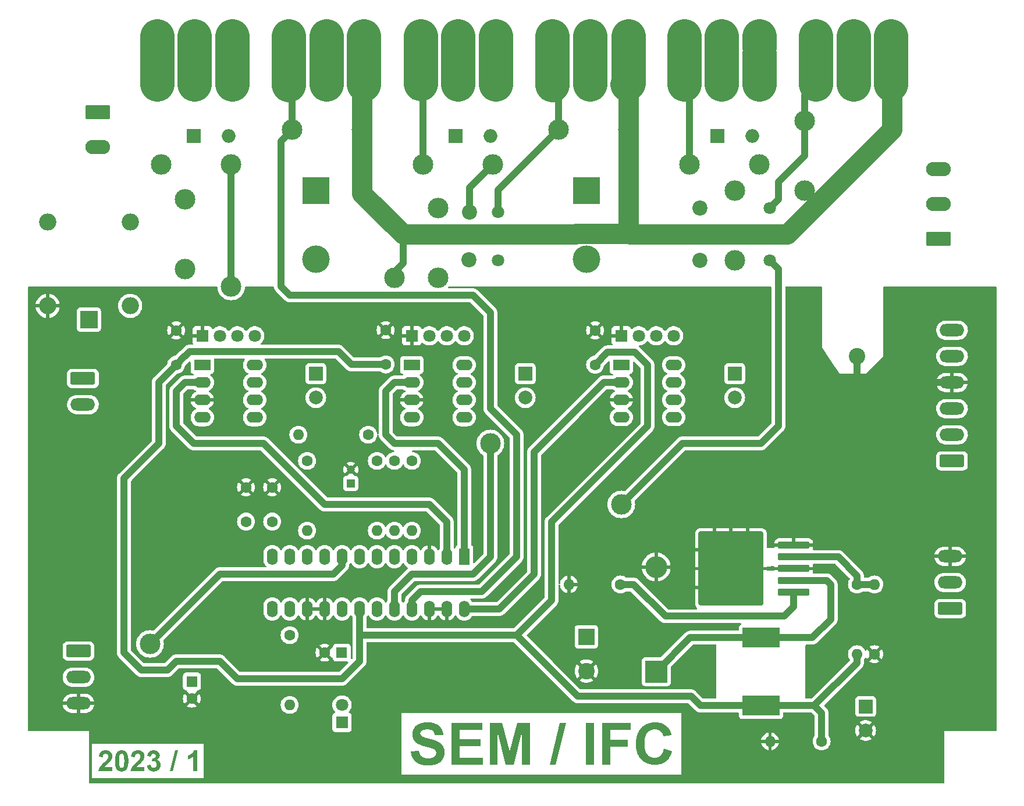
<source format=gbr>
%TF.GenerationSoftware,KiCad,Pcbnew,(7.0.0)*%
%TF.CreationDate,2023-03-13T20:07:15-03:00*%
%TF.ProjectId,Acionamento BLDC,4163696f-6e61-46d6-956e-746f20424c44,rev?*%
%TF.SameCoordinates,PX3f58108PY8a12ae0*%
%TF.FileFunction,Copper,L1,Top*%
%TF.FilePolarity,Positive*%
%FSLAX46Y46*%
G04 Gerber Fmt 4.6, Leading zero omitted, Abs format (unit mm)*
G04 Created by KiCad (PCBNEW (7.0.0)) date 2023-03-13 20:07:15*
%MOMM*%
%LPD*%
G01*
G04 APERTURE LIST*
G04 Aperture macros list*
%AMRoundRect*
0 Rectangle with rounded corners*
0 $1 Rounding radius*
0 $2 $3 $4 $5 $6 $7 $8 $9 X,Y pos of 4 corners*
0 Add a 4 corners polygon primitive as box body*
4,1,4,$2,$3,$4,$5,$6,$7,$8,$9,$2,$3,0*
0 Add four circle primitives for the rounded corners*
1,1,$1+$1,$2,$3*
1,1,$1+$1,$4,$5*
1,1,$1+$1,$6,$7*
1,1,$1+$1,$8,$9*
0 Add four rect primitives between the rounded corners*
20,1,$1+$1,$2,$3,$4,$5,0*
20,1,$1+$1,$4,$5,$6,$7,0*
20,1,$1+$1,$6,$7,$8,$9,0*
20,1,$1+$1,$8,$9,$2,$3,0*%
G04 Aperture macros list end*
%ADD10C,1.200000*%
%TA.AperFunction,NonConductor*%
%ADD11C,1.200000*%
%TD*%
%ADD12C,0.600000*%
%TA.AperFunction,NonConductor*%
%ADD13C,0.600000*%
%TD*%
%TA.AperFunction,ComponentPad*%
%ADD14RoundRect,0.250000X-1.550000X0.650000X-1.550000X-0.650000X1.550000X-0.650000X1.550000X0.650000X0*%
%TD*%
%TA.AperFunction,ComponentPad*%
%ADD15O,3.600000X1.800000*%
%TD*%
%TA.AperFunction,ComponentPad*%
%ADD16C,1.600000*%
%TD*%
%TA.AperFunction,ComponentPad*%
%ADD17C,1.800000*%
%TD*%
%TA.AperFunction,ComponentPad*%
%ADD18R,1.200000X1.200000*%
%TD*%
%TA.AperFunction,ComponentPad*%
%ADD19C,1.200000*%
%TD*%
%TA.AperFunction,ComponentPad*%
%ADD20R,1.600000X1.600000*%
%TD*%
%TA.AperFunction,ComponentPad*%
%ADD21C,3.000000*%
%TD*%
%TA.AperFunction,ComponentPad*%
%ADD22O,3.000000X3.000000*%
%TD*%
%TA.AperFunction,ComponentPad*%
%ADD23R,4.000000X4.000000*%
%TD*%
%TA.AperFunction,ComponentPad*%
%ADD24C,4.000000*%
%TD*%
%TA.AperFunction,ComponentPad*%
%ADD25R,1.800000X1.800000*%
%TD*%
%TA.AperFunction,ComponentPad*%
%ADD26RoundRect,0.250000X1.550000X-0.650000X1.550000X0.650000X-1.550000X0.650000X-1.550000X-0.650000X0*%
%TD*%
%TA.AperFunction,ComponentPad*%
%ADD27O,1.600000X1.600000*%
%TD*%
%TA.AperFunction,ComponentPad*%
%ADD28C,2.200000*%
%TD*%
%TA.AperFunction,ComponentPad*%
%ADD29R,2.500000X4.500000*%
%TD*%
%TA.AperFunction,ComponentPad*%
%ADD30O,2.500000X4.500000*%
%TD*%
%TA.AperFunction,ComponentPad*%
%ADD31R,2.500000X2.500000*%
%TD*%
%TA.AperFunction,ComponentPad*%
%ADD32O,2.500000X2.500000*%
%TD*%
%TA.AperFunction,ComponentPad*%
%ADD33C,2.400000*%
%TD*%
%TA.AperFunction,ComponentPad*%
%ADD34O,2.400000X2.400000*%
%TD*%
%TA.AperFunction,ComponentPad*%
%ADD35RoundRect,0.249999X1.550001X-0.790001X1.550001X0.790001X-1.550001X0.790001X-1.550001X-0.790001X0*%
%TD*%
%TA.AperFunction,ComponentPad*%
%ADD36O,3.600000X2.080000*%
%TD*%
%TA.AperFunction,ComponentPad*%
%ADD37R,2.400000X1.600000*%
%TD*%
%TA.AperFunction,ComponentPad*%
%ADD38O,2.400000X1.600000*%
%TD*%
%TA.AperFunction,SMDPad,CuDef*%
%ADD39RoundRect,0.250000X2.050000X0.300000X-2.050000X0.300000X-2.050000X-0.300000X2.050000X-0.300000X0*%
%TD*%
%TA.AperFunction,SMDPad,CuDef*%
%ADD40RoundRect,0.250000X2.025000X2.375000X-2.025000X2.375000X-2.025000X-2.375000X2.025000X-2.375000X0*%
%TD*%
%TA.AperFunction,SMDPad,CuDef*%
%ADD41RoundRect,0.250002X4.449998X5.149998X-4.449998X5.149998X-4.449998X-5.149998X4.449998X-5.149998X0*%
%TD*%
%TA.AperFunction,SMDPad,CuDef*%
%ADD42R,5.400000X2.900000*%
%TD*%
%TA.AperFunction,ComponentPad*%
%ADD43R,2.000000X2.000000*%
%TD*%
%TA.AperFunction,ComponentPad*%
%ADD44O,2.000000X2.000000*%
%TD*%
%TA.AperFunction,ComponentPad*%
%ADD45R,2.400000X2.400000*%
%TD*%
%TA.AperFunction,ComponentPad*%
%ADD46C,2.000000*%
%TD*%
%TA.AperFunction,ComponentPad*%
%ADD47RoundRect,0.249999X-1.550001X0.790001X-1.550001X-0.790001X1.550001X-0.790001X1.550001X0.790001X0*%
%TD*%
%TA.AperFunction,ComponentPad*%
%ADD48R,1.600000X2.400000*%
%TD*%
%TA.AperFunction,ComponentPad*%
%ADD49O,1.600000X2.400000*%
%TD*%
%TA.AperFunction,ComponentPad*%
%ADD50R,3.200000X3.200000*%
%TD*%
%TA.AperFunction,ComponentPad*%
%ADD51O,3.200000X3.200000*%
%TD*%
%TA.AperFunction,ViaPad*%
%ADD52C,3.000000*%
%TD*%
%TA.AperFunction,Conductor*%
%ADD53C,1.000000*%
%TD*%
%TA.AperFunction,Conductor*%
%ADD54C,5.000000*%
%TD*%
%TA.AperFunction,Conductor*%
%ADD55C,3.000000*%
%TD*%
G04 APERTURE END LIST*
D10*
D11*
G36*
X56616501Y5951053D02*
G01*
X57803521Y6044842D01*
X57817752Y5973504D01*
X57833700Y5904570D01*
X57851366Y5838041D01*
X57870749Y5773916D01*
X57891849Y5712195D01*
X57914667Y5652878D01*
X57939202Y5595966D01*
X57965454Y5541458D01*
X57993423Y5489354D01*
X58038598Y5415706D01*
X58087636Y5347468D01*
X58140539Y5284639D01*
X58197305Y5227220D01*
X58237296Y5191946D01*
X58300855Y5143234D01*
X58368432Y5099313D01*
X58440027Y5060184D01*
X58515641Y5025846D01*
X58595274Y4996299D01*
X58678925Y4971544D01*
X58736925Y4957702D01*
X58796711Y4945990D01*
X58858284Y4936407D01*
X58921642Y4928954D01*
X58986786Y4923630D01*
X59053716Y4920436D01*
X59122432Y4919371D01*
X59194938Y4920327D01*
X59265177Y4923195D01*
X59333149Y4927975D01*
X59398854Y4934667D01*
X59462292Y4943271D01*
X59523464Y4953786D01*
X59582368Y4966214D01*
X59666475Y4988441D01*
X59745480Y5014969D01*
X59819386Y5045800D01*
X59888191Y5080932D01*
X59951895Y5120366D01*
X60010499Y5164102D01*
X60063925Y5210986D01*
X60112097Y5259311D01*
X60155013Y5309080D01*
X60192674Y5360290D01*
X60225080Y5412944D01*
X60252231Y5467040D01*
X60274127Y5522578D01*
X60290768Y5579559D01*
X60302154Y5637983D01*
X60308285Y5697849D01*
X60309452Y5738562D01*
X60306376Y5802969D01*
X60297145Y5864299D01*
X60281760Y5922552D01*
X60260222Y5977729D01*
X60232530Y6029828D01*
X60198684Y6078851D01*
X60183423Y6097599D01*
X60139495Y6142922D01*
X60086480Y6186385D01*
X60037524Y6219815D01*
X59982753Y6252055D01*
X59922165Y6283105D01*
X59855762Y6312963D01*
X59783542Y6341631D01*
X59745251Y6355519D01*
X59682855Y6376448D01*
X59624848Y6394608D01*
X59557232Y6414881D01*
X59480008Y6437267D01*
X59423187Y6453364D01*
X59362096Y6470400D01*
X59296734Y6488375D01*
X59227102Y6507288D01*
X59153200Y6527141D01*
X59075027Y6547932D01*
X58992583Y6569662D01*
X58905869Y6592331D01*
X58814885Y6615938D01*
X58767792Y6628094D01*
X58707088Y6643862D01*
X58647527Y6659842D01*
X58589107Y6676033D01*
X58531830Y6692437D01*
X58420701Y6725879D01*
X58314141Y6760168D01*
X58212149Y6795305D01*
X58114724Y6831289D01*
X58021868Y6868120D01*
X57933580Y6905798D01*
X57849860Y6944324D01*
X57770708Y6983696D01*
X57696125Y7023916D01*
X57626109Y7064983D01*
X57560661Y7106898D01*
X57499782Y7149659D01*
X57443471Y7193268D01*
X57391727Y7237724D01*
X57324293Y7301603D01*
X57261210Y7367211D01*
X57202477Y7434548D01*
X57148095Y7503613D01*
X57098064Y7574407D01*
X57052382Y7646930D01*
X57011052Y7721182D01*
X56974072Y7797162D01*
X56941443Y7874872D01*
X56913164Y7954310D01*
X56889236Y8035477D01*
X56869658Y8118372D01*
X56854431Y8202997D01*
X56843555Y8289350D01*
X56837029Y8377432D01*
X56834854Y8467243D01*
X56837146Y8554092D01*
X56844024Y8639886D01*
X56855487Y8724624D01*
X56871536Y8808305D01*
X56892170Y8890930D01*
X56917389Y8972499D01*
X56947193Y9053012D01*
X56981583Y9132469D01*
X57020557Y9210869D01*
X57049088Y9262549D01*
X57079657Y9313760D01*
X57095705Y9339190D01*
X57129393Y9389353D01*
X57164879Y9437993D01*
X57202162Y9485111D01*
X57241243Y9530707D01*
X57282121Y9574779D01*
X57324797Y9617329D01*
X57369270Y9658356D01*
X57415541Y9697860D01*
X57463609Y9735842D01*
X57513475Y9772301D01*
X57565138Y9807237D01*
X57618598Y9840651D01*
X57673856Y9872542D01*
X57730912Y9902910D01*
X57789765Y9931755D01*
X57850415Y9959078D01*
X57912938Y9984809D01*
X57977040Y10008881D01*
X58042722Y10031292D01*
X58109985Y10052043D01*
X58178827Y10071134D01*
X58249249Y10088565D01*
X58321251Y10104336D01*
X58394833Y10118446D01*
X58469995Y10130897D01*
X58546737Y10141688D01*
X58625058Y10150818D01*
X58704960Y10158289D01*
X58786442Y10164099D01*
X58869503Y10168249D01*
X58954145Y10170739D01*
X59040367Y10171569D01*
X59110892Y10171070D01*
X59180318Y10169571D01*
X59248645Y10167074D01*
X59315873Y10163578D01*
X59382001Y10159083D01*
X59447031Y10153589D01*
X59510961Y10147096D01*
X59573793Y10139604D01*
X59635525Y10131113D01*
X59696159Y10121623D01*
X59755693Y10111135D01*
X59814128Y10099647D01*
X59871464Y10087161D01*
X59982839Y10059191D01*
X60089817Y10027226D01*
X60192399Y9991265D01*
X60290585Y9951308D01*
X60384374Y9907356D01*
X60473767Y9859408D01*
X60558763Y9807465D01*
X60639363Y9751525D01*
X60715567Y9691591D01*
X60752020Y9660125D01*
X60821876Y9594860D01*
X60887461Y9526928D01*
X60948775Y9456329D01*
X61005819Y9383062D01*
X61058593Y9307127D01*
X61107096Y9228525D01*
X61151329Y9147255D01*
X61191291Y9063317D01*
X61226983Y8976712D01*
X61258405Y8887440D01*
X61285556Y8795499D01*
X61308436Y8700891D01*
X61327046Y8603616D01*
X61341386Y8503673D01*
X61351455Y8401062D01*
X61357254Y8295784D01*
X60136528Y8295784D01*
X60120381Y8377911D01*
X60101066Y8455582D01*
X60078581Y8528796D01*
X60052929Y8597554D01*
X60024108Y8661855D01*
X59992118Y8721700D01*
X59956960Y8777088D01*
X59918633Y8828020D01*
X59877138Y8874495D01*
X59832475Y8916514D01*
X59800939Y8942051D01*
X59750312Y8977406D01*
X59695151Y9009284D01*
X59635457Y9037685D01*
X59571228Y9062607D01*
X59502466Y9084053D01*
X59429171Y9102020D01*
X59351341Y9116510D01*
X59268978Y9127523D01*
X59182081Y9135057D01*
X59121631Y9138149D01*
X59059166Y9139694D01*
X59027177Y9139887D01*
X58961759Y9139052D01*
X58898126Y9136544D01*
X58836279Y9132366D01*
X58776218Y9126515D01*
X58717943Y9118993D01*
X58633880Y9104576D01*
X58553835Y9086398D01*
X58477809Y9064459D01*
X58405801Y9038759D01*
X58337812Y9009299D01*
X58273841Y8976077D01*
X58213889Y8939094D01*
X58194798Y8925931D01*
X58139070Y8880593D01*
X58092788Y8830676D01*
X58055952Y8776179D01*
X58028560Y8717103D01*
X58010614Y8653447D01*
X58002113Y8585212D01*
X58001358Y8556636D01*
X58005794Y8492615D01*
X58019103Y8431528D01*
X58041285Y8373375D01*
X58072341Y8318155D01*
X58112269Y8265870D01*
X58161069Y8216518D01*
X58183074Y8197599D01*
X58232022Y8161633D01*
X58292588Y8125179D01*
X58364772Y8088234D01*
X58419349Y8063333D01*
X58479089Y8038214D01*
X58543993Y8012878D01*
X58614060Y7987324D01*
X58689291Y7961553D01*
X58769685Y7935564D01*
X58855242Y7909357D01*
X58945963Y7882933D01*
X59041848Y7856292D01*
X59142896Y7829432D01*
X59249107Y7802356D01*
X59304149Y7788736D01*
X59413709Y7761591D01*
X59519640Y7734377D01*
X59621941Y7707094D01*
X59720613Y7679743D01*
X59815656Y7652323D01*
X59907070Y7624834D01*
X59994854Y7597276D01*
X60079009Y7569650D01*
X60159535Y7541955D01*
X60236431Y7514192D01*
X60309699Y7486360D01*
X60379336Y7458459D01*
X60445345Y7430489D01*
X60507724Y7402451D01*
X60566474Y7374344D01*
X60621595Y7346168D01*
X60674174Y7317311D01*
X60725299Y7287160D01*
X60774970Y7255716D01*
X60846750Y7206124D01*
X60915259Y7153621D01*
X60980496Y7098207D01*
X61042461Y7039882D01*
X61101156Y6978646D01*
X61156578Y6914499D01*
X61208729Y6847442D01*
X61257609Y6777473D01*
X61288378Y6729211D01*
X61331590Y6654236D01*
X61370552Y6576042D01*
X61394165Y6522123D01*
X61415890Y6466773D01*
X61435725Y6409993D01*
X61453671Y6351781D01*
X61469728Y6292138D01*
X61483896Y6231064D01*
X61496175Y6168559D01*
X61506565Y6104622D01*
X61515066Y6039255D01*
X61521677Y5972457D01*
X61526400Y5904227D01*
X61529234Y5834566D01*
X61530178Y5763474D01*
X61529050Y5698519D01*
X61525667Y5634079D01*
X61520029Y5570154D01*
X61512135Y5506745D01*
X61501985Y5443850D01*
X61489580Y5381471D01*
X61474920Y5319607D01*
X61458004Y5258258D01*
X61438833Y5197424D01*
X61417407Y5137106D01*
X61393725Y5077303D01*
X61367787Y5018015D01*
X61339594Y4959242D01*
X61309146Y4900984D01*
X61276442Y4843242D01*
X61241483Y4786014D01*
X61204463Y4729961D01*
X61165577Y4675739D01*
X61124825Y4623349D01*
X61082206Y4572790D01*
X61037722Y4524064D01*
X60991371Y4477169D01*
X60943154Y4432107D01*
X60893071Y4388876D01*
X60841121Y4347476D01*
X60787306Y4307909D01*
X60731624Y4270174D01*
X60674076Y4234270D01*
X60614662Y4200198D01*
X60553382Y4167958D01*
X60490236Y4137550D01*
X60425224Y4108973D01*
X60358265Y4082177D01*
X60289279Y4057110D01*
X60218268Y4033771D01*
X60145230Y4012162D01*
X60070165Y3992281D01*
X59993074Y3974128D01*
X59913956Y3957705D01*
X59832813Y3943010D01*
X59749642Y3930044D01*
X59664445Y3918807D01*
X59577222Y3909299D01*
X59487972Y3901519D01*
X59396696Y3895469D01*
X59303393Y3891147D01*
X59208064Y3888554D01*
X59110709Y3887689D01*
X59039604Y3888203D01*
X58969538Y3889744D01*
X58900511Y3892313D01*
X58832524Y3895910D01*
X58765575Y3900533D01*
X58699665Y3906185D01*
X58634794Y3912864D01*
X58570962Y3920570D01*
X58508170Y3929305D01*
X58446416Y3939066D01*
X58385701Y3949855D01*
X58326025Y3961672D01*
X58267388Y3974516D01*
X58209790Y3988388D01*
X58097711Y4019214D01*
X57989788Y4054150D01*
X57886021Y4093197D01*
X57786410Y4136353D01*
X57690955Y4183620D01*
X57599656Y4234997D01*
X57512513Y4290484D01*
X57429526Y4350081D01*
X57350695Y4413788D01*
X57275870Y4481617D01*
X57204904Y4553213D01*
X57137797Y4628575D01*
X57074548Y4707704D01*
X57015156Y4790600D01*
X56959624Y4877262D01*
X56907949Y4967691D01*
X56860133Y5061887D01*
X56816175Y5159849D01*
X56776075Y5261578D01*
X56739834Y5367074D01*
X56707451Y5476336D01*
X56678926Y5589365D01*
X56666110Y5647292D01*
X56654259Y5706161D01*
X56643373Y5765972D01*
X56633451Y5826724D01*
X56624493Y5888417D01*
X56616501Y5951053D01*
G37*
G36*
X62523758Y3981478D02*
G01*
X62523758Y10077780D01*
X67003660Y10077780D01*
X67003660Y9046098D01*
X63744484Y9046098D01*
X63744484Y7733049D01*
X66777980Y7733049D01*
X66777980Y6701367D01*
X63744484Y6701367D01*
X63744484Y5013160D01*
X67119431Y5013160D01*
X67119431Y3981478D01*
X62523758Y3981478D01*
G37*
G36*
X68105684Y3981478D02*
G01*
X68105684Y10077780D01*
X69931644Y10077780D01*
X71027806Y5918813D01*
X72112244Y10077780D01*
X73941134Y10077780D01*
X73941134Y3981478D01*
X72808336Y3981478D01*
X72808336Y8780850D01*
X71608127Y3981478D01*
X70434295Y3981478D01*
X69238482Y8780850D01*
X69238482Y3981478D01*
X68105684Y3981478D01*
G37*
G36*
X76822223Y3981478D02*
G01*
X78318455Y10077780D01*
X79187471Y10077780D01*
X77675119Y3981478D01*
X76822223Y3981478D01*
G37*
G36*
X82077352Y3981478D02*
G01*
X82077352Y10077780D01*
X83296612Y10077780D01*
X83296612Y3981478D01*
X82077352Y3981478D01*
G37*
G36*
X84455789Y3981478D02*
G01*
X84455789Y10077780D01*
X88597170Y10077780D01*
X88597170Y9046098D01*
X85675049Y9046098D01*
X85675049Y7639259D01*
X88197101Y7639259D01*
X88197101Y6607578D01*
X85675049Y6607578D01*
X85675049Y3981478D01*
X84455789Y3981478D01*
G37*
G36*
X93441972Y6326210D02*
G01*
X94624595Y5951053D01*
X94607207Y5889090D01*
X94589115Y5828132D01*
X94570319Y5768178D01*
X94550819Y5709230D01*
X94530614Y5651285D01*
X94509706Y5594346D01*
X94488093Y5538411D01*
X94465777Y5483480D01*
X94442756Y5429555D01*
X94394602Y5324717D01*
X94343631Y5223898D01*
X94289844Y5127098D01*
X94233241Y5034316D01*
X94173821Y4945553D01*
X94111585Y4860809D01*
X94046533Y4780082D01*
X93978664Y4703375D01*
X93907978Y4630686D01*
X93834477Y4562016D01*
X93758158Y4497364D01*
X93718943Y4466545D01*
X93638658Y4407806D01*
X93555705Y4352857D01*
X93470084Y4301698D01*
X93381796Y4254328D01*
X93290841Y4210748D01*
X93197217Y4170958D01*
X93100927Y4134957D01*
X93001968Y4102745D01*
X92900342Y4074323D01*
X92796049Y4049691D01*
X92689087Y4028848D01*
X92579459Y4011795D01*
X92467162Y3998532D01*
X92352198Y3989058D01*
X92234567Y3983373D01*
X92174751Y3981952D01*
X92114267Y3981478D01*
X92039489Y3982274D01*
X91965546Y3984661D01*
X91892440Y3988640D01*
X91820169Y3994210D01*
X91748733Y4001371D01*
X91678134Y4010124D01*
X91608370Y4020468D01*
X91539442Y4032403D01*
X91471350Y4045930D01*
X91404093Y4061048D01*
X91337673Y4077758D01*
X91272088Y4096059D01*
X91207338Y4115951D01*
X91143425Y4137435D01*
X91080347Y4160510D01*
X91018106Y4185177D01*
X90956700Y4211435D01*
X90896129Y4239284D01*
X90836395Y4268725D01*
X90777496Y4299757D01*
X90719433Y4332381D01*
X90662206Y4366596D01*
X90605814Y4402402D01*
X90550258Y4439800D01*
X90495538Y4478789D01*
X90441654Y4519370D01*
X90388606Y4561542D01*
X90336393Y4605305D01*
X90285016Y4650660D01*
X90234475Y4697606D01*
X90184770Y4746144D01*
X90135900Y4796273D01*
X90088296Y4847781D01*
X90042203Y4900457D01*
X89997621Y4954302D01*
X89954550Y5009313D01*
X89912991Y5065493D01*
X89872942Y5122841D01*
X89834406Y5181356D01*
X89797380Y5241039D01*
X89761865Y5301890D01*
X89727862Y5363908D01*
X89695370Y5427095D01*
X89664390Y5491449D01*
X89634920Y5556971D01*
X89606962Y5623661D01*
X89580515Y5691518D01*
X89555579Y5760543D01*
X89532155Y5830737D01*
X89510242Y5902097D01*
X89489840Y5974626D01*
X89470949Y6048323D01*
X89453570Y6123187D01*
X89437702Y6199219D01*
X89423345Y6276419D01*
X89410499Y6354786D01*
X89399165Y6434322D01*
X89389342Y6515025D01*
X89381030Y6596896D01*
X89374229Y6679935D01*
X89368940Y6764141D01*
X89365162Y6849515D01*
X89362895Y6936058D01*
X89362139Y7023767D01*
X89362899Y7116538D01*
X89365179Y7208003D01*
X89368978Y7298163D01*
X89374298Y7387018D01*
X89381137Y7474567D01*
X89389496Y7560812D01*
X89399375Y7645751D01*
X89410774Y7729385D01*
X89423693Y7811714D01*
X89438131Y7892738D01*
X89454089Y7972456D01*
X89471568Y8050870D01*
X89490566Y8127978D01*
X89511083Y8203781D01*
X89533121Y8278279D01*
X89556679Y8351472D01*
X89581756Y8423359D01*
X89608353Y8493941D01*
X89636470Y8563219D01*
X89666107Y8631191D01*
X89697264Y8697857D01*
X89729940Y8763219D01*
X89764137Y8827276D01*
X89799853Y8890027D01*
X89837089Y8951473D01*
X89875845Y9011614D01*
X89916121Y9070450D01*
X89957916Y9127981D01*
X90001232Y9184206D01*
X90046067Y9239126D01*
X90092422Y9292741D01*
X90140297Y9345051D01*
X90189501Y9395902D01*
X90239662Y9445138D01*
X90290778Y9492759D01*
X90342850Y9538767D01*
X90395879Y9583160D01*
X90449863Y9625938D01*
X90504803Y9667103D01*
X90560700Y9706653D01*
X90617552Y9744589D01*
X90675360Y9780910D01*
X90734125Y9815618D01*
X90793845Y9848711D01*
X90854521Y9880189D01*
X90916153Y9910054D01*
X90978741Y9938304D01*
X91042286Y9964940D01*
X91106786Y9989961D01*
X91172242Y10013369D01*
X91238654Y10035161D01*
X91306022Y10055340D01*
X91374346Y10073905D01*
X91443626Y10090855D01*
X91513862Y10106190D01*
X91585054Y10119912D01*
X91657202Y10132019D01*
X91730306Y10142512D01*
X91804366Y10151391D01*
X91879382Y10158655D01*
X91955354Y10164305D01*
X92032282Y10168341D01*
X92110166Y10170762D01*
X92189006Y10171569D01*
X92257932Y10170891D01*
X92326043Y10168856D01*
X92393338Y10165464D01*
X92459818Y10160716D01*
X92525481Y10154611D01*
X92590329Y10147149D01*
X92654361Y10138330D01*
X92717578Y10128155D01*
X92779979Y10116623D01*
X92841564Y10103735D01*
X92902333Y10089489D01*
X92962286Y10073887D01*
X93021424Y10056929D01*
X93079746Y10038613D01*
X93137252Y10018941D01*
X93193943Y9997913D01*
X93249818Y9975527D01*
X93304877Y9951785D01*
X93359120Y9926686D01*
X93412548Y9900231D01*
X93465160Y9872418D01*
X93516956Y9843250D01*
X93567937Y9812724D01*
X93618101Y9780842D01*
X93667450Y9747603D01*
X93715983Y9713007D01*
X93763701Y9677055D01*
X93810603Y9639746D01*
X93856689Y9601080D01*
X93901959Y9561058D01*
X93946414Y9519678D01*
X93990053Y9476943D01*
X94040725Y9424072D01*
X94089795Y9368407D01*
X94137262Y9309949D01*
X94183127Y9248698D01*
X94227388Y9184653D01*
X94270046Y9117814D01*
X94311102Y9048182D01*
X94350555Y8975756D01*
X94388405Y8900537D01*
X94424652Y8822524D01*
X94459296Y8741718D01*
X94492338Y8658118D01*
X94523777Y8571725D01*
X94553612Y8482538D01*
X94581845Y8390558D01*
X94608475Y8295784D01*
X93400939Y8108206D01*
X93386656Y8167139D01*
X93370553Y8224503D01*
X93342986Y8307609D01*
X93311323Y8387186D01*
X93275564Y8463234D01*
X93235709Y8535753D01*
X93191758Y8604742D01*
X93143711Y8670203D01*
X93091569Y8732134D01*
X93035330Y8790536D01*
X92974996Y8845409D01*
X92953974Y8862916D01*
X92888939Y8912414D01*
X92821328Y8957043D01*
X92751140Y8996804D01*
X92678377Y9031695D01*
X92603038Y9061719D01*
X92525122Y9086873D01*
X92444631Y9107159D01*
X92361563Y9122577D01*
X92275920Y9133125D01*
X92217393Y9137453D01*
X92157722Y9139617D01*
X92127457Y9139887D01*
X92044544Y9138021D01*
X91963600Y9132423D01*
X91884626Y9123092D01*
X91807621Y9110029D01*
X91732585Y9093233D01*
X91659518Y9072705D01*
X91588420Y9048445D01*
X91519292Y9020453D01*
X91452133Y8988728D01*
X91386943Y8953271D01*
X91323722Y8914081D01*
X91262471Y8871159D01*
X91203188Y8824505D01*
X91145875Y8774119D01*
X91090531Y8720000D01*
X91037157Y8662148D01*
X90986581Y8600113D01*
X90939269Y8533440D01*
X90895219Y8462131D01*
X90854432Y8386185D01*
X90816909Y8305602D01*
X90782648Y8220382D01*
X90751650Y8130525D01*
X90723915Y8036032D01*
X90699443Y7936902D01*
X90678234Y7833135D01*
X90660288Y7724731D01*
X90645605Y7611690D01*
X90634184Y7494013D01*
X90629698Y7433436D01*
X90626027Y7371699D01*
X90623172Y7308803D01*
X90621133Y7244748D01*
X90619909Y7179534D01*
X90619501Y7113160D01*
X90619903Y7042815D01*
X90621110Y6973747D01*
X90623121Y6905956D01*
X90625936Y6839440D01*
X90629555Y6774202D01*
X90633978Y6710240D01*
X90639206Y6647554D01*
X90645238Y6586145D01*
X90652075Y6526013D01*
X90659715Y6467157D01*
X90677410Y6353275D01*
X90698321Y6244499D01*
X90722450Y6140830D01*
X90749795Y6042266D01*
X90780358Y5948809D01*
X90814138Y5860458D01*
X90851135Y5777213D01*
X90891349Y5699074D01*
X90934781Y5626042D01*
X90981429Y5558116D01*
X91031295Y5495296D01*
X91083736Y5436912D01*
X91138113Y5382295D01*
X91194424Y5331445D01*
X91252670Y5284361D01*
X91312851Y5241045D01*
X91374967Y5201494D01*
X91439018Y5165711D01*
X91505004Y5133694D01*
X91572924Y5105444D01*
X91642780Y5080961D01*
X91714570Y5060244D01*
X91788295Y5043294D01*
X91863955Y5030110D01*
X91941550Y5020694D01*
X92021079Y5015044D01*
X92102544Y5013160D01*
X92162828Y5014397D01*
X92222047Y5018106D01*
X92308880Y5028307D01*
X92393317Y5044072D01*
X92475358Y5065402D01*
X92555004Y5092295D01*
X92632254Y5124753D01*
X92707108Y5162774D01*
X92779566Y5206360D01*
X92849629Y5255510D01*
X92917296Y5310224D01*
X92939320Y5329699D01*
X92982328Y5370686D01*
X93023790Y5414512D01*
X93063706Y5461178D01*
X93102077Y5510683D01*
X93138902Y5563027D01*
X93174182Y5618211D01*
X93207916Y5676234D01*
X93240105Y5737096D01*
X93270748Y5800798D01*
X93299845Y5867339D01*
X93327397Y5936719D01*
X93353403Y6008938D01*
X93377864Y6083997D01*
X93400779Y6161895D01*
X93422148Y6242633D01*
X93441972Y6326210D01*
G37*
D12*
D13*
G36*
X13184170Y3612736D02*
G01*
X13184170Y3050000D01*
X11153780Y3050000D01*
X11158416Y3087702D01*
X11164084Y3125151D01*
X11170781Y3162348D01*
X11178509Y3199294D01*
X11187268Y3235988D01*
X11197056Y3272429D01*
X11207876Y3308619D01*
X11219725Y3344557D01*
X11232605Y3380244D01*
X11246516Y3415678D01*
X11261456Y3450860D01*
X11277428Y3485791D01*
X11294429Y3520469D01*
X11312461Y3554896D01*
X11331524Y3589071D01*
X11351616Y3622994D01*
X11373481Y3657573D01*
X11397858Y3693531D01*
X11424749Y3730868D01*
X11454153Y3769586D01*
X11486069Y3809683D01*
X11520499Y3851159D01*
X11557442Y3894015D01*
X11596897Y3938251D01*
X11617568Y3960886D01*
X11638866Y3983866D01*
X11660793Y4007191D01*
X11683348Y4030861D01*
X11706531Y4054875D01*
X11730343Y4079235D01*
X11754782Y4103940D01*
X11779850Y4128989D01*
X11805547Y4154383D01*
X11831871Y4180123D01*
X11858824Y4206207D01*
X11886405Y4232636D01*
X11914615Y4259410D01*
X11943452Y4286529D01*
X11972918Y4313992D01*
X12003012Y4341801D01*
X12027216Y4364196D01*
X12050828Y4386134D01*
X12073848Y4407616D01*
X12096275Y4428641D01*
X12118109Y4449209D01*
X12160001Y4488977D01*
X12199522Y4526919D01*
X12236674Y4563034D01*
X12271455Y4597324D01*
X12303867Y4629787D01*
X12333909Y4660424D01*
X12361581Y4689235D01*
X12386883Y4716220D01*
X12409815Y4741379D01*
X12430377Y4764712D01*
X12456777Y4796287D01*
X12477844Y4823754D01*
X12483682Y4831996D01*
X12505026Y4865343D01*
X12524271Y4898612D01*
X12541417Y4931803D01*
X12556463Y4964918D01*
X12569409Y4997955D01*
X12580256Y5030915D01*
X12589004Y5063798D01*
X12595652Y5096603D01*
X12600201Y5129331D01*
X12602650Y5161982D01*
X12603117Y5183706D01*
X12602202Y5218922D01*
X12599459Y5252580D01*
X12594886Y5284679D01*
X12588485Y5315219D01*
X12580255Y5344201D01*
X12566436Y5380420D01*
X12549366Y5413868D01*
X12529044Y5444545D01*
X12505471Y5472452D01*
X12499069Y5478996D01*
X12471821Y5503210D01*
X12442100Y5524196D01*
X12409905Y5541953D01*
X12375238Y5556482D01*
X12338098Y5567782D01*
X12308620Y5574138D01*
X12277751Y5578678D01*
X12245491Y5581402D01*
X12211840Y5582310D01*
X12178425Y5581357D01*
X12146323Y5578498D01*
X12115536Y5573732D01*
X12086062Y5567060D01*
X12057902Y5558482D01*
X12022399Y5544080D01*
X11989232Y5526288D01*
X11958400Y5505108D01*
X11929904Y5480538D01*
X11923145Y5473867D01*
X11897808Y5444512D01*
X11880654Y5419550D01*
X11865084Y5392064D01*
X11851099Y5362054D01*
X11838698Y5329519D01*
X11827881Y5294460D01*
X11818648Y5256876D01*
X11810999Y5216768D01*
X11804935Y5174135D01*
X11801772Y5144310D01*
X11799314Y5113364D01*
X11221923Y5170517D01*
X11225345Y5201246D01*
X11229196Y5231428D01*
X11233479Y5261061D01*
X11238192Y5290146D01*
X11248911Y5346672D01*
X11261353Y5401006D01*
X11275519Y5453147D01*
X11291407Y5503096D01*
X11309018Y5550852D01*
X11328352Y5596415D01*
X11349410Y5639787D01*
X11372190Y5680965D01*
X11396694Y5719952D01*
X11422920Y5756746D01*
X11450870Y5791347D01*
X11480542Y5823756D01*
X11511938Y5853972D01*
X11545057Y5881996D01*
X11579658Y5908171D01*
X11615319Y5932658D01*
X11652038Y5955455D01*
X11689816Y5976564D01*
X11728654Y5995984D01*
X11768550Y6013716D01*
X11809506Y6029758D01*
X11851520Y6044113D01*
X11894594Y6056778D01*
X11938727Y6067754D01*
X11983918Y6077042D01*
X12030169Y6084642D01*
X12077478Y6090552D01*
X12125847Y6094774D01*
X12175275Y6097307D01*
X12225762Y6098151D01*
X12280885Y6097212D01*
X12334514Y6094396D01*
X12386650Y6089702D01*
X12437291Y6083130D01*
X12486438Y6074681D01*
X12534091Y6064354D01*
X12580250Y6052150D01*
X12624915Y6038067D01*
X12668086Y6022108D01*
X12709763Y6004270D01*
X12749946Y5984555D01*
X12788634Y5962963D01*
X12825829Y5939493D01*
X12861529Y5914145D01*
X12895736Y5886919D01*
X12928448Y5857816D01*
X12959415Y5827405D01*
X12988383Y5796072D01*
X13015354Y5763818D01*
X13040327Y5730642D01*
X13063302Y5696544D01*
X13084279Y5661525D01*
X13103258Y5625584D01*
X13120240Y5588722D01*
X13135224Y5550938D01*
X13148210Y5512232D01*
X13159198Y5472604D01*
X13168188Y5432055D01*
X13175180Y5390584D01*
X13180175Y5348192D01*
X13183172Y5304878D01*
X13184170Y5260643D01*
X13183526Y5222754D01*
X13181594Y5185200D01*
X13178374Y5147981D01*
X13173866Y5111097D01*
X13168070Y5074548D01*
X13160986Y5038334D01*
X13152614Y5002454D01*
X13142954Y4966910D01*
X13132006Y4931700D01*
X13119771Y4896826D01*
X13110898Y4873762D01*
X13096412Y4839254D01*
X13080432Y4804425D01*
X13062958Y4769273D01*
X13043990Y4733799D01*
X13023528Y4698004D01*
X13001572Y4661886D01*
X12978122Y4625446D01*
X12961659Y4600974D01*
X12944531Y4576359D01*
X12926739Y4551601D01*
X12908284Y4526700D01*
X12889164Y4501655D01*
X12879355Y4489079D01*
X12858091Y4463045D01*
X12833863Y4434949D01*
X12806674Y4404793D01*
X12776522Y4372576D01*
X12754774Y4349953D01*
X12731711Y4326414D01*
X12707330Y4301959D01*
X12681633Y4276588D01*
X12654620Y4250301D01*
X12626289Y4223099D01*
X12596642Y4194980D01*
X12565679Y4165946D01*
X12533399Y4135996D01*
X12499802Y4105130D01*
X12466331Y4074550D01*
X12434429Y4045275D01*
X12404095Y4017305D01*
X12375330Y3990641D01*
X12348133Y3965281D01*
X12322505Y3941227D01*
X12298445Y3918478D01*
X12275953Y3897035D01*
X12245157Y3867316D01*
X12217890Y3840534D01*
X12194153Y3816689D01*
X12167992Y3789464D01*
X12152489Y3772471D01*
X12130271Y3746933D01*
X12109412Y3721609D01*
X12089913Y3696500D01*
X12071774Y3671606D01*
X12054994Y3646927D01*
X12036653Y3617595D01*
X12033787Y3612736D01*
X13184170Y3612736D01*
G37*
G36*
X14597409Y6096923D02*
G01*
X14649948Y6093240D01*
X14700999Y6087100D01*
X14750561Y6078505D01*
X14798635Y6067454D01*
X14845220Y6053947D01*
X14890317Y6037984D01*
X14933926Y6019566D01*
X14976047Y5998692D01*
X15016679Y5975362D01*
X15055822Y5949576D01*
X15093478Y5921335D01*
X15129645Y5890637D01*
X15164324Y5857484D01*
X15197514Y5821875D01*
X15229216Y5783811D01*
X15247338Y5760069D01*
X15264885Y5735370D01*
X15281856Y5709716D01*
X15298253Y5683106D01*
X15314074Y5655540D01*
X15329319Y5627018D01*
X15343989Y5597540D01*
X15358084Y5567106D01*
X15371604Y5535716D01*
X15384549Y5503370D01*
X15396918Y5470068D01*
X15408711Y5435810D01*
X15419930Y5400597D01*
X15430573Y5364427D01*
X15440641Y5327301D01*
X15450133Y5289219D01*
X15459051Y5250181D01*
X15467393Y5210187D01*
X15475159Y5169237D01*
X15482351Y5127332D01*
X15488967Y5084470D01*
X15495007Y5040652D01*
X15500473Y4995878D01*
X15505363Y4950149D01*
X15509678Y4903463D01*
X15513417Y4855821D01*
X15516581Y4807224D01*
X15519170Y4757670D01*
X15521184Y4707161D01*
X15522622Y4655695D01*
X15523485Y4603273D01*
X15523773Y4549896D01*
X15523483Y4496604D01*
X15522614Y4444257D01*
X15521165Y4392854D01*
X15519136Y4342396D01*
X15516528Y4292883D01*
X15513340Y4244314D01*
X15509573Y4196689D01*
X15505226Y4150009D01*
X15500299Y4104274D01*
X15494793Y4059483D01*
X15488707Y4015637D01*
X15482042Y3972735D01*
X15474797Y3930777D01*
X15466972Y3889765D01*
X15458568Y3849696D01*
X15449584Y3810573D01*
X15440021Y3772394D01*
X15429878Y3735159D01*
X15419155Y3698869D01*
X15407853Y3663523D01*
X15395971Y3629122D01*
X15383510Y3595666D01*
X15370469Y3563154D01*
X15356848Y3531586D01*
X15342648Y3500963D01*
X15327868Y3471285D01*
X15312509Y3442551D01*
X15296570Y3414762D01*
X15280051Y3387917D01*
X15262953Y3362017D01*
X15245275Y3337061D01*
X15227018Y3313050D01*
X15195582Y3275518D01*
X15162641Y3240407D01*
X15128194Y3207717D01*
X15092241Y3177449D01*
X15054784Y3149603D01*
X15015820Y3124178D01*
X14975351Y3101174D01*
X14933377Y3080592D01*
X14889897Y3062431D01*
X14844911Y3046692D01*
X14798420Y3033374D01*
X14750424Y3022477D01*
X14700921Y3014002D01*
X14649914Y3007949D01*
X14597401Y3004317D01*
X14543382Y3003106D01*
X14488911Y3004434D01*
X14435774Y3008418D01*
X14383971Y3015059D01*
X14333501Y3024355D01*
X14284365Y3036308D01*
X14236563Y3050916D01*
X14190095Y3068181D01*
X14144961Y3088102D01*
X14101160Y3110680D01*
X14058693Y3135913D01*
X14017560Y3163802D01*
X13977761Y3194348D01*
X13939296Y3227550D01*
X13902164Y3263408D01*
X13866367Y3301922D01*
X13831903Y3343092D01*
X13799250Y3387671D01*
X13768705Y3436412D01*
X13754222Y3462343D01*
X13740266Y3489314D01*
X13726836Y3517326D01*
X13713933Y3546378D01*
X13701557Y3576471D01*
X13689707Y3607604D01*
X13678384Y3639778D01*
X13667588Y3672991D01*
X13657318Y3707246D01*
X13647575Y3742541D01*
X13638359Y3778876D01*
X13629669Y3816251D01*
X13621506Y3854667D01*
X13613870Y3894124D01*
X13606760Y3934621D01*
X13600177Y3976158D01*
X13594121Y4018736D01*
X13588591Y4062354D01*
X13583588Y4107012D01*
X13579111Y4152711D01*
X13575161Y4199451D01*
X13571738Y4247230D01*
X13568842Y4296050D01*
X13566472Y4345911D01*
X13564628Y4396812D01*
X13563312Y4448754D01*
X13562522Y4501735D01*
X13562287Y4549896D01*
X14168225Y4549896D01*
X14168277Y4517926D01*
X14168434Y4486586D01*
X14168695Y4455878D01*
X14169061Y4425801D01*
X14169531Y4396356D01*
X14170784Y4339357D01*
X14172456Y4284884D01*
X14174545Y4232934D01*
X14177053Y4183509D01*
X14179978Y4136609D01*
X14183321Y4092233D01*
X14187082Y4050382D01*
X14191261Y4011055D01*
X14195857Y3974252D01*
X14200872Y3939974D01*
X14206305Y3908221D01*
X14212155Y3878992D01*
X14221714Y3839882D01*
X14231988Y3804876D01*
X14242751Y3772125D01*
X14254004Y3741627D01*
X14265746Y3713383D01*
X14282164Y3679231D01*
X14299452Y3649086D01*
X14317610Y3622948D01*
X14341531Y3595911D01*
X14356536Y3582694D01*
X14382736Y3564329D01*
X14410045Y3549077D01*
X14438464Y3536938D01*
X14467991Y3527911D01*
X14498628Y3521997D01*
X14530373Y3519196D01*
X14543382Y3518947D01*
X14575589Y3520539D01*
X14606723Y3525315D01*
X14636783Y3533276D01*
X14665770Y3544421D01*
X14693684Y3558750D01*
X14720525Y3576263D01*
X14730960Y3584160D01*
X14755905Y3607043D01*
X14778988Y3634935D01*
X14796116Y3660856D01*
X14812053Y3689982D01*
X14826799Y3722313D01*
X14840355Y3757851D01*
X14849740Y3786607D01*
X14858455Y3817167D01*
X14869193Y3860337D01*
X14875764Y3892050D01*
X14881867Y3926111D01*
X14887500Y3962518D01*
X14892663Y4001272D01*
X14897357Y4042374D01*
X14901582Y4085822D01*
X14905337Y4131618D01*
X14908623Y4179761D01*
X14911439Y4230250D01*
X14913786Y4283087D01*
X14915664Y4338270D01*
X14917072Y4395801D01*
X14917600Y4425446D01*
X14918011Y4455679D01*
X14918304Y4486498D01*
X14918480Y4517903D01*
X14918539Y4549896D01*
X14918487Y4581820D01*
X14918330Y4613114D01*
X14918069Y4643776D01*
X14917703Y4673807D01*
X14917233Y4703207D01*
X14915979Y4760114D01*
X14914308Y4814496D01*
X14912218Y4866354D01*
X14909711Y4915687D01*
X14906786Y4962496D01*
X14903443Y5006780D01*
X14899682Y5048540D01*
X14895503Y5087775D01*
X14890906Y5124486D01*
X14885892Y5158672D01*
X14880459Y5190334D01*
X14874609Y5219472D01*
X14865050Y5258444D01*
X14854769Y5293587D01*
X14843987Y5326476D01*
X14832702Y5357112D01*
X14820914Y5385493D01*
X14804416Y5419828D01*
X14787026Y5450156D01*
X14768742Y5476477D01*
X14749565Y5498791D01*
X14729495Y5517097D01*
X14703506Y5535884D01*
X14676372Y5551487D01*
X14648093Y5563906D01*
X14618670Y5573140D01*
X14588101Y5579190D01*
X14556388Y5582056D01*
X14543382Y5582310D01*
X14511175Y5580718D01*
X14480041Y5575942D01*
X14449980Y5567981D01*
X14420993Y5556837D01*
X14393080Y5542508D01*
X14366239Y5524994D01*
X14355803Y5517097D01*
X14330859Y5494214D01*
X14307775Y5466322D01*
X14290648Y5440401D01*
X14274711Y5411275D01*
X14259965Y5378944D01*
X14246409Y5343406D01*
X14237024Y5314650D01*
X14228309Y5284090D01*
X14221033Y5255634D01*
X14214227Y5224853D01*
X14207890Y5191749D01*
X14202022Y5156320D01*
X14196624Y5118568D01*
X14191695Y5078491D01*
X14187236Y5036090D01*
X14183246Y4991365D01*
X14179725Y4944316D01*
X14176674Y4894942D01*
X14174092Y4843245D01*
X14171980Y4789223D01*
X14170337Y4732878D01*
X14169164Y4674208D01*
X14168753Y4644001D01*
X14168460Y4613214D01*
X14168284Y4581845D01*
X14168225Y4549896D01*
X13562287Y4549896D01*
X13562258Y4555758D01*
X13562548Y4608779D01*
X13563418Y4660864D01*
X13564867Y4712013D01*
X13566895Y4762227D01*
X13569503Y4811504D01*
X13572691Y4859846D01*
X13576459Y4907251D01*
X13580806Y4953721D01*
X13585732Y4999254D01*
X13591238Y5043852D01*
X13597324Y5087514D01*
X13603990Y5130240D01*
X13611235Y5172030D01*
X13619059Y5212883D01*
X13627463Y5252801D01*
X13636447Y5291783D01*
X13646011Y5329830D01*
X13656154Y5366940D01*
X13666876Y5403114D01*
X13678178Y5438352D01*
X13690060Y5472654D01*
X13702522Y5506021D01*
X13715563Y5538451D01*
X13729183Y5569946D01*
X13743383Y5600504D01*
X13758163Y5630127D01*
X13773522Y5658813D01*
X13789461Y5686564D01*
X13805980Y5713379D01*
X13823078Y5739257D01*
X13840756Y5764200D01*
X13859013Y5788207D01*
X13890452Y5825739D01*
X13923402Y5860850D01*
X13957863Y5893540D01*
X13993836Y5923808D01*
X14031319Y5951654D01*
X14070314Y5977079D01*
X14110820Y6000083D01*
X14152838Y6020665D01*
X14196366Y6038826D01*
X14241406Y6054565D01*
X14287957Y6067883D01*
X14336020Y6078780D01*
X14385593Y6087255D01*
X14436678Y6093308D01*
X14489274Y6096941D01*
X14543382Y6098151D01*
X14597409Y6096923D01*
G37*
G36*
X17856048Y3612736D02*
G01*
X17856048Y3050000D01*
X15825657Y3050000D01*
X15830294Y3087702D01*
X15835961Y3125151D01*
X15842658Y3162348D01*
X15850386Y3199294D01*
X15859145Y3235988D01*
X15868934Y3272429D01*
X15879753Y3308619D01*
X15891602Y3344557D01*
X15904482Y3380244D01*
X15918393Y3415678D01*
X15933334Y3450860D01*
X15949305Y3485791D01*
X15966306Y3520469D01*
X15984338Y3554896D01*
X16003401Y3589071D01*
X16023494Y3622994D01*
X16045358Y3657573D01*
X16069736Y3693531D01*
X16096626Y3730868D01*
X16126030Y3769586D01*
X16157946Y3809683D01*
X16192376Y3851159D01*
X16229319Y3894015D01*
X16268774Y3938251D01*
X16289445Y3960886D01*
X16310743Y3983866D01*
X16332670Y4007191D01*
X16355225Y4030861D01*
X16378408Y4054875D01*
X16402220Y4079235D01*
X16426660Y4103940D01*
X16451728Y4128989D01*
X16477424Y4154383D01*
X16503748Y4180123D01*
X16530701Y4206207D01*
X16558282Y4232636D01*
X16586492Y4259410D01*
X16615329Y4286529D01*
X16644795Y4313992D01*
X16674889Y4341801D01*
X16699094Y4364196D01*
X16722706Y4386134D01*
X16745725Y4407616D01*
X16768152Y4428641D01*
X16789986Y4449209D01*
X16831878Y4488977D01*
X16871399Y4526919D01*
X16908551Y4563034D01*
X16943333Y4597324D01*
X16975744Y4629787D01*
X17005786Y4660424D01*
X17033458Y4689235D01*
X17058760Y4716220D01*
X17081692Y4741379D01*
X17102255Y4764712D01*
X17128654Y4796287D01*
X17149722Y4823754D01*
X17155559Y4831996D01*
X17176903Y4865343D01*
X17196148Y4898612D01*
X17213294Y4931803D01*
X17228340Y4964918D01*
X17241286Y4997955D01*
X17252133Y5030915D01*
X17260881Y5063798D01*
X17267529Y5096603D01*
X17272078Y5129331D01*
X17274527Y5161982D01*
X17274994Y5183706D01*
X17274079Y5218922D01*
X17271336Y5252580D01*
X17266764Y5284679D01*
X17260362Y5315219D01*
X17252132Y5344201D01*
X17238313Y5380420D01*
X17221243Y5413868D01*
X17200921Y5444545D01*
X17177348Y5472452D01*
X17170946Y5478996D01*
X17143698Y5503210D01*
X17113977Y5524196D01*
X17081783Y5541953D01*
X17047115Y5556482D01*
X17009975Y5567782D01*
X16980497Y5574138D01*
X16949628Y5578678D01*
X16917368Y5581402D01*
X16883717Y5582310D01*
X16850302Y5581357D01*
X16818201Y5578498D01*
X16787413Y5573732D01*
X16757939Y5567060D01*
X16729779Y5558482D01*
X16694276Y5544080D01*
X16661109Y5526288D01*
X16630277Y5505108D01*
X16601781Y5480538D01*
X16595022Y5473867D01*
X16569685Y5444512D01*
X16552531Y5419550D01*
X16536962Y5392064D01*
X16522976Y5362054D01*
X16510575Y5329519D01*
X16499758Y5294460D01*
X16490525Y5256876D01*
X16482876Y5216768D01*
X16476812Y5174135D01*
X16473649Y5144310D01*
X16471191Y5113364D01*
X15893801Y5170517D01*
X15897222Y5201246D01*
X15901074Y5231428D01*
X15905356Y5261061D01*
X15910069Y5290146D01*
X15920788Y5346672D01*
X15933231Y5401006D01*
X15947396Y5453147D01*
X15963284Y5503096D01*
X15980895Y5550852D01*
X16000229Y5596415D01*
X16021287Y5639787D01*
X16044067Y5680965D01*
X16068571Y5719952D01*
X16094797Y5756746D01*
X16122747Y5791347D01*
X16152419Y5823756D01*
X16183815Y5853972D01*
X16216934Y5881996D01*
X16251535Y5908171D01*
X16287196Y5932658D01*
X16323915Y5955455D01*
X16361694Y5976564D01*
X16400531Y5995984D01*
X16440428Y6013716D01*
X16481383Y6029758D01*
X16523398Y6044113D01*
X16566471Y6056778D01*
X16610604Y6067754D01*
X16655795Y6077042D01*
X16702046Y6084642D01*
X16749356Y6090552D01*
X16797724Y6094774D01*
X16847152Y6097307D01*
X16897639Y6098151D01*
X16952762Y6097212D01*
X17006392Y6094396D01*
X17058527Y6089702D01*
X17109168Y6083130D01*
X17158315Y6074681D01*
X17205969Y6064354D01*
X17252128Y6052150D01*
X17296793Y6038067D01*
X17339963Y6022108D01*
X17381640Y6004270D01*
X17421823Y5984555D01*
X17460512Y5962963D01*
X17497706Y5939493D01*
X17533407Y5914145D01*
X17567613Y5886919D01*
X17600325Y5857816D01*
X17631292Y5827405D01*
X17660260Y5796072D01*
X17687231Y5763818D01*
X17712204Y5730642D01*
X17735179Y5696544D01*
X17756156Y5661525D01*
X17775136Y5625584D01*
X17792117Y5588722D01*
X17807101Y5550938D01*
X17820087Y5512232D01*
X17831075Y5472604D01*
X17840065Y5432055D01*
X17847057Y5390584D01*
X17852052Y5348192D01*
X17855049Y5304878D01*
X17856048Y5260643D01*
X17855404Y5222754D01*
X17853472Y5185200D01*
X17850252Y5147981D01*
X17845744Y5111097D01*
X17839948Y5074548D01*
X17832864Y5038334D01*
X17824492Y5002454D01*
X17814832Y4966910D01*
X17803884Y4931700D01*
X17791648Y4896826D01*
X17782775Y4873762D01*
X17768289Y4839254D01*
X17752309Y4804425D01*
X17734835Y4769273D01*
X17715868Y4733799D01*
X17695406Y4698004D01*
X17673449Y4661886D01*
X17649999Y4625446D01*
X17633536Y4600974D01*
X17616408Y4576359D01*
X17598617Y4551601D01*
X17580161Y4526700D01*
X17561041Y4501655D01*
X17551233Y4489079D01*
X17529968Y4463045D01*
X17505740Y4434949D01*
X17478551Y4404793D01*
X17448399Y4372576D01*
X17426652Y4349953D01*
X17403588Y4326414D01*
X17379207Y4301959D01*
X17353510Y4276588D01*
X17326497Y4250301D01*
X17298166Y4223099D01*
X17268520Y4194980D01*
X17237556Y4165946D01*
X17205276Y4135996D01*
X17171679Y4105130D01*
X17138208Y4074550D01*
X17106306Y4045275D01*
X17075972Y4017305D01*
X17047207Y3990641D01*
X17020010Y3965281D01*
X16994382Y3941227D01*
X16970322Y3918478D01*
X16947831Y3897035D01*
X16917035Y3867316D01*
X16889768Y3840534D01*
X16866030Y3816689D01*
X16839869Y3789464D01*
X16824366Y3772471D01*
X16802148Y3746933D01*
X16781289Y3721609D01*
X16761791Y3696500D01*
X16743651Y3671606D01*
X16726871Y3646927D01*
X16708530Y3617595D01*
X16705664Y3612736D01*
X17856048Y3612736D01*
G37*
G36*
X18215817Y3915353D02*
G01*
X18776355Y3987893D01*
X18782230Y3946106D01*
X18789690Y3906200D01*
X18798734Y3868173D01*
X18809362Y3832028D01*
X18821574Y3797763D01*
X18835371Y3765378D01*
X18850752Y3734874D01*
X18867717Y3706250D01*
X18886266Y3679507D01*
X18906400Y3654645D01*
X18920702Y3639114D01*
X18943122Y3617639D01*
X18966418Y3598276D01*
X18990589Y3581025D01*
X19024180Y3561310D01*
X19059328Y3545351D01*
X19096033Y3533146D01*
X19124584Y3526457D01*
X19154010Y3521881D01*
X19184313Y3519416D01*
X19205001Y3518947D01*
X19238027Y3520151D01*
X19270062Y3523764D01*
X19301105Y3529785D01*
X19331156Y3538215D01*
X19360216Y3549054D01*
X19388283Y3562301D01*
X19415359Y3577956D01*
X19441443Y3596021D01*
X19466536Y3616493D01*
X19490636Y3639375D01*
X19506152Y3655967D01*
X19528151Y3682502D01*
X19547987Y3710724D01*
X19565658Y3740634D01*
X19581165Y3772230D01*
X19594509Y3805514D01*
X19605689Y3840486D01*
X19614705Y3877144D01*
X19621557Y3915490D01*
X19626245Y3955523D01*
X19628770Y3997244D01*
X19629251Y4025995D01*
X19628214Y4066412D01*
X19625103Y4105233D01*
X19619919Y4142456D01*
X19612661Y4178082D01*
X19603330Y4212111D01*
X19591924Y4244543D01*
X19578446Y4275377D01*
X19562893Y4304615D01*
X19545267Y4332255D01*
X19525567Y4358299D01*
X19511281Y4374774D01*
X19488849Y4397820D01*
X19465515Y4418600D01*
X19441279Y4437113D01*
X19416141Y4453359D01*
X19390102Y4467338D01*
X19363161Y4479050D01*
X19335319Y4488495D01*
X19306575Y4495674D01*
X19276930Y4500585D01*
X19246383Y4503230D01*
X19225517Y4503734D01*
X19189657Y4502678D01*
X19159449Y4500314D01*
X19127891Y4496599D01*
X19094981Y4491533D01*
X19060720Y4485116D01*
X19025108Y4477348D01*
X18988145Y4468229D01*
X18959537Y4460503D01*
X19023284Y4925786D01*
X19066400Y4925601D01*
X19107545Y4927245D01*
X19146720Y4930719D01*
X19183924Y4936021D01*
X19219157Y4943152D01*
X19252419Y4952112D01*
X19283711Y4962901D01*
X19313033Y4975520D01*
X19340383Y4989967D01*
X19365763Y5006243D01*
X19381588Y5018109D01*
X19410611Y5043663D01*
X19435765Y5071232D01*
X19457048Y5100816D01*
X19474462Y5132415D01*
X19488006Y5166029D01*
X19497680Y5201658D01*
X19503485Y5239302D01*
X19505299Y5268857D01*
X19505420Y5278961D01*
X19504000Y5312701D01*
X19499741Y5344677D01*
X19492643Y5374891D01*
X19482705Y5403341D01*
X19469928Y5430029D01*
X19454312Y5454953D01*
X19435856Y5478114D01*
X19414561Y5499512D01*
X19391080Y5518918D01*
X19365697Y5535736D01*
X19338415Y5549967D01*
X19309232Y5561611D01*
X19278148Y5570667D01*
X19245164Y5577135D01*
X19210279Y5581017D01*
X19173494Y5582310D01*
X19137155Y5580811D01*
X19102144Y5576311D01*
X19068462Y5568812D01*
X19036107Y5558313D01*
X19005080Y5544815D01*
X18975382Y5528317D01*
X18947012Y5508820D01*
X18919969Y5486323D01*
X18895057Y5461124D01*
X18872709Y5433154D01*
X18852925Y5402414D01*
X18835706Y5368903D01*
X18821051Y5332622D01*
X18811743Y5303592D01*
X18803878Y5273004D01*
X18797455Y5240858D01*
X18792475Y5207153D01*
X18259048Y5291417D01*
X18266230Y5325964D01*
X18273852Y5359630D01*
X18281915Y5392413D01*
X18290418Y5424316D01*
X18299363Y5455336D01*
X18308748Y5485476D01*
X18318574Y5514733D01*
X18328841Y5543109D01*
X18339548Y5570604D01*
X18356436Y5610193D01*
X18374316Y5647798D01*
X18393187Y5683420D01*
X18413050Y5717058D01*
X18426843Y5738382D01*
X18448643Y5769212D01*
X18472000Y5798780D01*
X18496917Y5827086D01*
X18523392Y5854130D01*
X18551425Y5879911D01*
X18581017Y5904430D01*
X18612167Y5927687D01*
X18644876Y5949682D01*
X18679143Y5970415D01*
X18714969Y5989885D01*
X18739718Y6002164D01*
X18777918Y6019318D01*
X18816955Y6034785D01*
X18856830Y6048564D01*
X18897541Y6060656D01*
X18939090Y6071061D01*
X18981476Y6079779D01*
X19024699Y6086809D01*
X19053979Y6090558D01*
X19083632Y6093558D01*
X19113657Y6095808D01*
X19144053Y6097308D01*
X19174822Y6098057D01*
X19190346Y6098151D01*
X19242991Y6097112D01*
X19294314Y6093995D01*
X19344314Y6088800D01*
X19392992Y6081527D01*
X19440347Y6072177D01*
X19486380Y6060748D01*
X19531091Y6047241D01*
X19574479Y6031656D01*
X19616545Y6013993D01*
X19657289Y5994253D01*
X19696710Y5972434D01*
X19734809Y5948537D01*
X19771586Y5922563D01*
X19807040Y5894510D01*
X19841172Y5864379D01*
X19873982Y5832171D01*
X19899713Y5804745D01*
X19923785Y5776873D01*
X19946196Y5748554D01*
X19966947Y5719789D01*
X19986038Y5690577D01*
X20003469Y5660918D01*
X20019240Y5630814D01*
X20033351Y5600262D01*
X20045801Y5569264D01*
X20056592Y5537820D01*
X20065722Y5505929D01*
X20073193Y5473592D01*
X20079003Y5440808D01*
X20083153Y5407577D01*
X20085643Y5373901D01*
X20086473Y5339777D01*
X20084776Y5291758D01*
X20079684Y5244969D01*
X20071198Y5199411D01*
X20059317Y5155084D01*
X20044041Y5111987D01*
X20025371Y5070122D01*
X20003306Y5029487D01*
X19977846Y4990082D01*
X19948992Y4951909D01*
X19916744Y4914966D01*
X19881100Y4879254D01*
X19842063Y4844773D01*
X19799630Y4811523D01*
X19753803Y4779503D01*
X19704582Y4748714D01*
X19678698Y4733781D01*
X19651965Y4719156D01*
X19683982Y4711460D01*
X19715186Y4702658D01*
X19745577Y4692752D01*
X19775155Y4681741D01*
X19803921Y4669625D01*
X19831873Y4656405D01*
X19859013Y4642079D01*
X19885339Y4626649D01*
X19910853Y4610114D01*
X19935554Y4592474D01*
X19959442Y4573730D01*
X19982517Y4553880D01*
X20004780Y4532926D01*
X20026229Y4510867D01*
X20046866Y4487703D01*
X20066690Y4463434D01*
X20085589Y4438381D01*
X20103269Y4412681D01*
X20119729Y4386334D01*
X20134971Y4359341D01*
X20148993Y4331700D01*
X20161796Y4303413D01*
X20173379Y4274479D01*
X20183743Y4244898D01*
X20192888Y4214670D01*
X20200813Y4183795D01*
X20207520Y4152273D01*
X20213006Y4120105D01*
X20217274Y4087289D01*
X20220322Y4053827D01*
X20222151Y4019718D01*
X20222761Y3984962D01*
X20221625Y3934507D01*
X20218216Y3884990D01*
X20212534Y3836413D01*
X20204580Y3788774D01*
X20194353Y3742074D01*
X20181854Y3696313D01*
X20167082Y3651490D01*
X20150038Y3607607D01*
X20130720Y3564662D01*
X20109131Y3522656D01*
X20085268Y3481589D01*
X20059133Y3441461D01*
X20030726Y3402271D01*
X20000046Y3364020D01*
X19967093Y3326709D01*
X19931868Y3290335D01*
X19895039Y3255554D01*
X19857095Y3223016D01*
X19818034Y3192722D01*
X19777857Y3164673D01*
X19736564Y3138867D01*
X19694154Y3115305D01*
X19650629Y3093987D01*
X19605987Y3074913D01*
X19560228Y3058083D01*
X19513354Y3043498D01*
X19465363Y3031156D01*
X19416256Y3021058D01*
X19366032Y3013204D01*
X19314693Y3007594D01*
X19262237Y3004228D01*
X19208665Y3003106D01*
X19158009Y3004090D01*
X19108441Y3007044D01*
X19059961Y3011967D01*
X19012568Y3018860D01*
X18966263Y3027721D01*
X18921046Y3038552D01*
X18876916Y3051351D01*
X18833874Y3066121D01*
X18791919Y3082859D01*
X18751053Y3101566D01*
X18711274Y3122243D01*
X18672582Y3144889D01*
X18634978Y3169504D01*
X18598462Y3196088D01*
X18563033Y3224642D01*
X18528692Y3255164D01*
X18495871Y3287367D01*
X18464819Y3320778D01*
X18435536Y3355397D01*
X18408021Y3391223D01*
X18382276Y3428257D01*
X18358299Y3466499D01*
X18336091Y3505949D01*
X18315652Y3546607D01*
X18296981Y3588473D01*
X18280080Y3631547D01*
X18264947Y3675828D01*
X18251584Y3721317D01*
X18239989Y3768014D01*
X18230163Y3815919D01*
X18222106Y3865032D01*
X18215817Y3915353D01*
G37*
G36*
X21553396Y3050000D02*
G01*
X22301512Y6098151D01*
X22736020Y6098151D01*
X21979844Y3050000D01*
X21553396Y3050000D01*
G37*
G36*
X25553361Y3050000D02*
G01*
X24974505Y3050000D01*
X24974505Y5255513D01*
X24934403Y5216410D01*
X24893413Y5178600D01*
X24851536Y5142084D01*
X24808771Y5106861D01*
X24765120Y5072932D01*
X24720581Y5040297D01*
X24675154Y5008956D01*
X24628841Y4978908D01*
X24581640Y4950155D01*
X24533552Y4922694D01*
X24484576Y4896528D01*
X24434713Y4871655D01*
X24383963Y4848076D01*
X24332326Y4825791D01*
X24279801Y4804799D01*
X24226390Y4785102D01*
X24226390Y5347837D01*
X24254846Y5357414D01*
X24283611Y5368010D01*
X24312686Y5379625D01*
X24342069Y5392259D01*
X24371762Y5405912D01*
X24401764Y5420583D01*
X24432075Y5436274D01*
X24462695Y5452984D01*
X24493624Y5470712D01*
X24524862Y5489460D01*
X24556409Y5509226D01*
X24588266Y5530012D01*
X24620432Y5551816D01*
X24652906Y5574640D01*
X24685690Y5598482D01*
X24718783Y5623343D01*
X24751378Y5649069D01*
X24782668Y5675321D01*
X24812653Y5702100D01*
X24841332Y5729406D01*
X24868706Y5757238D01*
X24894775Y5785597D01*
X24919539Y5814482D01*
X24942998Y5843894D01*
X24965152Y5873833D01*
X24986000Y5904299D01*
X25005543Y5935291D01*
X25023781Y5966810D01*
X25040714Y5998855D01*
X25056342Y6031427D01*
X25070665Y6064526D01*
X25083682Y6098151D01*
X25553361Y6098151D01*
X25553361Y3050000D01*
G37*
D14*
%TO.P,J4,1,Pin_1*%
%TO.N,+6V*%
X8255000Y20557111D03*
D15*
%TO.P,J4,2,Pin_2*%
%TO.N,Net-(J4-Pin_2)*%
X8254999Y16747110D03*
%TO.P,J4,3,Pin_3*%
%TO.N,GND*%
X8254999Y12937110D03*
%TD*%
D16*
%TO.P,C10,1*%
%TO.N,+12V*%
X52959000Y62310000D03*
%TO.P,C10,2*%
%TO.N,GND*%
X52959000Y67310000D03*
%TD*%
D17*
%TO.P,J11,1,1*%
%TO.N,Net-(Q4-G)*%
X69340138Y84474790D03*
%TD*%
D18*
%TO.P,C14,1*%
%TO.N,Net-(U1-OE)*%
X47878999Y44989999D03*
D19*
%TO.P,C14,2*%
%TO.N,GND*%
X47879000Y46990000D03*
%TD*%
D20*
%TO.P,C17,1*%
%TO.N,+12V*%
X46568999Y20319999D03*
D16*
%TO.P,C17,2*%
%TO.N,GND*%
X44069000Y20320000D03*
%TD*%
D21*
%TO.P,R1,1*%
%TO.N,/AH*%
X23749000Y76200000D03*
D22*
%TO.P,R1,2*%
%TO.N,Net-(Q1-G)*%
X23748999Y86359999D03*
%TD*%
D23*
%TO.P,C16,1*%
%TO.N,Net-(D3-K)*%
X82168999Y87629999D03*
D24*
%TO.P,C16,2*%
%TO.N,GND*%
X82169000Y77630000D03*
%TD*%
D21*
%TO.P,R7,1*%
%TO.N,/FaseA*%
X30480000Y91440000D03*
D22*
%TO.P,R7,2*%
%TO.N,Net-(Q1-G)*%
X20319999Y91439999D03*
%TD*%
D25*
%TO.P,U8,1,GND*%
%TO.N,GND*%
X87248999Y66479999D03*
D17*
%TO.P,U8,2,+Vin*%
%TO.N,+12V*%
X89789000Y66480000D03*
%TO.P,U8,3,-Vo*%
%TO.N,Net-(U7-VS)*%
X92329000Y66480000D03*
%TO.P,U8,4,+Vo*%
%TO.N,Net-(U7-VB)*%
X94869000Y66480000D03*
%TD*%
D26*
%TO.P,J14,1,Pin_1*%
%TO.N,/SA*%
X135379000Y48260000D03*
D15*
%TO.P,J14,2,Pin_2*%
%TO.N,/SB*%
X135378999Y52069999D03*
%TO.P,J14,3,Pin_3*%
%TO.N,/SC*%
X135378999Y55879999D03*
%TO.P,J14,4,Pin_4*%
%TO.N,GND*%
X135378999Y59689999D03*
%TO.P,J14,5,Pin_5*%
%TO.N,+6V*%
X135378999Y63499999D03*
%TO.P,J14,6,Pin_6*%
%TO.N,/TempMot*%
X135378999Y67309999D03*
%TD*%
D16*
%TO.P,C3,1*%
%TO.N,Net-(U1-Curr_sen+)*%
X32639000Y39410000D03*
%TO.P,C3,2*%
%TO.N,GND*%
X32639000Y44410000D03*
%TD*%
%TO.P,C7,1*%
%TO.N,+12V*%
X116399000Y7395215D03*
D27*
%TO.P,C7,2*%
%TO.N,GND*%
X108898999Y7395214D03*
%TD*%
D28*
%TO.P,J8,1,1*%
%TO.N,Net-(U5-VS)*%
X65044182Y77598209D03*
%TD*%
D16*
%TO.P,R14,1*%
%TO.N,+6V*%
X41529000Y48260000D03*
D27*
%TO.P,R14,2*%
%TO.N,Net-(U1-Oscilator)*%
X41528999Y38099999D03*
%TD*%
D28*
%TO.P,J6,1,1*%
%TO.N,/FaseC*%
X98679000Y85090000D03*
%TD*%
D29*
%TO.P,Q5,1,G*%
%TO.N,Net-(Q5-G)*%
X96392999Y103162110D03*
D30*
%TO.P,Q5,2,D*%
%TO.N,Net-(D3-K)*%
X101842999Y103162110D03*
%TO.P,Q5,3,S*%
%TO.N,/FaseC*%
X107292999Y103162110D03*
%TD*%
D17*
%TO.P,J12,1,1*%
%TO.N,/CL*%
X108839000Y77470000D03*
%TD*%
D31*
%TO.P,K1,1*%
%TO.N,/V55+*%
X9778999Y68842499D03*
D32*
%TO.P,K1,2*%
%TO.N,Net-(J5-Pin_2)*%
X15778999Y70842499D03*
%TO.P,K1,3*%
%TO.N,Net-(D3-K)*%
X15778999Y83042499D03*
%TO.P,K1,4*%
%TO.N,unconnected-(K1-Pad4)*%
X3778999Y83042499D03*
%TO.P,K1,5*%
%TO.N,GND*%
X3778999Y70842499D03*
%TD*%
D33*
%TO.P,R13,1*%
%TO.N,GND*%
X121539000Y63500000D03*
D34*
%TO.P,R13,2*%
%TO.N,Net-(Q2-S)*%
X121538999Y91439999D03*
%TD*%
D35*
%TO.P,J2,1,Pin_1*%
%TO.N,/FaseA*%
X133382500Y80645000D03*
D36*
%TO.P,J2,2,Pin_2*%
%TO.N,/FaseB*%
X133382499Y85724999D03*
%TO.P,J2,3,Pin_3*%
%TO.N,/FaseC*%
X133382499Y90804999D03*
%TD*%
D37*
%TO.P,U3,1,Vcc*%
%TO.N,+12V*%
X26273999Y62219999D03*
D38*
%TO.P,U3,2,IN*%
%TO.N,/DAH*%
X26273999Y59679999D03*
%TO.P,U3,3,COM*%
%TO.N,GND*%
X26273999Y57139999D03*
%TO.P,U3,4,NC*%
%TO.N,unconnected-(U3-NC-Pad4)*%
X26273999Y54599999D03*
%TO.P,U3,5,NC*%
%TO.N,unconnected-(U3-NC-Pad5)*%
X33893999Y54599999D03*
%TO.P,U3,6,VS*%
%TO.N,/FaseA*%
X33893999Y57139999D03*
%TO.P,U3,7,HO*%
%TO.N,/AH*%
X33893999Y59679999D03*
%TO.P,U3,8,VB*%
%TO.N,Net-(U2-+Vo)*%
X33893999Y62219999D03*
%TD*%
D16*
%TO.P,C12,1*%
%TO.N,+12V*%
X22479000Y62270000D03*
%TO.P,C12,2*%
%TO.N,GND*%
X22479000Y67270000D03*
%TD*%
D20*
%TO.P,C1,1*%
%TO.N,Net-(J4-Pin_2)*%
X24764999Y16112110D03*
D16*
%TO.P,C1,2*%
%TO.N,GND*%
X24765000Y13612111D03*
%TD*%
D28*
%TO.P,J9,1,1*%
%TO.N,/FaseB*%
X65194355Y84541418D03*
%TD*%
D37*
%TO.P,U5,1,Vcc*%
%TO.N,+12V*%
X56753999Y62219999D03*
D38*
%TO.P,U5,2,IN*%
%TO.N,/DBH*%
X56753999Y59679999D03*
%TO.P,U5,3,COM*%
%TO.N,GND*%
X56753999Y57139999D03*
%TO.P,U5,4,NC*%
%TO.N,unconnected-(U5-NC-Pad4)*%
X56753999Y54599999D03*
%TO.P,U5,5,NC*%
%TO.N,unconnected-(U5-NC-Pad5)*%
X64373999Y54599999D03*
%TO.P,U5,6,VS*%
%TO.N,Net-(U5-VS)*%
X64373999Y57139999D03*
%TO.P,U5,7,HO*%
%TO.N,/BH*%
X64373999Y59679999D03*
%TO.P,U5,8,VB*%
%TO.N,Net-(U5-VB)*%
X64373999Y62219999D03*
%TD*%
D39*
%TO.P,U4,1,VIN*%
%TO.N,/V55+*%
X112349000Y29160215D03*
%TO.P,U4,2,OUT*%
%TO.N,Net-(D2-K)*%
X112349000Y30860215D03*
%TO.P,U4,3,GND*%
%TO.N,GND*%
X112349000Y32560215D03*
D40*
X105624000Y29785215D03*
X105624000Y35335215D03*
D41*
X103199000Y32560215D03*
D40*
X100774000Y29785215D03*
X100774000Y35335215D03*
D39*
%TO.P,U4,4,FB*%
%TO.N,Net-(U4-FB)*%
X112349000Y34260215D03*
%TO.P,U4,5,~{ON}/OFF*%
%TO.N,GND*%
X112349000Y35960215D03*
%TD*%
D42*
%TO.P,L1,1,1*%
%TO.N,Net-(D2-K)*%
X107568999Y22505214D03*
%TO.P,L1,2,2*%
%TO.N,+12V*%
X107568999Y12605214D03*
%TD*%
D29*
%TO.P,Q6,1,G*%
%TO.N,Net-(Q6-G)*%
X115569999Y103162110D03*
D30*
%TO.P,Q6,2,D*%
%TO.N,/FaseC*%
X121019999Y103162110D03*
%TO.P,Q6,3,S*%
%TO.N,Net-(Q2-S)*%
X126469999Y103162110D03*
%TD*%
D43*
%TO.P,D3,1,K*%
%TO.N,Net-(D3-K)*%
X25018999Y95574999D03*
D44*
%TO.P,D3,2,A*%
%TO.N,/FaseA*%
X30098999Y95574999D03*
%TD*%
D16*
%TO.P,R20,1*%
%TO.N,+6V*%
X56769000Y48260000D03*
D27*
%TO.P,R20,2*%
%TO.N,/SA*%
X56768999Y38099999D03*
%TD*%
D16*
%TO.P,R15,1*%
%TO.N,Net-(Q2-S)*%
X50419000Y52070000D03*
D27*
%TO.P,R15,2*%
%TO.N,Net-(U1-Curr_sen+)*%
X40258999Y52069999D03*
%TD*%
D25*
%TO.P,U2,1,GND*%
%TO.N,GND*%
X26288999Y66479999D03*
D17*
%TO.P,U2,2,+Vin*%
%TO.N,+12V*%
X28829000Y66480000D03*
%TO.P,U2,3,-Vo*%
%TO.N,/FaseA*%
X31369000Y66480000D03*
%TO.P,U2,4,+Vo*%
%TO.N,Net-(U2-+Vo)*%
X33909000Y66480000D03*
%TD*%
D25*
%TO.P,U6,1,GND*%
%TO.N,GND*%
X56768999Y66479999D03*
D17*
%TO.P,U6,2,+Vin*%
%TO.N,+12V*%
X59309000Y66480000D03*
%TO.P,U6,3,-Vo*%
%TO.N,Net-(U5-VS)*%
X61849000Y66480000D03*
%TO.P,U6,4,+Vo*%
%TO.N,Net-(U5-VB)*%
X64389000Y66480000D03*
%TD*%
D37*
%TO.P,U7,1,Vcc*%
%TO.N,+12V*%
X87248999Y62229999D03*
D38*
%TO.P,U7,2,IN*%
%TO.N,/DCH*%
X87248999Y59689999D03*
%TO.P,U7,3,COM*%
%TO.N,GND*%
X87248999Y57149999D03*
%TO.P,U7,4,NC*%
%TO.N,unconnected-(U7-NC-Pad4)*%
X87248999Y54609999D03*
%TO.P,U7,5,NC*%
%TO.N,unconnected-(U7-NC-Pad5)*%
X94868999Y54609999D03*
%TO.P,U7,6,VS*%
%TO.N,Net-(U7-VS)*%
X94868999Y57149999D03*
%TO.P,U7,7,HO*%
%TO.N,/CH*%
X94868999Y59689999D03*
%TO.P,U7,8,VB*%
%TO.N,Net-(U7-VB)*%
X94868999Y62229999D03*
%TD*%
D29*
%TO.P,Q1,1,G*%
%TO.N,Net-(Q1-G)*%
X19684999Y103162110D03*
D30*
%TO.P,Q1,2,D*%
%TO.N,Net-(D3-K)*%
X25134999Y103162110D03*
%TO.P,Q1,3,S*%
%TO.N,/FaseA*%
X30584999Y103162110D03*
%TD*%
D16*
%TO.P,R19,1*%
%TO.N,+6V*%
X54229000Y48260000D03*
D27*
%TO.P,R19,2*%
%TO.N,/SB*%
X54228999Y38099999D03*
%TD*%
D22*
%TO.P,R3,1*%
%TO.N,/BH*%
X60578999Y74929999D03*
%TO.P,R3,2*%
%TO.N,Net-(Q3-G)*%
X60578999Y85089999D03*
%TD*%
D43*
%TO.P,D4,1,K*%
%TO.N,Net-(D3-K)*%
X63118999Y95574999D03*
D44*
%TO.P,D4,2,A*%
%TO.N,/FaseB*%
X68198999Y95574999D03*
%TD*%
D21*
%TO.P,R10,1*%
%TO.N,Net-(Q2-S)*%
X88265000Y96520000D03*
D22*
%TO.P,R10,2*%
%TO.N,Net-(Q4-G)*%
X78104999Y96519999D03*
%TD*%
D21*
%TO.P,R8,1*%
%TO.N,Net-(Q2-S)*%
X49530000Y96520000D03*
D22*
%TO.P,R8,2*%
%TO.N,/AL*%
X39369999Y96519999D03*
%TD*%
D45*
%TO.P,C6,1*%
%TO.N,/V55+*%
X82168999Y22635214D03*
D33*
%TO.P,C6,2*%
%TO.N,GND*%
X82169000Y17635215D03*
%TD*%
D21*
%TO.P,R9,1*%
%TO.N,/FaseB*%
X68580000Y91440000D03*
D22*
%TO.P,R9,2*%
%TO.N,Net-(Q3-G)*%
X58419999Y91439999D03*
%TD*%
D43*
%TO.P,C11,1*%
%TO.N,Net-(U5-VB)*%
X73278999Y60959999D03*
D46*
%TO.P,C11,2*%
%TO.N,Net-(U5-VS)*%
X73279000Y57460000D03*
%TD*%
D43*
%TO.P,C5,1*%
%TO.N,+12V*%
X122808999Y12475214D03*
D46*
%TO.P,C5,2*%
%TO.N,GND*%
X122809000Y8975215D03*
%TD*%
D23*
%TO.P,C15,1*%
%TO.N,Net-(D3-K)*%
X42798999Y87629999D03*
D24*
%TO.P,C15,2*%
%TO.N,GND*%
X42799000Y77630000D03*
%TD*%
D29*
%TO.P,Q2,1,G*%
%TO.N,/AL*%
X38861999Y103162110D03*
D30*
%TO.P,Q2,2,D*%
%TO.N,/FaseA*%
X44311999Y103162110D03*
%TO.P,Q2,3,S*%
%TO.N,Net-(Q2-S)*%
X49761999Y103162110D03*
%TD*%
D43*
%TO.P,D5,1,K*%
%TO.N,Net-(D3-K)*%
X101218999Y95574999D03*
D44*
%TO.P,D5,2,A*%
%TO.N,/FaseC*%
X106298999Y95574999D03*
%TD*%
D14*
%TO.P,J5,1,Pin_1*%
%TO.N,+12V*%
X8901500Y60270000D03*
D15*
%TO.P,J5,2,Pin_2*%
%TO.N,Net-(J5-Pin_2)*%
X8901499Y56459999D03*
%TD*%
D28*
%TO.P,J7,1,1*%
%TO.N,Net-(U7-VS)*%
X98679000Y77470000D03*
%TD*%
D16*
%TO.P,C8,1*%
%TO.N,/V55+*%
X87129000Y30255215D03*
D27*
%TO.P,C8,2*%
%TO.N,GND*%
X79628999Y30255214D03*
%TD*%
D47*
%TO.P,J1,1,Pin_1*%
%TO.N,GND*%
X11049000Y99060000D03*
D36*
%TO.P,J1,2,Pin_2*%
%TO.N,/V55+*%
X11048999Y93979999D03*
%TD*%
D16*
%TO.P,R18,1*%
%TO.N,+6V*%
X51689000Y48260000D03*
D27*
%TO.P,R18,2*%
%TO.N,/SC*%
X51688999Y38099999D03*
%TD*%
D29*
%TO.P,Q3,1,G*%
%TO.N,Net-(Q3-G)*%
X58038999Y103162110D03*
D30*
%TO.P,Q3,2,D*%
%TO.N,Net-(D3-K)*%
X63488999Y103162110D03*
%TO.P,Q3,3,S*%
%TO.N,/FaseB*%
X68938999Y103162110D03*
%TD*%
D16*
%TO.P,R16,1*%
%TO.N,Net-(U4-FB)*%
X121539000Y30255215D03*
D27*
%TO.P,R16,2*%
%TO.N,+12V*%
X121538999Y20095214D03*
%TD*%
D17*
%TO.P,J10,1,1*%
%TO.N,/BL*%
X69275003Y77470000D03*
%TD*%
%TO.P,J13,1,1*%
%TO.N,Net-(Q6-G)*%
X108839000Y85090000D03*
%TD*%
D16*
%TO.P,R17,1*%
%TO.N,GND*%
X124079000Y20095215D03*
D27*
%TO.P,R17,2*%
%TO.N,Net-(U4-FB)*%
X124078999Y30255214D03*
%TD*%
D16*
%TO.P,R21,1*%
%TO.N,Net-(U1-Fault)*%
X38989000Y22860000D03*
D27*
%TO.P,R21,2*%
%TO.N,Net-(D1-K)*%
X38988999Y12699999D03*
%TD*%
D21*
%TO.P,R12,1*%
%TO.N,Net-(Q2-S)*%
X113919000Y87630000D03*
D22*
%TO.P,R12,2*%
%TO.N,Net-(Q6-G)*%
X113918999Y97789999D03*
%TD*%
D21*
%TO.P,R11,1*%
%TO.N,/FaseC*%
X107315000Y91440000D03*
D22*
%TO.P,R11,2*%
%TO.N,Net-(Q5-G)*%
X97154999Y91439999D03*
%TD*%
D26*
%TO.P,J3,1,Pin_1*%
%TO.N,+12V*%
X135116500Y26725000D03*
D15*
%TO.P,J3,2,Pin_2*%
%TO.N,/TempMot*%
X135116499Y30534999D03*
%TO.P,J3,3,Pin_3*%
%TO.N,GND*%
X135116499Y34344999D03*
%TD*%
D21*
%TO.P,R5,1*%
%TO.N,/CH*%
X103759000Y77470000D03*
D22*
%TO.P,R5,2*%
%TO.N,Net-(Q5-G)*%
X103758999Y87629999D03*
%TD*%
D43*
%TO.P,C13,1*%
%TO.N,Net-(U7-VB)*%
X103758999Y60959999D03*
D46*
%TO.P,C13,2*%
%TO.N,Net-(U7-VS)*%
X103759000Y57460000D03*
%TD*%
D48*
%TO.P,U1,1,BH*%
%TO.N,/DBH*%
X64393999Y34304999D03*
D49*
%TO.P,U1,2,AH*%
%TO.N,/DAH*%
X61853999Y34304999D03*
%TO.P,U1,3,For/Rev*%
%TO.N,GND*%
X59313999Y34304999D03*
%TO.P,U1,4,SA*%
%TO.N,/SA*%
X56773999Y34304999D03*
%TO.P,U1,5,SB*%
%TO.N,/SB*%
X54233999Y34304999D03*
%TO.P,U1,6,SC*%
%TO.N,/SC*%
X51693999Y34304999D03*
%TO.P,U1,7,OE*%
%TO.N,Net-(U1-OE)*%
X49153999Y34304999D03*
%TO.P,U1,8,Ref_out*%
%TO.N,+6V*%
X46613999Y34304999D03*
%TO.P,U1,9,Curr_sen+*%
%TO.N,Net-(U1-Curr_sen+)*%
X44073999Y34304999D03*
%TO.P,U1,10,Oscilator*%
%TO.N,Net-(U1-Oscilator)*%
X41533999Y34304999D03*
%TO.P,U1,11,Amp+*%
%TO.N,Net-(J4-Pin_2)*%
X38993999Y34304999D03*
%TO.P,U1,12,Amp-*%
%TO.N,Net-(U1-Amp-)*%
X36453999Y34304999D03*
%TO.P,U1,13,Error*%
X36453999Y26684999D03*
%TO.P,U1,14,Fault*%
%TO.N,Net-(U1-Fault)*%
X38993999Y26684999D03*
%TO.P,U1,15,Curr_sen-*%
%TO.N,GND*%
X41533999Y26684999D03*
%TO.P,U1,16,GND*%
X44073999Y26684999D03*
%TO.P,U1,17,VCC*%
%TO.N,+12V*%
X46613999Y26684999D03*
%TO.P,U1,18,VC*%
X49153999Y26684999D03*
%TO.P,U1,19,CL*%
%TO.N,/CL*%
X51693999Y26684999D03*
%TO.P,U1,20,BL*%
%TO.N,/BL*%
X54233999Y26684999D03*
%TO.P,U1,21,AL*%
%TO.N,/AL*%
X56773999Y26684999D03*
%TO.P,U1,22,60/120*%
%TO.N,GND*%
X59313999Y26684999D03*
%TO.P,U1,23,Break*%
X61853999Y26684999D03*
%TO.P,U1,24,CH*%
%TO.N,/DCH*%
X64393999Y26684999D03*
%TD*%
D16*
%TO.P,C2,1*%
%TO.N,Net-(U1-Oscilator)*%
X36449000Y39410000D03*
%TO.P,C2,2*%
%TO.N,GND*%
X36449000Y44410000D03*
%TD*%
D29*
%TO.P,Q4,1,G*%
%TO.N,Net-(Q4-G)*%
X77215999Y103162110D03*
D30*
%TO.P,Q4,2,D*%
%TO.N,/FaseB*%
X82665999Y103162110D03*
%TO.P,Q4,3,S*%
%TO.N,Net-(Q2-S)*%
X88115999Y103162110D03*
%TD*%
D43*
%TO.P,C9,1*%
%TO.N,Net-(U2-+Vo)*%
X42798999Y60959999D03*
D46*
%TO.P,C9,2*%
%TO.N,/FaseA*%
X42799000Y57460000D03*
%TD*%
D16*
%TO.P,C4,1*%
%TO.N,+12V*%
X83439000Y62270000D03*
%TO.P,C4,2*%
%TO.N,GND*%
X83439000Y67270000D03*
%TD*%
D50*
%TO.P,D2,1,K*%
%TO.N,Net-(D2-K)*%
X92328999Y17555214D03*
D51*
%TO.P,D2,2,A*%
%TO.N,GND*%
X92328999Y32795214D03*
%TD*%
D25*
%TO.P,D1,1,K*%
%TO.N,Net-(D1-K)*%
X46608999Y10159999D03*
D17*
%TO.P,D1,2,A*%
%TO.N,+12V*%
X46609000Y12700000D03*
%TD*%
D52*
%TO.N,/FaseA*%
X30480000Y73660000D03*
%TO.N,/BL*%
X68199000Y50800000D03*
%TO.N,/CL*%
X87249000Y41910000D03*
%TO.N,+6V*%
X18669000Y21590000D03*
%TO.N,Net-(Q2-S)*%
X54229000Y74930000D03*
%TD*%
D53*
%TO.N,+12V*%
X80899000Y13970000D02*
X72009000Y22860000D01*
X72009000Y22860000D02*
X49154000Y22860000D01*
X47944663Y62310000D02*
X52959000Y62310000D01*
X31369000Y16510000D02*
X46609000Y16510000D01*
X97409000Y13970000D02*
X80899000Y13970000D01*
X24426326Y64177326D02*
X46077337Y64177326D01*
X22479000Y62270000D02*
X23709000Y63500000D01*
X49154000Y22860000D02*
X49154000Y26685000D01*
X19939000Y59730000D02*
X19939000Y50800000D01*
X107569000Y12605215D02*
X115319000Y12605215D01*
X23749000Y63500000D02*
X24426326Y64177326D01*
X91059000Y62230000D02*
X91059000Y53340000D01*
X85246170Y64077170D02*
X89211830Y64077170D01*
X89211830Y64077170D02*
X91059000Y62230000D01*
X17399000Y17780000D02*
X21209000Y17780000D01*
X21209000Y17780000D02*
X22479000Y19050000D01*
X77089000Y39370000D02*
X77089000Y27940000D01*
X46077337Y64177326D02*
X47944663Y62310000D01*
X23709000Y63500000D02*
X23749000Y63500000D01*
X14859000Y20320000D02*
X17399000Y17780000D01*
X115319000Y12605215D02*
X116399000Y11525215D01*
X121539000Y18825215D02*
X121539000Y20095215D01*
X116399000Y11525215D02*
X116399000Y7395215D01*
X91059000Y53340000D02*
X77089000Y39370000D01*
X83439000Y62270000D02*
X85246170Y64077170D01*
X22479000Y19050000D02*
X28829000Y19050000D01*
X22479000Y62270000D02*
X19939000Y59730000D01*
X77089000Y27940000D02*
X72009000Y22860000D01*
X49154000Y19055000D02*
X49154000Y22860000D01*
X46609000Y16510000D02*
X49154000Y19055000D01*
X115319000Y12605215D02*
X121539000Y18825215D01*
X98773785Y12605215D02*
X97409000Y13970000D01*
X28829000Y19050000D02*
X31369000Y16510000D01*
X107569000Y12605215D02*
X98773785Y12605215D01*
X14859000Y45720000D02*
X14859000Y20320000D01*
X19939000Y50800000D02*
X14859000Y45720000D01*
D54*
%TO.N,/FaseA*%
X30585000Y103162111D02*
X30585000Y110147111D01*
X44312000Y103162111D02*
X44312000Y110147111D01*
D53*
X30480000Y73660000D02*
X30480000Y91440000D01*
%TO.N,/FaseB*%
X65194355Y84541418D02*
X65194355Y88054355D01*
D54*
X82666000Y103162111D02*
X82666000Y110147111D01*
D53*
X65194355Y88054355D02*
X68580000Y91440000D01*
D54*
X68939000Y103162111D02*
X68939000Y110147111D01*
%TO.N,/FaseC*%
X107315000Y108516111D02*
X107315000Y110147111D01*
X107293000Y103162111D02*
X107293000Y107629111D01*
X121020000Y103162111D02*
X121020000Y110147111D01*
D55*
X107293000Y111125111D02*
X107315000Y111147111D01*
D53*
%TO.N,/AL*%
X58039000Y29210000D02*
X66929000Y29210000D01*
D54*
X38862000Y103050850D02*
X38862000Y110147111D01*
D53*
X37719000Y73660000D02*
X37719000Y94869000D01*
X38989000Y72390000D02*
X37719000Y73660000D01*
X56774000Y27945000D02*
X58039000Y29210000D01*
X68199000Y55880000D02*
X68199000Y69850000D01*
X72009000Y34290000D02*
X72009000Y52070000D01*
X39370000Y102654111D02*
X38862000Y103162111D01*
X37719000Y94869000D02*
X39370000Y96520000D01*
X56774000Y26685000D02*
X56774000Y27945000D01*
X65659000Y72390000D02*
X38989000Y72390000D01*
X72009000Y52070000D02*
X68199000Y55880000D01*
X68199000Y69850000D02*
X65659000Y72390000D01*
X39370000Y96520000D02*
X39370000Y102654111D01*
X66929000Y29210000D02*
X72009000Y34290000D01*
%TO.N,/BL*%
X65659000Y31750000D02*
X68199000Y34290000D01*
X56769000Y31750000D02*
X65659000Y31750000D01*
X68199000Y34290000D02*
X68199000Y50800000D01*
X54229000Y29210000D02*
X56769000Y31750000D01*
X54234000Y26685000D02*
X54234000Y29205000D01*
X54234000Y29205000D02*
X54229000Y29210000D01*
%TO.N,/CL*%
X110109000Y76200000D02*
X108839000Y77470000D01*
X107569000Y50800000D02*
X110109000Y53340000D01*
X96139000Y50800000D02*
X107569000Y50800000D01*
X110109000Y53340000D02*
X110109000Y76200000D01*
X87249000Y41910000D02*
X96139000Y50800000D01*
%TO.N,GND*%
X121539000Y59690000D02*
X121539000Y63500000D01*
X135379000Y59690000D02*
X121539000Y59690000D01*
D54*
%TO.N,Net-(Q1-G)*%
X19685000Y103162111D02*
X19685000Y110147111D01*
D53*
%TO.N,+6V*%
X33909000Y31750000D02*
X28829000Y31750000D01*
X28829000Y31750000D02*
X18669000Y21590000D01*
X46614000Y34305000D02*
X46614000Y33025000D01*
X45339000Y31750000D02*
X33909000Y31750000D01*
X46614000Y33025000D02*
X45339000Y31750000D01*
%TO.N,/DCH*%
X74549000Y49530000D02*
X84709000Y59690000D01*
X64394000Y26685000D02*
X69484000Y26685000D01*
X69484000Y26685000D02*
X74549000Y31750000D01*
X74549000Y31750000D02*
X74549000Y49530000D01*
X84709000Y59690000D02*
X87249000Y59690000D01*
%TO.N,/DAH*%
X61854000Y39365000D02*
X59309000Y41910000D01*
X25019000Y50800000D02*
X22479000Y53340000D01*
X44069000Y41910000D02*
X35179000Y50800000D01*
X61854000Y34305000D02*
X61854000Y39365000D01*
X22479000Y53340000D02*
X22479000Y58420000D01*
X35179000Y50800000D02*
X25019000Y50800000D01*
X59309000Y41910000D02*
X44069000Y41910000D01*
X22479000Y58420000D02*
X23739000Y59680000D01*
X23739000Y59680000D02*
X26274000Y59680000D01*
%TO.N,/DBH*%
X54219000Y59680000D02*
X56754000Y59680000D01*
X64394000Y34305000D02*
X64394000Y46985000D01*
X54229000Y50800000D02*
X52959000Y52070000D01*
X52959000Y52070000D02*
X52959000Y58420000D01*
X60579000Y50800000D02*
X54229000Y50800000D01*
X52959000Y58420000D02*
X54219000Y59680000D01*
X64394000Y46985000D02*
X60579000Y50800000D01*
D55*
%TO.N,Net-(Q2-S)*%
X121539000Y91440000D02*
X126619000Y96520000D01*
X88469000Y81330000D02*
X88519000Y81280000D01*
D53*
X54229000Y74930000D02*
X54229000Y75761772D01*
D54*
X88116000Y103162111D02*
X88265000Y103311111D01*
D55*
X88265000Y96520000D02*
X88265000Y103013111D01*
D53*
X113919000Y87630000D02*
X115824000Y85725000D01*
D55*
X88519000Y81280000D02*
X111379000Y81280000D01*
D54*
X126470000Y103162111D02*
X126470000Y110147111D01*
D55*
X88265000Y81534000D02*
X88519000Y81280000D01*
X88265000Y103013111D02*
X88116000Y103162111D01*
X49530000Y96520000D02*
X49530000Y87249000D01*
X80636409Y81330000D02*
X88469000Y81330000D01*
X55499000Y81280000D02*
X80586409Y81280000D01*
D53*
X55499000Y77031772D02*
X55499000Y81280000D01*
D55*
X49530000Y102930111D02*
X49762000Y103162111D01*
D54*
X49762000Y110147111D02*
X49762000Y103162111D01*
D55*
X126619000Y96520000D02*
X126619000Y103013111D01*
X88265000Y96520000D02*
X88265000Y81534000D01*
D54*
X88265000Y103311111D02*
X88265000Y110147111D01*
D55*
X126619000Y103013111D02*
X126470000Y103162111D01*
X115824000Y85725000D02*
X121539000Y91440000D01*
D53*
X54229000Y75761772D02*
X55499000Y77031772D01*
D55*
X111379000Y81280000D02*
X115824000Y85725000D01*
X49530000Y87249000D02*
X55499000Y81280000D01*
X80586409Y81280000D02*
X80636409Y81330000D01*
X49530000Y96520000D02*
X49530000Y102930111D01*
D53*
%TO.N,Net-(Q3-G)*%
X58420000Y91440000D02*
X58420000Y102781111D01*
X58420000Y102781111D02*
X58039000Y103162111D01*
D54*
X58039000Y103212889D02*
X58039000Y110147111D01*
D53*
%TO.N,Net-(Q5-G)*%
X97155000Y91440000D02*
X97155000Y102400111D01*
D54*
X96393000Y103151971D02*
X96393000Y110147111D01*
D53*
X97155000Y102400111D02*
X96393000Y103162111D01*
%TO.N,/V55+*%
X87129000Y30255215D02*
X89027977Y30255215D01*
X112349000Y26976344D02*
X111000192Y25627536D01*
X89027977Y30255215D02*
X93655656Y25627536D01*
X112349000Y29160215D02*
X112349000Y26976344D01*
X111000192Y25627536D02*
X93655656Y25627536D01*
%TO.N,Net-(D2-K)*%
X117124000Y30860215D02*
X112349000Y30860215D01*
X115059000Y22505215D02*
X117729000Y25175215D01*
X117729000Y25175215D02*
X117729000Y30255215D01*
X117729000Y30255215D02*
X117124000Y30860215D01*
X107569000Y22505215D02*
X97279000Y22505215D01*
X97279000Y22505215D02*
X92329000Y17555215D01*
X107569000Y22505215D02*
X115059000Y22505215D01*
%TO.N,Net-(U4-FB)*%
X121539000Y30255215D02*
X124079000Y30255215D01*
X121539000Y31525215D02*
X121539000Y30255215D01*
X118804000Y34260215D02*
X121539000Y31525215D01*
X112349000Y34260215D02*
X118804000Y34260215D01*
D55*
%TO.N,Net-(D3-K)*%
X101219000Y102538111D02*
X101843000Y103162111D01*
D54*
X25135000Y103162111D02*
X25135000Y110147111D01*
D55*
X25019000Y103046111D02*
X25135000Y103162111D01*
D54*
X101843000Y103162111D02*
X101843000Y110147111D01*
X63489000Y103162111D02*
X63489000Y110147111D01*
D55*
X63119000Y102792111D02*
X63489000Y103162111D01*
D53*
%TO.N,Net-(Q4-G)*%
X69340138Y87755138D02*
X78105000Y96520000D01*
D54*
X77216000Y103030746D02*
X77216000Y110147111D01*
D53*
X78105000Y96520000D02*
X78105000Y102273111D01*
X78105000Y102273111D02*
X77216000Y103162111D01*
X69340138Y84474790D02*
X69340138Y87755138D01*
%TO.N,Net-(Q6-G)*%
X110109000Y86360000D02*
X110109000Y88900000D01*
X113919000Y97790000D02*
X113919000Y101511111D01*
X108839000Y85090000D02*
X110109000Y86360000D01*
X113919000Y92710000D02*
X113919000Y97790000D01*
D54*
X115570000Y103162111D02*
X115570000Y110147111D01*
D53*
X113919000Y101511111D02*
X115570000Y103162111D01*
X110109000Y88900000D02*
X113919000Y92710000D01*
%TD*%
%TA.AperFunction,Conductor*%
%TO.N,GND*%
G36*
X28418369Y73644832D02*
G01*
X28463257Y73603039D01*
X28482626Y73544846D01*
X28494487Y73378995D01*
X28494488Y73378986D01*
X28494804Y73374572D01*
X28495744Y73370247D01*
X28495746Y73370239D01*
X28535661Y73186753D01*
X28555631Y73094954D01*
X28557175Y73090815D01*
X28557176Y73090811D01*
X28623689Y72912482D01*
X28655633Y72826839D01*
X28657753Y72822957D01*
X28657756Y72822950D01*
X28783319Y72593000D01*
X28792774Y72575685D01*
X28964261Y72346605D01*
X29166605Y72144261D01*
X29395685Y71972774D01*
X29646839Y71835633D01*
X29914954Y71735631D01*
X30194572Y71674804D01*
X30480000Y71654390D01*
X30765428Y71674804D01*
X31045046Y71735631D01*
X31313161Y71835633D01*
X31564315Y71972774D01*
X31793395Y72144261D01*
X31995739Y72346605D01*
X32167226Y72575685D01*
X32304367Y72826839D01*
X32404369Y73094954D01*
X32465196Y73374572D01*
X32477374Y73544847D01*
X32496743Y73603039D01*
X32541631Y73644832D01*
X32601058Y73660000D01*
X36598805Y73660000D01*
X36654352Y73646862D01*
X36698130Y73610234D01*
X36720860Y73557875D01*
X36726648Y73525580D01*
X36727957Y73516252D01*
X36733289Y73463820D01*
X36733290Y73463815D01*
X36733926Y73457562D01*
X36735807Y73451565D01*
X36735810Y73451553D01*
X36743032Y73428534D01*
X36746772Y73413298D01*
X36751031Y73389536D01*
X36751035Y73389522D01*
X36752142Y73383347D01*
X36754471Y73377517D01*
X36774020Y73328575D01*
X36777179Y73319702D01*
X36794841Y73263412D01*
X36803714Y73247425D01*
X36809603Y73236816D01*
X36816337Y73222637D01*
X36825290Y73200222D01*
X36825292Y73200217D01*
X36827623Y73194383D01*
X36831082Y73189134D01*
X36831085Y73189129D01*
X36860080Y73145133D01*
X36864961Y73137077D01*
X36890536Y73091001D01*
X36890538Y73090998D01*
X36893591Y73085498D01*
X36897689Y73080725D01*
X36913404Y73062419D01*
X36922855Y73049884D01*
X36936133Y73029737D01*
X36936138Y73029731D01*
X36939598Y73024481D01*
X36944044Y73020035D01*
X36944045Y73020034D01*
X36981300Y72982779D01*
X36987705Y72975869D01*
X37022041Y72935872D01*
X37022044Y72935869D01*
X37026134Y72931105D01*
X37031103Y72927258D01*
X37031106Y72927256D01*
X37050192Y72912482D01*
X37061972Y72902107D01*
X38271432Y71692648D01*
X38273625Y71690399D01*
X38333941Y71626947D01*
X38339100Y71623356D01*
X38339104Y71623353D01*
X38382362Y71593245D01*
X38389871Y71587584D01*
X38435593Y71550302D01*
X38441171Y71547389D01*
X38441170Y71547389D01*
X38462556Y71536218D01*
X38475980Y71528085D01*
X38500951Y71510705D01*
X38555163Y71487441D01*
X38563673Y71483399D01*
X38615951Y71456091D01*
X38645195Y71447724D01*
X38659979Y71442461D01*
X38687942Y71430460D01*
X38745727Y71418586D01*
X38754869Y71416343D01*
X38811582Y71400114D01*
X38817857Y71399637D01*
X38817858Y71399636D01*
X38821331Y71399372D01*
X38841915Y71397805D01*
X38857459Y71395624D01*
X38881096Y71390766D01*
X38881100Y71390766D01*
X38887259Y71389500D01*
X38946244Y71389500D01*
X38955660Y71389142D01*
X39014476Y71384663D01*
X39044651Y71388507D01*
X39060317Y71389500D01*
X65193217Y71389500D01*
X65240670Y71380061D01*
X65280898Y71353181D01*
X67162181Y69471898D01*
X67189061Y69431670D01*
X67198500Y69384217D01*
X67198500Y55894278D01*
X67198460Y55891137D01*
X67196490Y55813375D01*
X67196243Y55803637D01*
X67197351Y55797452D01*
X67197352Y55797446D01*
X67206648Y55745580D01*
X67207957Y55736252D01*
X67213289Y55683820D01*
X67213290Y55683815D01*
X67213926Y55677562D01*
X67215807Y55671565D01*
X67215810Y55671553D01*
X67223032Y55648534D01*
X67226772Y55633298D01*
X67231031Y55609536D01*
X67231035Y55609522D01*
X67232142Y55603347D01*
X67239919Y55583877D01*
X67254020Y55548575D01*
X67257179Y55539702D01*
X67272960Y55489407D01*
X67274841Y55483412D01*
X67277891Y55477917D01*
X67289603Y55456816D01*
X67296337Y55442637D01*
X67305290Y55420222D01*
X67305292Y55420217D01*
X67307623Y55414383D01*
X67311082Y55409134D01*
X67311085Y55409129D01*
X67340080Y55365133D01*
X67344961Y55357077D01*
X67370536Y55311001D01*
X67370538Y55310998D01*
X67373591Y55305498D01*
X67382194Y55295477D01*
X67393404Y55282419D01*
X67402855Y55269884D01*
X67416133Y55249737D01*
X67416138Y55249731D01*
X67419598Y55244481D01*
X67424045Y55240034D01*
X67461300Y55202779D01*
X67467705Y55195869D01*
X67506134Y55151105D01*
X67530198Y55132478D01*
X67541968Y55122111D01*
X70972181Y51691898D01*
X70999061Y51651670D01*
X71008500Y51604217D01*
X71008500Y34755783D01*
X70999061Y34708330D01*
X70972181Y34668102D01*
X66550899Y30246819D01*
X66510671Y30219939D01*
X66463218Y30210500D01*
X58053262Y30210500D01*
X58050121Y30210540D01*
X57968924Y30212598D01*
X57968920Y30212598D01*
X57962637Y30212757D01*
X57950267Y30210540D01*
X57904578Y30202352D01*
X57895254Y30201045D01*
X57842821Y30195712D01*
X57842807Y30195710D01*
X57836562Y30195074D01*
X57830568Y30193194D01*
X57830565Y30193193D01*
X57807526Y30185965D01*
X57792292Y30182226D01*
X57768539Y30177968D01*
X57762347Y30176858D01*
X57756514Y30174529D01*
X57756496Y30174523D01*
X57707567Y30154979D01*
X57698697Y30151821D01*
X57648411Y30136043D01*
X57648396Y30136037D01*
X57642412Y30134159D01*
X57636922Y30131113D01*
X57636915Y30131109D01*
X57615809Y30119395D01*
X57601640Y30112666D01*
X57579223Y30103711D01*
X57579213Y30103707D01*
X57573383Y30101377D01*
X57568140Y30097922D01*
X57568131Y30097917D01*
X57524123Y30068914D01*
X57516073Y30064037D01*
X57464498Y30035409D01*
X57459729Y30031316D01*
X57459726Y30031313D01*
X57441414Y30015593D01*
X57428887Y30006148D01*
X57408731Y29992864D01*
X57408719Y29992855D01*
X57403481Y29989402D01*
X57399039Y29984961D01*
X57399035Y29984957D01*
X57361774Y29947697D01*
X57354868Y29941296D01*
X57314873Y29906960D01*
X57314869Y29906957D01*
X57310105Y29902866D01*
X57306260Y29897900D01*
X57306260Y29897899D01*
X57291480Y29878806D01*
X57281108Y29867031D01*
X56076645Y28662567D01*
X56074397Y28660375D01*
X56010947Y28600059D01*
X56007359Y28594905D01*
X56007352Y28594896D01*
X55977244Y28551639D01*
X55971574Y28544119D01*
X55938274Y28503279D01*
X55938271Y28503276D01*
X55934302Y28498407D01*
X55931396Y28492845D01*
X55931388Y28492832D01*
X55920210Y28471434D01*
X55912082Y28458018D01*
X55898300Y28438216D01*
X55898295Y28438208D01*
X55894705Y28433049D01*
X55892228Y28427279D01*
X55892225Y28427272D01*
X55871439Y28378835D01*
X55867399Y28370329D01*
X55857346Y28351082D01*
X55840091Y28318049D01*
X55838363Y28312011D01*
X55838360Y28312003D01*
X55831720Y28288799D01*
X55826459Y28274022D01*
X55816942Y28251843D01*
X55814460Y28246058D01*
X55813194Y28239903D01*
X55813192Y28239893D01*
X55802587Y28188288D01*
X55800342Y28179141D01*
X55785842Y28128466D01*
X55785839Y28128453D01*
X55784113Y28122418D01*
X55783636Y28116158D01*
X55783635Y28116151D01*
X55781801Y28092071D01*
X55779622Y28076537D01*
X55776653Y28062086D01*
X55773500Y28046741D01*
X55773500Y28040450D01*
X55773500Y27987759D01*
X55773142Y27978341D01*
X55770991Y27950101D01*
X55748925Y27888397D01*
X55646541Y27742174D01*
X55643432Y27737734D01*
X55641148Y27732837D01*
X55641141Y27732824D01*
X55616382Y27679726D01*
X55570625Y27627550D01*
X55504000Y27608131D01*
X55437375Y27627550D01*
X55391618Y27679726D01*
X55366858Y27732824D01*
X55366855Y27732828D01*
X55364568Y27737734D01*
X55256924Y27891467D01*
X55240239Y27925301D01*
X55234500Y27962588D01*
X55234500Y28749217D01*
X55243939Y28796670D01*
X55270819Y28836898D01*
X57147102Y30713181D01*
X57187330Y30740061D01*
X57234783Y30749500D01*
X65644722Y30749500D01*
X65647862Y30749461D01*
X65735363Y30747243D01*
X65793458Y30757656D01*
X65802739Y30758958D01*
X65861438Y30764926D01*
X65890464Y30774034D01*
X65905713Y30777776D01*
X65907755Y30778142D01*
X65935653Y30783142D01*
X65990423Y30805020D01*
X65999303Y30808182D01*
X66055588Y30825841D01*
X66082194Y30840610D01*
X66096362Y30847338D01*
X66124617Y30858623D01*
X66173891Y30891098D01*
X66181910Y30895957D01*
X66233502Y30924591D01*
X66253115Y30941429D01*
X66256583Y30944406D01*
X66269125Y30953863D01*
X66270573Y30954817D01*
X66294519Y30970598D01*
X66336238Y31012319D01*
X66343122Y31018699D01*
X66387895Y31057134D01*
X66406520Y31081198D01*
X66416879Y31092960D01*
X68896409Y33572490D01*
X68898600Y33574625D01*
X68962053Y33634941D01*
X68995763Y33683376D01*
X69001405Y33690859D01*
X69038697Y33736592D01*
X69052781Y33763557D01*
X69060909Y33776975D01*
X69078295Y33801951D01*
X69101568Y33856185D01*
X69105598Y33864669D01*
X69132909Y33916951D01*
X69140662Y33944053D01*
X69141275Y33946192D01*
X69146541Y33960984D01*
X69158540Y33988942D01*
X69170421Y34046762D01*
X69172650Y34055845D01*
X69188886Y34112582D01*
X69191195Y34142918D01*
X69193376Y34158461D01*
X69193379Y34158472D01*
X69199500Y34188259D01*
X69199500Y34247244D01*
X69199858Y34256660D01*
X69199894Y34257139D01*
X69204337Y34315476D01*
X69200493Y34345652D01*
X69199500Y34361317D01*
X69199500Y48993435D01*
X69216858Y49056708D01*
X69264073Y49102267D01*
X69283315Y49112774D01*
X69512395Y49284261D01*
X69714739Y49486605D01*
X69886226Y49715685D01*
X70023367Y49966839D01*
X70123369Y50234954D01*
X70184196Y50514572D01*
X70204610Y50800000D01*
X70184196Y51085428D01*
X70123369Y51365046D01*
X70023367Y51633161D01*
X69886226Y51884315D01*
X69714739Y52113395D01*
X69512395Y52315739D01*
X69283315Y52487226D01*
X69279420Y52489353D01*
X69036050Y52622244D01*
X69036043Y52622247D01*
X69032161Y52624367D01*
X69028017Y52625913D01*
X69028012Y52625915D01*
X68768189Y52722824D01*
X68768185Y52722825D01*
X68764046Y52724369D01*
X68688128Y52740884D01*
X68488761Y52784254D01*
X68488753Y52784256D01*
X68484428Y52785196D01*
X68480014Y52785512D01*
X68480005Y52785513D01*
X68203418Y52805294D01*
X68199000Y52805610D01*
X68194582Y52805294D01*
X67917994Y52785513D01*
X67917983Y52785512D01*
X67913572Y52785196D01*
X67909248Y52784256D01*
X67909238Y52784254D01*
X67638279Y52725310D01*
X67638276Y52725310D01*
X67633954Y52724369D01*
X67629818Y52722827D01*
X67629810Y52722824D01*
X67369987Y52625915D01*
X67369976Y52625911D01*
X67365839Y52624367D01*
X67361961Y52622250D01*
X67361949Y52622244D01*
X67118579Y52489353D01*
X67118571Y52489349D01*
X67114685Y52487226D01*
X67111135Y52484569D01*
X67111131Y52484566D01*
X66889156Y52318398D01*
X66889149Y52318393D01*
X66885605Y52315739D01*
X66882474Y52312609D01*
X66882467Y52312602D01*
X66686398Y52116533D01*
X66686391Y52116526D01*
X66683261Y52113395D01*
X66680607Y52109851D01*
X66680602Y52109844D01*
X66514434Y51887869D01*
X66511774Y51884315D01*
X66509651Y51880429D01*
X66509647Y51880421D01*
X66376756Y51637051D01*
X66376750Y51637039D01*
X66374633Y51633161D01*
X66373089Y51629024D01*
X66373085Y51629013D01*
X66276176Y51369190D01*
X66276173Y51369182D01*
X66274631Y51365046D01*
X66273690Y51360724D01*
X66273690Y51360721D01*
X66214746Y51089762D01*
X66214744Y51089752D01*
X66213804Y51085428D01*
X66213488Y51081017D01*
X66213487Y51081006D01*
X66197928Y50863456D01*
X66193390Y50800000D01*
X66193706Y50795582D01*
X66213487Y50518995D01*
X66213488Y50518986D01*
X66213804Y50514572D01*
X66214744Y50510247D01*
X66214746Y50510239D01*
X66257881Y50311951D01*
X66274631Y50234954D01*
X66276175Y50230815D01*
X66276176Y50230811D01*
X66371741Y49974591D01*
X66374633Y49966839D01*
X66376753Y49962957D01*
X66376756Y49962950D01*
X66485315Y49764141D01*
X66511774Y49715685D01*
X66683261Y49486605D01*
X66885605Y49284261D01*
X67114685Y49112774D01*
X67132641Y49102969D01*
X67133927Y49102267D01*
X67181142Y49056708D01*
X67198500Y48993435D01*
X67198500Y34755783D01*
X67189061Y34708330D01*
X67162181Y34668102D01*
X65906180Y33412102D01*
X65856817Y33381852D01*
X65799101Y33377310D01*
X65745614Y33399465D01*
X65708014Y33443488D01*
X65694499Y33499783D01*
X65694499Y35549561D01*
X65694499Y35552872D01*
X65688091Y35612483D01*
X65637796Y35747331D01*
X65551546Y35862546D01*
X65444187Y35942915D01*
X65407616Y35986676D01*
X65394500Y36042180D01*
X65394500Y46970722D01*
X65394540Y46973863D01*
X65394949Y46990001D01*
X65396757Y47061363D01*
X65386349Y47119427D01*
X65385041Y47128758D01*
X65379074Y47187438D01*
X65369964Y47216472D01*
X65366227Y47231695D01*
X65360858Y47261653D01*
X65338973Y47316442D01*
X65335816Y47325311D01*
X65320043Y47375582D01*
X65318159Y47381588D01*
X65303396Y47408184D01*
X65296663Y47422363D01*
X65295491Y47425297D01*
X65285378Y47450617D01*
X65252901Y47499894D01*
X65248031Y47507934D01*
X65222462Y47554002D01*
X65222460Y47554004D01*
X65219409Y47559502D01*
X65199592Y47582586D01*
X65190143Y47595118D01*
X65176866Y47615264D01*
X65176859Y47615272D01*
X65173402Y47620518D01*
X65131698Y47662222D01*
X65125293Y47669133D01*
X65090960Y47709126D01*
X65086866Y47713895D01*
X65062801Y47732523D01*
X65051022Y47742898D01*
X61296567Y51497353D01*
X61294374Y51499602D01*
X61238390Y51558497D01*
X61238389Y51558498D01*
X61234059Y51563053D01*
X61205596Y51582864D01*
X61185642Y51596753D01*
X61178119Y51602425D01*
X61137280Y51635725D01*
X61137277Y51635727D01*
X61132407Y51639698D01*
X61105437Y51653787D01*
X61092024Y51661913D01*
X61067049Y51679295D01*
X61012817Y51702568D01*
X61004351Y51706589D01*
X60952049Y51733909D01*
X60922802Y51742278D01*
X60908021Y51747541D01*
X60885841Y51757059D01*
X60885835Y51757061D01*
X60880058Y51759540D01*
X60873905Y51760805D01*
X60873891Y51760809D01*
X60822273Y51771417D01*
X60813126Y51773662D01*
X60762465Y51788158D01*
X60762453Y51788161D01*
X60756418Y51789887D01*
X60750154Y51790365D01*
X60750149Y51790365D01*
X60726075Y51792198D01*
X60710533Y51794378D01*
X60686902Y51799234D01*
X60686901Y51799235D01*
X60680741Y51800500D01*
X60674452Y51800500D01*
X60621759Y51800500D01*
X60612344Y51800858D01*
X60559794Y51804860D01*
X60559789Y51804860D01*
X60553524Y51805337D01*
X60547290Y51804544D01*
X60547284Y51804543D01*
X60523349Y51801494D01*
X60507683Y51800500D01*
X54694783Y51800500D01*
X54647330Y51809939D01*
X54607102Y51836819D01*
X53995819Y52448101D01*
X53968939Y52488329D01*
X53959500Y52535782D01*
X53959500Y54600000D01*
X55048532Y54600000D01*
X55049004Y54594605D01*
X55057748Y54494654D01*
X55068365Y54373308D01*
X55069762Y54368093D01*
X55069764Y54368084D01*
X55125858Y54158737D01*
X55125861Y54158729D01*
X55127261Y54153504D01*
X55223432Y53947266D01*
X55353953Y53760861D01*
X55514861Y53599953D01*
X55701266Y53469432D01*
X55907504Y53373261D01*
X55912734Y53371860D01*
X55912736Y53371859D01*
X55984179Y53352716D01*
X56127308Y53314365D01*
X56297216Y53299500D01*
X57208075Y53299500D01*
X57210784Y53299500D01*
X57380692Y53314365D01*
X57600496Y53373261D01*
X57806734Y53469432D01*
X57993139Y53599953D01*
X58154047Y53760861D01*
X58284568Y53947266D01*
X58380739Y54153504D01*
X58439635Y54373308D01*
X58459468Y54600000D01*
X62668532Y54600000D01*
X62669004Y54594605D01*
X62677748Y54494654D01*
X62688365Y54373308D01*
X62689762Y54368093D01*
X62689764Y54368084D01*
X62745858Y54158737D01*
X62745861Y54158729D01*
X62747261Y54153504D01*
X62843432Y53947266D01*
X62973953Y53760861D01*
X63134861Y53599953D01*
X63321266Y53469432D01*
X63527504Y53373261D01*
X63532734Y53371860D01*
X63532736Y53371859D01*
X63604179Y53352716D01*
X63747308Y53314365D01*
X63917216Y53299500D01*
X64828075Y53299500D01*
X64830784Y53299500D01*
X65000692Y53314365D01*
X65220496Y53373261D01*
X65426734Y53469432D01*
X65613139Y53599953D01*
X65774047Y53760861D01*
X65904568Y53947266D01*
X66000739Y54153504D01*
X66059635Y54373308D01*
X66079468Y54600000D01*
X66059635Y54826692D01*
X66056956Y54836692D01*
X66002141Y55041264D01*
X66002140Y55041266D01*
X66000739Y55046496D01*
X65904568Y55252734D01*
X65774047Y55439139D01*
X65613139Y55600047D01*
X65475647Y55696319D01*
X65431173Y55727460D01*
X65431171Y55727461D01*
X65426734Y55730568D01*
X65368724Y55757619D01*
X65316549Y55803375D01*
X65297130Y55870000D01*
X65316549Y55936625D01*
X65368725Y55982382D01*
X65369319Y55982659D01*
X65426734Y56009432D01*
X65613139Y56139953D01*
X65774047Y56300861D01*
X65904568Y56487266D01*
X66000739Y56693504D01*
X66059635Y56913308D01*
X66079468Y57140000D01*
X66059635Y57366692D01*
X66056956Y57376692D01*
X66002141Y57581264D01*
X66002140Y57581266D01*
X66000739Y57586496D01*
X65904568Y57792734D01*
X65774047Y57979139D01*
X65613139Y58140047D01*
X65426734Y58270568D01*
X65368724Y58297619D01*
X65316549Y58343375D01*
X65297130Y58410000D01*
X65316549Y58476625D01*
X65368725Y58522382D01*
X65370741Y58523322D01*
X65426734Y58549432D01*
X65613139Y58679953D01*
X65774047Y58840861D01*
X65904568Y59027266D01*
X66000739Y59233504D01*
X66059635Y59453308D01*
X66079468Y59680000D01*
X66059635Y59906692D01*
X66056956Y59916692D01*
X66002141Y60121264D01*
X66002140Y60121266D01*
X66000739Y60126496D01*
X65904568Y60332734D01*
X65774047Y60519139D01*
X65613139Y60680047D01*
X65521250Y60744388D01*
X65431173Y60807460D01*
X65431171Y60807461D01*
X65426734Y60810568D01*
X65368724Y60837619D01*
X65316549Y60883375D01*
X65297130Y60950000D01*
X65316549Y61016625D01*
X65368725Y61062382D01*
X65426734Y61089432D01*
X65613139Y61219953D01*
X65774047Y61380861D01*
X65904568Y61567266D01*
X66000739Y61773504D01*
X66059635Y61993308D01*
X66079468Y62220000D01*
X66059635Y62446692D01*
X66055677Y62461462D01*
X66002141Y62661264D01*
X66002140Y62661266D01*
X66000739Y62666496D01*
X65904568Y62872734D01*
X65774047Y63059139D01*
X65613139Y63220047D01*
X65480169Y63313153D01*
X65431173Y63347460D01*
X65431171Y63347461D01*
X65426734Y63350568D01*
X65357486Y63382859D01*
X65225405Y63444450D01*
X65225403Y63444451D01*
X65220496Y63446739D01*
X65215271Y63448139D01*
X65215263Y63448142D01*
X65005916Y63504236D01*
X65005907Y63504238D01*
X65000692Y63505635D01*
X64995304Y63506107D01*
X64995301Y63506107D01*
X64833484Y63520264D01*
X64833479Y63520265D01*
X64830784Y63520500D01*
X63917216Y63520500D01*
X63914521Y63520265D01*
X63914515Y63520264D01*
X63752698Y63506107D01*
X63752693Y63506107D01*
X63747308Y63505635D01*
X63742094Y63504238D01*
X63742083Y63504236D01*
X63532736Y63448142D01*
X63532724Y63448138D01*
X63527504Y63446739D01*
X63522599Y63444453D01*
X63522594Y63444450D01*
X63326176Y63352858D01*
X63326172Y63352856D01*
X63321266Y63350568D01*
X63316833Y63347465D01*
X63316826Y63347460D01*
X63139296Y63223153D01*
X63139291Y63223150D01*
X63134861Y63220047D01*
X63131037Y63216224D01*
X63131031Y63216218D01*
X62977782Y63062969D01*
X62977776Y63062963D01*
X62973953Y63059139D01*
X62970850Y63054709D01*
X62970847Y63054704D01*
X62846540Y62877174D01*
X62846535Y62877167D01*
X62843432Y62872734D01*
X62841144Y62867828D01*
X62841142Y62867824D01*
X62749550Y62671406D01*
X62749547Y62671401D01*
X62747261Y62666496D01*
X62745862Y62661276D01*
X62745858Y62661264D01*
X62689764Y62451917D01*
X62689762Y62451906D01*
X62688365Y62446692D01*
X62687893Y62441307D01*
X62687893Y62441302D01*
X62678635Y62335477D01*
X62668532Y62220000D01*
X62669004Y62214605D01*
X62687090Y62007872D01*
X62688365Y61993308D01*
X62689762Y61988093D01*
X62689764Y61988084D01*
X62745858Y61778737D01*
X62745861Y61778729D01*
X62747261Y61773504D01*
X62843432Y61567266D01*
X62973953Y61380861D01*
X63134861Y61219953D01*
X63321266Y61089432D01*
X63379276Y61062382D01*
X63431449Y61016627D01*
X63450869Y60950003D01*
X63431451Y60883378D01*
X63379276Y60837620D01*
X63326178Y60812859D01*
X63326173Y60812857D01*
X63321266Y60810568D01*
X63316833Y60807465D01*
X63316826Y60807460D01*
X63139296Y60683153D01*
X63139291Y60683150D01*
X63134861Y60680047D01*
X63131037Y60676224D01*
X63131031Y60676218D01*
X62977782Y60522969D01*
X62977776Y60522963D01*
X62973953Y60519139D01*
X62970850Y60514709D01*
X62970847Y60514704D01*
X62846540Y60337174D01*
X62846535Y60337167D01*
X62843432Y60332734D01*
X62841144Y60327828D01*
X62841142Y60327824D01*
X62749550Y60131406D01*
X62749547Y60131401D01*
X62747261Y60126496D01*
X62745862Y60121276D01*
X62745858Y60121264D01*
X62689764Y59911917D01*
X62689762Y59911906D01*
X62688365Y59906692D01*
X62687893Y59901307D01*
X62687893Y59901302D01*
X62681257Y59825450D01*
X62668532Y59680000D01*
X62669004Y59674605D01*
X62687711Y59460775D01*
X62688365Y59453308D01*
X62689762Y59448093D01*
X62689764Y59448084D01*
X62745858Y59238737D01*
X62745861Y59238729D01*
X62747261Y59233504D01*
X62843432Y59027266D01*
X62846539Y59022829D01*
X62846540Y59022827D01*
X62909425Y58933018D01*
X62973953Y58840861D01*
X63134861Y58679953D01*
X63321266Y58549432D01*
X63326172Y58547145D01*
X63326176Y58547142D01*
X63379274Y58522382D01*
X63431450Y58476625D01*
X63450869Y58410000D01*
X63431450Y58343375D01*
X63379274Y58297618D01*
X63326176Y58272859D01*
X63326163Y58272852D01*
X63321266Y58270568D01*
X63316833Y58267465D01*
X63316826Y58267460D01*
X63139296Y58143153D01*
X63139291Y58143150D01*
X63134861Y58140047D01*
X63131037Y58136224D01*
X63131031Y58136218D01*
X62977782Y57982969D01*
X62977776Y57982963D01*
X62973953Y57979139D01*
X62970850Y57974709D01*
X62970847Y57974704D01*
X62846540Y57797174D01*
X62846535Y57797167D01*
X62843432Y57792734D01*
X62841144Y57787828D01*
X62841142Y57787824D01*
X62749550Y57591406D01*
X62749547Y57591401D01*
X62747261Y57586496D01*
X62745862Y57581276D01*
X62745858Y57581264D01*
X62689764Y57371917D01*
X62689762Y57371906D01*
X62688365Y57366692D01*
X62687893Y57361307D01*
X62687893Y57361302D01*
X62670351Y57160790D01*
X62668532Y57140000D01*
X62669004Y57134605D01*
X62682833Y56976531D01*
X62688365Y56913308D01*
X62689762Y56908093D01*
X62689764Y56908084D01*
X62745858Y56698737D01*
X62745861Y56698729D01*
X62747261Y56693504D01*
X62749549Y56688597D01*
X62749550Y56688595D01*
X62772895Y56638532D01*
X62843432Y56487266D01*
X62973953Y56300861D01*
X63134861Y56139953D01*
X63321266Y56009432D01*
X63326172Y56007145D01*
X63326176Y56007142D01*
X63379274Y55982382D01*
X63431450Y55936625D01*
X63450869Y55870000D01*
X63431450Y55803375D01*
X63379274Y55757618D01*
X63326176Y55732859D01*
X63326163Y55732852D01*
X63321266Y55730568D01*
X63316833Y55727465D01*
X63316826Y55727460D01*
X63139296Y55603153D01*
X63139291Y55603150D01*
X63134861Y55600047D01*
X63131037Y55596224D01*
X63131031Y55596218D01*
X62977782Y55442969D01*
X62977776Y55442963D01*
X62973953Y55439139D01*
X62970850Y55434709D01*
X62970847Y55434704D01*
X62846540Y55257174D01*
X62846535Y55257167D01*
X62843432Y55252734D01*
X62841144Y55247828D01*
X62841142Y55247824D01*
X62749550Y55051406D01*
X62749547Y55051401D01*
X62747261Y55046496D01*
X62745862Y55041276D01*
X62745858Y55041264D01*
X62689764Y54831917D01*
X62689762Y54831906D01*
X62688365Y54826692D01*
X62687893Y54821307D01*
X62687893Y54821302D01*
X62678635Y54715477D01*
X62668532Y54600000D01*
X58459468Y54600000D01*
X58439635Y54826692D01*
X58436956Y54836692D01*
X58382141Y55041264D01*
X58382140Y55041266D01*
X58380739Y55046496D01*
X58284568Y55252734D01*
X58154047Y55439139D01*
X57993139Y55600047D01*
X57855647Y55696319D01*
X57811173Y55727460D01*
X57811171Y55727461D01*
X57806734Y55730568D01*
X57801831Y55732855D01*
X57801823Y55732859D01*
X57748134Y55757894D01*
X57695958Y55803651D01*
X57676539Y55870277D01*
X57695959Y55936902D01*
X57748135Y55982659D01*
X57801585Y56007583D01*
X57810912Y56012968D01*
X57988381Y56137233D01*
X57996647Y56144170D01*
X58149830Y56297353D01*
X58156767Y56305619D01*
X58281032Y56483088D01*
X58286420Y56492420D01*
X58377977Y56688766D01*
X58381669Y56698908D01*
X58429179Y56876220D01*
X58429547Y56887449D01*
X58418605Y56890000D01*
X55089395Y56890000D01*
X55078452Y56887449D01*
X55078820Y56876220D01*
X55126330Y56698908D01*
X55130022Y56688766D01*
X55221579Y56492420D01*
X55226967Y56483088D01*
X55351232Y56305619D01*
X55358169Y56297353D01*
X55511352Y56144170D01*
X55519618Y56137233D01*
X55697087Y56012968D01*
X55706423Y56007578D01*
X55759864Y55982658D01*
X55812040Y55936902D01*
X55831460Y55870277D01*
X55812041Y55803652D01*
X55759866Y55757894D01*
X55733459Y55745580D01*
X55701266Y55730568D01*
X55696833Y55727465D01*
X55696826Y55727460D01*
X55519296Y55603153D01*
X55519291Y55603150D01*
X55514861Y55600047D01*
X55511037Y55596224D01*
X55511031Y55596218D01*
X55357782Y55442969D01*
X55357776Y55442963D01*
X55353953Y55439139D01*
X55350850Y55434709D01*
X55350847Y55434704D01*
X55226540Y55257174D01*
X55226535Y55257167D01*
X55223432Y55252734D01*
X55221144Y55247828D01*
X55221142Y55247824D01*
X55129550Y55051406D01*
X55129547Y55051401D01*
X55127261Y55046496D01*
X55125862Y55041276D01*
X55125858Y55041264D01*
X55069764Y54831917D01*
X55069762Y54831906D01*
X55068365Y54826692D01*
X55067893Y54821307D01*
X55067893Y54821302D01*
X55058635Y54715477D01*
X55048532Y54600000D01*
X53959500Y54600000D01*
X53959500Y57954217D01*
X53968939Y58001670D01*
X53995819Y58041898D01*
X54597101Y58643181D01*
X54637329Y58670061D01*
X54684782Y58679500D01*
X55476412Y58679500D01*
X55513699Y58673761D01*
X55547533Y58657076D01*
X55701266Y58549432D01*
X55706175Y58547143D01*
X55706180Y58547140D01*
X55759864Y58522107D01*
X55812040Y58476351D01*
X55831460Y58409726D01*
X55812041Y58343101D01*
X55759866Y58297343D01*
X55706416Y58272419D01*
X55697087Y58267033D01*
X55519618Y58142768D01*
X55511352Y58135831D01*
X55358169Y57982648D01*
X55351232Y57974382D01*
X55226967Y57796913D01*
X55221579Y57787581D01*
X55130022Y57591235D01*
X55126330Y57581093D01*
X55078820Y57403781D01*
X55078452Y57392552D01*
X55089395Y57390000D01*
X58418605Y57390000D01*
X58429547Y57392552D01*
X58429179Y57403781D01*
X58381669Y57581093D01*
X58377977Y57591235D01*
X58286420Y57787581D01*
X58281032Y57796913D01*
X58156767Y57974382D01*
X58149830Y57982648D01*
X57996647Y58135831D01*
X57988381Y58142768D01*
X57810912Y58267033D01*
X57801579Y58272421D01*
X57748134Y58297343D01*
X57695958Y58343101D01*
X57676539Y58409726D01*
X57695959Y58476351D01*
X57748131Y58522106D01*
X57806734Y58549432D01*
X57993139Y58679953D01*
X58154047Y58840861D01*
X58284568Y59027266D01*
X58380739Y59233504D01*
X58439635Y59453308D01*
X58459468Y59680000D01*
X58439635Y59906692D01*
X58436956Y59916692D01*
X58382141Y60121264D01*
X58382140Y60121266D01*
X58380739Y60126496D01*
X58284568Y60332734D01*
X58154047Y60519139D01*
X57993139Y60680047D01*
X57968535Y60697275D01*
X57929398Y60742117D01*
X57915665Y60800031D01*
X57930499Y60857672D01*
X57970485Y60901761D01*
X58026406Y60922139D01*
X58061483Y60925909D01*
X58196331Y60976204D01*
X58311546Y61062454D01*
X58397796Y61177669D01*
X58448091Y61312517D01*
X58454500Y61372127D01*
X58454499Y63067872D01*
X58448091Y63127483D01*
X58397796Y63262331D01*
X58311546Y63377546D01*
X58284944Y63397460D01*
X58203431Y63458481D01*
X58203430Y63458482D01*
X58196331Y63463796D01*
X58084155Y63505635D01*
X58068752Y63511380D01*
X58068750Y63511381D01*
X58061483Y63514091D01*
X58053770Y63514921D01*
X58053767Y63514921D01*
X58005180Y63520145D01*
X58005169Y63520146D01*
X58001873Y63520500D01*
X57998550Y63520500D01*
X55509439Y63520500D01*
X55509420Y63520500D01*
X55506128Y63520499D01*
X55502850Y63520147D01*
X55502838Y63520146D01*
X55454231Y63514921D01*
X55454225Y63514920D01*
X55446517Y63514091D01*
X55439252Y63511382D01*
X55439246Y63511380D01*
X55319980Y63466896D01*
X55319978Y63466896D01*
X55311669Y63463796D01*
X55304572Y63458484D01*
X55304568Y63458481D01*
X55203550Y63382859D01*
X55203546Y63382856D01*
X55196454Y63377546D01*
X55191144Y63370454D01*
X55191141Y63370450D01*
X55115519Y63269432D01*
X55115516Y63269428D01*
X55110204Y63262331D01*
X55107104Y63254022D01*
X55107104Y63254020D01*
X55062620Y63134753D01*
X55062619Y63134750D01*
X55059909Y63127483D01*
X55059079Y63119773D01*
X55059079Y63119768D01*
X55053855Y63071181D01*
X55053854Y63071169D01*
X55053500Y63067873D01*
X55053500Y63064552D01*
X55053500Y63064551D01*
X55053500Y61375440D01*
X55053500Y61375422D01*
X55053501Y61372128D01*
X55053853Y61368850D01*
X55053854Y61368839D01*
X55059079Y61320232D01*
X55059080Y61320227D01*
X55059909Y61312517D01*
X55062619Y61305251D01*
X55062620Y61305247D01*
X55075784Y61269953D01*
X55110204Y61177669D01*
X55115518Y61170570D01*
X55115519Y61170569D01*
X55179163Y61085551D01*
X55196454Y61062454D01*
X55311669Y60976204D01*
X55446517Y60925909D01*
X55453950Y60925110D01*
X55506785Y60897972D01*
X55540962Y60849214D01*
X55548471Y60790146D01*
X55527580Y60734388D01*
X55483107Y60694796D01*
X55425305Y60680500D01*
X54233262Y60680500D01*
X54230121Y60680540D01*
X54148924Y60682598D01*
X54148920Y60682598D01*
X54142637Y60682757D01*
X54133085Y60681045D01*
X54084578Y60672352D01*
X54075254Y60671045D01*
X54022821Y60665712D01*
X54022807Y60665710D01*
X54016562Y60665074D01*
X54010568Y60663194D01*
X54010565Y60663193D01*
X53987526Y60655965D01*
X53972292Y60652226D01*
X53948539Y60647968D01*
X53942347Y60646858D01*
X53936514Y60644529D01*
X53936496Y60644523D01*
X53887567Y60624979D01*
X53878697Y60621821D01*
X53828411Y60606043D01*
X53828396Y60606037D01*
X53822412Y60604159D01*
X53816922Y60601113D01*
X53816915Y60601109D01*
X53795809Y60589395D01*
X53781640Y60582666D01*
X53759223Y60573711D01*
X53759213Y60573707D01*
X53753383Y60571377D01*
X53748140Y60567922D01*
X53748131Y60567917D01*
X53704123Y60538914D01*
X53696073Y60534037D01*
X53644498Y60505409D01*
X53639729Y60501316D01*
X53639726Y60501313D01*
X53621414Y60485593D01*
X53608887Y60476148D01*
X53588731Y60462864D01*
X53588719Y60462855D01*
X53583481Y60459402D01*
X53579039Y60454961D01*
X53579035Y60454957D01*
X53541774Y60417697D01*
X53534868Y60411296D01*
X53494873Y60376960D01*
X53494869Y60376957D01*
X53490105Y60372866D01*
X53486260Y60367900D01*
X53486260Y60367899D01*
X53471480Y60348806D01*
X53461108Y60337031D01*
X52261645Y59137567D01*
X52259397Y59135375D01*
X52195947Y59075059D01*
X52192359Y59069905D01*
X52192352Y59069896D01*
X52162244Y59026639D01*
X52156574Y59019119D01*
X52123274Y58978279D01*
X52123271Y58978276D01*
X52119302Y58973407D01*
X52116396Y58967845D01*
X52116388Y58967832D01*
X52105210Y58946434D01*
X52097082Y58933018D01*
X52083300Y58913216D01*
X52083295Y58913208D01*
X52079705Y58908049D01*
X52077228Y58902279D01*
X52077225Y58902272D01*
X52056439Y58853835D01*
X52052399Y58845329D01*
X52025091Y58793049D01*
X52023363Y58787011D01*
X52023360Y58787003D01*
X52016720Y58763799D01*
X52011459Y58749022D01*
X52001942Y58726843D01*
X51999460Y58721058D01*
X51998194Y58714903D01*
X51998192Y58714893D01*
X51987587Y58663288D01*
X51985342Y58654141D01*
X51970842Y58603466D01*
X51970839Y58603453D01*
X51969113Y58597418D01*
X51968636Y58591158D01*
X51968635Y58591151D01*
X51966801Y58567071D01*
X51964622Y58551537D01*
X51960630Y58532108D01*
X51958500Y58521741D01*
X51958500Y58515450D01*
X51958500Y58462759D01*
X51958142Y58453344D01*
X51954140Y58400795D01*
X51954140Y58400790D01*
X51953663Y58394524D01*
X51954456Y58388291D01*
X51954457Y58388285D01*
X51957506Y58364349D01*
X51958500Y58348683D01*
X51958500Y52235067D01*
X51942778Y52174635D01*
X51899597Y52129529D01*
X51839909Y52111185D01*
X51778849Y52124257D01*
X51731901Y52165428D01*
X51710972Y52224260D01*
X51706232Y52278437D01*
X51704635Y52296692D01*
X51686031Y52366123D01*
X51647141Y52511264D01*
X51647140Y52511266D01*
X51645739Y52516496D01*
X51549568Y52722734D01*
X51419047Y52909139D01*
X51258139Y53070047D01*
X51071734Y53200568D01*
X50936483Y53263637D01*
X50870405Y53294450D01*
X50870403Y53294451D01*
X50865496Y53296739D01*
X50860271Y53298139D01*
X50860263Y53298142D01*
X50650916Y53354236D01*
X50650907Y53354238D01*
X50645692Y53355635D01*
X50640304Y53356107D01*
X50640301Y53356107D01*
X50424395Y53374996D01*
X50419000Y53375468D01*
X50413605Y53374996D01*
X50197698Y53356107D01*
X50197693Y53356107D01*
X50192308Y53355635D01*
X50187094Y53354238D01*
X50187083Y53354236D01*
X49977736Y53298142D01*
X49977724Y53298138D01*
X49972504Y53296739D01*
X49967599Y53294453D01*
X49967594Y53294450D01*
X49771176Y53202858D01*
X49771172Y53202856D01*
X49766266Y53200568D01*
X49761833Y53197465D01*
X49761826Y53197460D01*
X49584296Y53073153D01*
X49584291Y53073150D01*
X49579861Y53070047D01*
X49576037Y53066224D01*
X49576031Y53066218D01*
X49422782Y52912969D01*
X49422776Y52912963D01*
X49418953Y52909139D01*
X49415850Y52904709D01*
X49415847Y52904704D01*
X49291540Y52727174D01*
X49291535Y52727167D01*
X49288432Y52722734D01*
X49286144Y52717828D01*
X49286142Y52717824D01*
X49194550Y52521406D01*
X49194547Y52521401D01*
X49192261Y52516496D01*
X49190862Y52511276D01*
X49190858Y52511264D01*
X49134764Y52301917D01*
X49134762Y52301906D01*
X49133365Y52296692D01*
X49132893Y52291307D01*
X49132893Y52291302D01*
X49114004Y52075395D01*
X49113532Y52070000D01*
X49114004Y52064605D01*
X49131768Y51861553D01*
X49133365Y51843308D01*
X49134762Y51838093D01*
X49134764Y51838084D01*
X49190858Y51628737D01*
X49190861Y51628729D01*
X49192261Y51623504D01*
X49194549Y51618597D01*
X49194550Y51618595D01*
X49226089Y51550961D01*
X49288432Y51417266D01*
X49291539Y51412829D01*
X49291540Y51412827D01*
X49362064Y51312107D01*
X49418953Y51230861D01*
X49579861Y51069953D01*
X49766266Y50939432D01*
X49972504Y50843261D01*
X49977734Y50841860D01*
X49977736Y50841859D01*
X50038879Y50825476D01*
X50192308Y50784365D01*
X50419000Y50764532D01*
X50645692Y50784365D01*
X50865496Y50843261D01*
X51071734Y50939432D01*
X51258139Y51069953D01*
X51419047Y51230861D01*
X51549568Y51417266D01*
X51645739Y51623504D01*
X51704635Y51843308D01*
X51714798Y51959481D01*
X51733714Y52015247D01*
X51776225Y52056000D01*
X51832743Y52072545D01*
X51890519Y52061151D01*
X51936524Y52024388D01*
X51960381Y51970547D01*
X51966648Y51935581D01*
X51967957Y51926252D01*
X51973289Y51873820D01*
X51973290Y51873815D01*
X51973926Y51867562D01*
X51975807Y51861565D01*
X51975810Y51861553D01*
X51983032Y51838534D01*
X51986772Y51823298D01*
X51991031Y51799536D01*
X51991035Y51799522D01*
X51992142Y51793347D01*
X51999084Y51775967D01*
X52014020Y51738575D01*
X52017179Y51729702D01*
X52023550Y51709398D01*
X52034841Y51673412D01*
X52043714Y51657425D01*
X52049603Y51646816D01*
X52056337Y51632637D01*
X52065290Y51610222D01*
X52065292Y51610217D01*
X52067623Y51604383D01*
X52071082Y51599134D01*
X52071085Y51599129D01*
X52100080Y51555133D01*
X52104961Y51547077D01*
X52130536Y51501001D01*
X52130538Y51500998D01*
X52133591Y51495498D01*
X52137689Y51490725D01*
X52153404Y51472419D01*
X52162855Y51459884D01*
X52176133Y51439737D01*
X52176138Y51439731D01*
X52179598Y51434481D01*
X52184044Y51430035D01*
X52184045Y51430034D01*
X52221300Y51392779D01*
X52227705Y51385869D01*
X52262041Y51345872D01*
X52262044Y51345869D01*
X52266134Y51341105D01*
X52271103Y51337258D01*
X52271106Y51337256D01*
X52290192Y51322482D01*
X52301972Y51312107D01*
X53511432Y50102648D01*
X53513625Y50100399D01*
X53573941Y50036947D01*
X53579100Y50033356D01*
X53579104Y50033353D01*
X53622362Y50003245D01*
X53629871Y49997584D01*
X53675593Y49960302D01*
X53685113Y49955329D01*
X53702556Y49946218D01*
X53715980Y49938085D01*
X53740951Y49920705D01*
X53795163Y49897441D01*
X53803673Y49893399D01*
X53855951Y49866091D01*
X53885195Y49857724D01*
X53899979Y49852461D01*
X53927942Y49840460D01*
X53973697Y49831058D01*
X53985727Y49828586D01*
X53994869Y49826343D01*
X54051582Y49810114D01*
X54057857Y49809637D01*
X54057858Y49809636D01*
X54061331Y49809372D01*
X54081915Y49807805D01*
X54097450Y49805626D01*
X54124465Y49800074D01*
X54186092Y49767374D01*
X54220310Y49706576D01*
X54216287Y49636926D01*
X54175296Y49580472D01*
X54110312Y49555085D01*
X54007697Y49546107D01*
X54007691Y49546106D01*
X54002308Y49545635D01*
X53997094Y49544238D01*
X53997083Y49544236D01*
X53787736Y49488142D01*
X53787724Y49488138D01*
X53782504Y49486739D01*
X53777599Y49484453D01*
X53777594Y49484450D01*
X53581176Y49392858D01*
X53581172Y49392856D01*
X53576266Y49390568D01*
X53571833Y49387465D01*
X53571826Y49387460D01*
X53394296Y49263153D01*
X53394291Y49263150D01*
X53389861Y49260047D01*
X53386037Y49256224D01*
X53386031Y49256218D01*
X53232782Y49102969D01*
X53232776Y49102963D01*
X53228953Y49099139D01*
X53225850Y49094709D01*
X53225847Y49094704D01*
X53101540Y48917174D01*
X53101535Y48917167D01*
X53098432Y48912734D01*
X53096148Y48907837D01*
X53096141Y48907824D01*
X53071382Y48854726D01*
X53025625Y48802550D01*
X52959000Y48783131D01*
X52892375Y48802550D01*
X52846618Y48854726D01*
X52821858Y48907824D01*
X52821855Y48907828D01*
X52819568Y48912734D01*
X52689047Y49099139D01*
X52528139Y49260047D01*
X52367521Y49372512D01*
X52346173Y49387460D01*
X52346171Y49387461D01*
X52341734Y49390568D01*
X52135496Y49486739D01*
X52130271Y49488139D01*
X52130263Y49488142D01*
X51920916Y49544236D01*
X51920907Y49544238D01*
X51915692Y49545635D01*
X51910304Y49546107D01*
X51910301Y49546107D01*
X51694395Y49564996D01*
X51689000Y49565468D01*
X51683605Y49564996D01*
X51467698Y49546107D01*
X51467693Y49546107D01*
X51462308Y49545635D01*
X51457094Y49544238D01*
X51457083Y49544236D01*
X51247736Y49488142D01*
X51247724Y49488138D01*
X51242504Y49486739D01*
X51237599Y49484453D01*
X51237594Y49484450D01*
X51041176Y49392858D01*
X51041172Y49392856D01*
X51036266Y49390568D01*
X51031833Y49387465D01*
X51031826Y49387460D01*
X50854296Y49263153D01*
X50854291Y49263150D01*
X50849861Y49260047D01*
X50846037Y49256224D01*
X50846031Y49256218D01*
X50692782Y49102969D01*
X50692776Y49102963D01*
X50688953Y49099139D01*
X50685850Y49094709D01*
X50685847Y49094704D01*
X50561540Y48917174D01*
X50561535Y48917167D01*
X50558432Y48912734D01*
X50556144Y48907828D01*
X50556142Y48907824D01*
X50464550Y48711406D01*
X50464547Y48711401D01*
X50462261Y48706496D01*
X50460862Y48701276D01*
X50460858Y48701264D01*
X50404764Y48491917D01*
X50404762Y48491906D01*
X50403365Y48486692D01*
X50383532Y48260000D01*
X50384004Y48254605D01*
X50401863Y48050470D01*
X50403365Y48033308D01*
X50404762Y48028093D01*
X50404764Y48028084D01*
X50460858Y47818737D01*
X50460861Y47818729D01*
X50462261Y47813504D01*
X50558432Y47607266D01*
X50561539Y47602829D01*
X50561540Y47602827D01*
X50627984Y47507934D01*
X50688953Y47420861D01*
X50849861Y47259953D01*
X51036266Y47129432D01*
X51242504Y47033261D01*
X51462308Y46974365D01*
X51689000Y46954532D01*
X51915692Y46974365D01*
X52135496Y47033261D01*
X52341734Y47129432D01*
X52528139Y47259953D01*
X52689047Y47420861D01*
X52819568Y47607266D01*
X52846618Y47665276D01*
X52892375Y47717451D01*
X52959000Y47736870D01*
X53025625Y47717451D01*
X53071381Y47665276D01*
X53098432Y47607266D01*
X53101539Y47602829D01*
X53101540Y47602827D01*
X53167984Y47507934D01*
X53228953Y47420861D01*
X53389861Y47259953D01*
X53576266Y47129432D01*
X53782504Y47033261D01*
X54002308Y46974365D01*
X54229000Y46954532D01*
X54455692Y46974365D01*
X54675496Y47033261D01*
X54881734Y47129432D01*
X55068139Y47259953D01*
X55229047Y47420861D01*
X55359568Y47607266D01*
X55386618Y47665276D01*
X55432375Y47717451D01*
X55499000Y47736870D01*
X55565625Y47717451D01*
X55611381Y47665276D01*
X55638432Y47607266D01*
X55641539Y47602829D01*
X55641540Y47602827D01*
X55707984Y47507934D01*
X55768953Y47420861D01*
X55929861Y47259953D01*
X56116266Y47129432D01*
X56322504Y47033261D01*
X56542308Y46974365D01*
X56769000Y46954532D01*
X56995692Y46974365D01*
X57215496Y47033261D01*
X57421734Y47129432D01*
X57608139Y47259953D01*
X57769047Y47420861D01*
X57899568Y47607266D01*
X57995739Y47813504D01*
X58054635Y48033308D01*
X58074468Y48260000D01*
X58054635Y48486692D01*
X57995739Y48706496D01*
X57899568Y48912734D01*
X57769047Y49099139D01*
X57608139Y49260047D01*
X57447521Y49372512D01*
X57426173Y49387460D01*
X57426171Y49387461D01*
X57421734Y49390568D01*
X57215496Y49486739D01*
X57210271Y49488139D01*
X57210263Y49488142D01*
X57000916Y49544236D01*
X57000907Y49544238D01*
X56995692Y49545635D01*
X56990304Y49546107D01*
X56990301Y49546107D01*
X56923260Y49551972D01*
X56864428Y49572901D01*
X56823257Y49619849D01*
X56810185Y49680909D01*
X56828529Y49740597D01*
X56873635Y49783778D01*
X56934067Y49799500D01*
X60113217Y49799500D01*
X60160670Y49790061D01*
X60200898Y49763181D01*
X63357181Y46606898D01*
X63384061Y46566670D01*
X63393500Y46519217D01*
X63393500Y36042180D01*
X63380384Y35986676D01*
X63343812Y35942915D01*
X63328884Y35931739D01*
X63243550Y35867859D01*
X63243546Y35867856D01*
X63236454Y35862546D01*
X63231144Y35855454D01*
X63231141Y35855450D01*
X63155519Y35754432D01*
X63155516Y35754428D01*
X63150204Y35747331D01*
X63147104Y35739022D01*
X63147104Y35739020D01*
X63102620Y35619753D01*
X63102619Y35619750D01*
X63099909Y35612483D01*
X63099109Y35605050D01*
X63071972Y35552215D01*
X63023214Y35518038D01*
X62964146Y35510529D01*
X62908388Y35531420D01*
X62868796Y35575893D01*
X62854500Y35633695D01*
X62854500Y39350722D01*
X62854540Y39353863D01*
X62856757Y39441363D01*
X62846345Y39499449D01*
X62845039Y39508768D01*
X62844991Y39509238D01*
X62839074Y39567438D01*
X62829967Y39596464D01*
X62826227Y39611699D01*
X62820859Y39641652D01*
X62798962Y39696468D01*
X62795821Y39705294D01*
X62778159Y39761588D01*
X62763392Y39788193D01*
X62756669Y39802351D01*
X62745378Y39830617D01*
X62712901Y39879894D01*
X62708031Y39887934D01*
X62707177Y39889472D01*
X62691437Y39917832D01*
X62682462Y39934002D01*
X62682460Y39934004D01*
X62679409Y39939502D01*
X62659592Y39962586D01*
X62650143Y39975118D01*
X62636866Y39995264D01*
X62636859Y39995272D01*
X62633402Y40000518D01*
X62591697Y40042223D01*
X62585293Y40049133D01*
X62550960Y40089126D01*
X62546866Y40093895D01*
X62522801Y40112523D01*
X62511022Y40122898D01*
X60026567Y42607353D01*
X60024374Y42609602D01*
X59968390Y42668497D01*
X59968389Y42668498D01*
X59964059Y42673053D01*
X59958897Y42676646D01*
X59915642Y42706753D01*
X59908119Y42712425D01*
X59867280Y42745725D01*
X59867277Y42745727D01*
X59862407Y42749698D01*
X59835437Y42763787D01*
X59822024Y42771913D01*
X59797049Y42789295D01*
X59742817Y42812568D01*
X59734351Y42816589D01*
X59682049Y42843909D01*
X59652802Y42852278D01*
X59638021Y42857541D01*
X59615841Y42867059D01*
X59615835Y42867061D01*
X59610058Y42869540D01*
X59603905Y42870805D01*
X59603891Y42870809D01*
X59552273Y42881417D01*
X59543126Y42883662D01*
X59492465Y42898158D01*
X59492453Y42898161D01*
X59486418Y42899887D01*
X59480154Y42900365D01*
X59480149Y42900365D01*
X59456075Y42902198D01*
X59440533Y42904378D01*
X59416902Y42909234D01*
X59416901Y42909235D01*
X59410741Y42910500D01*
X59404452Y42910500D01*
X59351759Y42910500D01*
X59342344Y42910858D01*
X59289794Y42914860D01*
X59289789Y42914860D01*
X59283524Y42915337D01*
X59277290Y42914544D01*
X59277284Y42914543D01*
X59253349Y42911494D01*
X59237683Y42910500D01*
X44534782Y42910500D01*
X44487329Y42919939D01*
X44447101Y42946819D01*
X43048498Y44345422D01*
X46778500Y44345422D01*
X46778501Y44342128D01*
X46778853Y44338850D01*
X46778854Y44338839D01*
X46784079Y44290232D01*
X46784080Y44290227D01*
X46784909Y44282517D01*
X46787619Y44275251D01*
X46787620Y44275247D01*
X46819865Y44188794D01*
X46835204Y44147669D01*
X46840518Y44140570D01*
X46840519Y44140569D01*
X46907144Y44051569D01*
X46921454Y44032454D01*
X47036669Y43946204D01*
X47171517Y43895909D01*
X47231127Y43889500D01*
X48526872Y43889501D01*
X48586483Y43895909D01*
X48721331Y43946204D01*
X48836546Y44032454D01*
X48922796Y44147669D01*
X48973091Y44282517D01*
X48979500Y44342127D01*
X48979499Y45637872D01*
X48973091Y45697483D01*
X48922796Y45832331D01*
X48836546Y45947546D01*
X48821694Y45958664D01*
X48728431Y46028481D01*
X48728430Y46028482D01*
X48721331Y46033796D01*
X48586483Y46084091D01*
X48578770Y46084921D01*
X48578767Y46084921D01*
X48530180Y46090145D01*
X48530169Y46090146D01*
X48526873Y46090500D01*
X48523551Y46090500D01*
X48476309Y46090500D01*
X48428856Y46099939D01*
X48388628Y46126819D01*
X47890542Y46624905D01*
X47879000Y46631569D01*
X47867456Y46624904D01*
X47369370Y46126819D01*
X47329143Y46099939D01*
X47281691Y46090500D01*
X47234439Y46090500D01*
X47234420Y46090500D01*
X47231128Y46090499D01*
X47227850Y46090147D01*
X47227838Y46090146D01*
X47179231Y46084921D01*
X47179225Y46084920D01*
X47171517Y46084091D01*
X47164252Y46081382D01*
X47164246Y46081380D01*
X47044980Y46036896D01*
X47044978Y46036896D01*
X47036669Y46033796D01*
X47029572Y46028484D01*
X47029568Y46028481D01*
X46928550Y45952859D01*
X46928546Y45952856D01*
X46921454Y45947546D01*
X46916144Y45940454D01*
X46916141Y45940450D01*
X46840519Y45839432D01*
X46840516Y45839428D01*
X46835204Y45832331D01*
X46832104Y45824022D01*
X46832104Y45824020D01*
X46787620Y45704753D01*
X46787619Y45704750D01*
X46784909Y45697483D01*
X46784079Y45689773D01*
X46784079Y45689768D01*
X46778855Y45641181D01*
X46778854Y45641169D01*
X46778500Y45637873D01*
X46778500Y45634552D01*
X46778500Y45634551D01*
X46778500Y44345440D01*
X46778500Y44345422D01*
X43048498Y44345422D01*
X39133920Y48260000D01*
X40223532Y48260000D01*
X40224004Y48254605D01*
X40241863Y48050470D01*
X40243365Y48033308D01*
X40244762Y48028093D01*
X40244764Y48028084D01*
X40300858Y47818737D01*
X40300861Y47818729D01*
X40302261Y47813504D01*
X40398432Y47607266D01*
X40401539Y47602829D01*
X40401540Y47602827D01*
X40467984Y47507934D01*
X40528953Y47420861D01*
X40689861Y47259953D01*
X40876266Y47129432D01*
X41082504Y47033261D01*
X41302308Y46974365D01*
X41529000Y46954532D01*
X41755692Y46974365D01*
X41792737Y46984291D01*
X46774816Y46984291D01*
X46792568Y46792718D01*
X46794666Y46781496D01*
X46847314Y46596455D01*
X46851445Y46585792D01*
X46935645Y46416695D01*
X46941944Y46412012D01*
X46954111Y46418666D01*
X47513904Y46978458D01*
X47520567Y46990000D01*
X48237431Y46990000D01*
X48244095Y46978458D01*
X48803890Y46418663D01*
X48816054Y46412010D01*
X48822350Y46416688D01*
X48906554Y46585792D01*
X48910685Y46596455D01*
X48963333Y46781496D01*
X48965431Y46792718D01*
X48983184Y46984291D01*
X48983184Y46995709D01*
X48965431Y47187283D01*
X48963333Y47198505D01*
X48910685Y47383546D01*
X48906554Y47394209D01*
X48822352Y47563310D01*
X48816054Y47567991D01*
X48803889Y47561338D01*
X48244096Y47001544D01*
X48237431Y46990000D01*
X47520567Y46990000D01*
X47520568Y46990001D01*
X47513904Y47001543D01*
X46954112Y47561335D01*
X46941945Y47567989D01*
X46935643Y47563302D01*
X46851445Y47394209D01*
X46847314Y47383546D01*
X46794666Y47198505D01*
X46792568Y47187283D01*
X46774816Y46995709D01*
X46774816Y46984291D01*
X41792737Y46984291D01*
X41975496Y47033261D01*
X42181734Y47129432D01*
X42368139Y47259953D01*
X42529047Y47420861D01*
X42659568Y47607266D01*
X42755739Y47813504D01*
X42785287Y47923780D01*
X47302298Y47923780D01*
X47308228Y47914325D01*
X47867457Y47355096D01*
X47878999Y47348432D01*
X47890542Y47355096D01*
X48449770Y47914325D01*
X48455700Y47923780D01*
X48447763Y47931626D01*
X48376287Y47975881D01*
X48366070Y47980969D01*
X48186666Y48050470D01*
X48175681Y48053595D01*
X47986559Y48088948D01*
X47975201Y48090000D01*
X47782799Y48090000D01*
X47771440Y48088948D01*
X47582318Y48053595D01*
X47571333Y48050470D01*
X47391927Y47980968D01*
X47381718Y47975885D01*
X47310233Y47931624D01*
X47302298Y47923780D01*
X42785287Y47923780D01*
X42814635Y48033308D01*
X42834468Y48260000D01*
X42814635Y48486692D01*
X42755739Y48706496D01*
X42659568Y48912734D01*
X42529047Y49099139D01*
X42368139Y49260047D01*
X42207521Y49372512D01*
X42186173Y49387460D01*
X42186171Y49387461D01*
X42181734Y49390568D01*
X41975496Y49486739D01*
X41970271Y49488139D01*
X41970263Y49488142D01*
X41760916Y49544236D01*
X41760907Y49544238D01*
X41755692Y49545635D01*
X41750304Y49546107D01*
X41750301Y49546107D01*
X41534395Y49564996D01*
X41529000Y49565468D01*
X41523605Y49564996D01*
X41307698Y49546107D01*
X41307693Y49546107D01*
X41302308Y49545635D01*
X41297094Y49544238D01*
X41297083Y49544236D01*
X41087736Y49488142D01*
X41087724Y49488138D01*
X41082504Y49486739D01*
X41077599Y49484453D01*
X41077594Y49484450D01*
X40881176Y49392858D01*
X40881172Y49392856D01*
X40876266Y49390568D01*
X40871833Y49387465D01*
X40871826Y49387460D01*
X40694296Y49263153D01*
X40694291Y49263150D01*
X40689861Y49260047D01*
X40686037Y49256224D01*
X40686031Y49256218D01*
X40532782Y49102969D01*
X40532776Y49102963D01*
X40528953Y49099139D01*
X40525850Y49094709D01*
X40525847Y49094704D01*
X40401540Y48917174D01*
X40401535Y48917167D01*
X40398432Y48912734D01*
X40396144Y48907828D01*
X40396142Y48907824D01*
X40304550Y48711406D01*
X40304547Y48711401D01*
X40302261Y48706496D01*
X40300862Y48701276D01*
X40300858Y48701264D01*
X40244764Y48491917D01*
X40244762Y48491906D01*
X40243365Y48486692D01*
X40223532Y48260000D01*
X39133920Y48260000D01*
X35896567Y51497353D01*
X35894374Y51499602D01*
X35838390Y51558497D01*
X35838389Y51558498D01*
X35834059Y51563053D01*
X35805596Y51582864D01*
X35785642Y51596753D01*
X35778119Y51602425D01*
X35737280Y51635725D01*
X35737277Y51635727D01*
X35732407Y51639698D01*
X35705437Y51653787D01*
X35692024Y51661913D01*
X35667049Y51679295D01*
X35612817Y51702568D01*
X35604351Y51706589D01*
X35552049Y51733909D01*
X35522802Y51742278D01*
X35508021Y51747541D01*
X35485841Y51757059D01*
X35485835Y51757061D01*
X35480058Y51759540D01*
X35473905Y51760805D01*
X35473891Y51760809D01*
X35422273Y51771417D01*
X35413126Y51773662D01*
X35362465Y51788158D01*
X35362453Y51788161D01*
X35356418Y51789887D01*
X35350154Y51790365D01*
X35350149Y51790365D01*
X35326075Y51792198D01*
X35310533Y51794378D01*
X35286902Y51799234D01*
X35286901Y51799235D01*
X35280741Y51800500D01*
X35274452Y51800500D01*
X35221759Y51800500D01*
X35212344Y51800858D01*
X35159794Y51804860D01*
X35159789Y51804860D01*
X35153524Y51805337D01*
X35147290Y51804544D01*
X35147284Y51804543D01*
X35123349Y51801494D01*
X35107683Y51800500D01*
X25484783Y51800500D01*
X25437330Y51809939D01*
X25397102Y51836819D01*
X25163921Y52070000D01*
X38953532Y52070000D01*
X38954004Y52064605D01*
X38971768Y51861553D01*
X38973365Y51843308D01*
X38974762Y51838093D01*
X38974764Y51838084D01*
X39030858Y51628737D01*
X39030861Y51628729D01*
X39032261Y51623504D01*
X39034549Y51618597D01*
X39034550Y51618595D01*
X39066089Y51550961D01*
X39128432Y51417266D01*
X39131539Y51412829D01*
X39131540Y51412827D01*
X39202064Y51312107D01*
X39258953Y51230861D01*
X39419861Y51069953D01*
X39606266Y50939432D01*
X39812504Y50843261D01*
X39817734Y50841860D01*
X39817736Y50841859D01*
X39878879Y50825476D01*
X40032308Y50784365D01*
X40259000Y50764532D01*
X40485692Y50784365D01*
X40705496Y50843261D01*
X40911734Y50939432D01*
X41098139Y51069953D01*
X41259047Y51230861D01*
X41389568Y51417266D01*
X41485739Y51623504D01*
X41544635Y51843308D01*
X41564468Y52070000D01*
X41544635Y52296692D01*
X41526031Y52366123D01*
X41487141Y52511264D01*
X41487140Y52511266D01*
X41485739Y52516496D01*
X41389568Y52722734D01*
X41259047Y52909139D01*
X41098139Y53070047D01*
X40911734Y53200568D01*
X40776483Y53263637D01*
X40710405Y53294450D01*
X40710403Y53294451D01*
X40705496Y53296739D01*
X40700271Y53298139D01*
X40700263Y53298142D01*
X40490916Y53354236D01*
X40490907Y53354238D01*
X40485692Y53355635D01*
X40480304Y53356107D01*
X40480301Y53356107D01*
X40264395Y53374996D01*
X40259000Y53375468D01*
X40253605Y53374996D01*
X40037698Y53356107D01*
X40037693Y53356107D01*
X40032308Y53355635D01*
X40027094Y53354238D01*
X40027083Y53354236D01*
X39817736Y53298142D01*
X39817724Y53298138D01*
X39812504Y53296739D01*
X39807599Y53294453D01*
X39807594Y53294450D01*
X39611176Y53202858D01*
X39611172Y53202856D01*
X39606266Y53200568D01*
X39601833Y53197465D01*
X39601826Y53197460D01*
X39424296Y53073153D01*
X39424291Y53073150D01*
X39419861Y53070047D01*
X39416037Y53066224D01*
X39416031Y53066218D01*
X39262782Y52912969D01*
X39262776Y52912963D01*
X39258953Y52909139D01*
X39255850Y52904709D01*
X39255847Y52904704D01*
X39131540Y52727174D01*
X39131535Y52727167D01*
X39128432Y52722734D01*
X39126144Y52717828D01*
X39126142Y52717824D01*
X39034550Y52521406D01*
X39034547Y52521401D01*
X39032261Y52516496D01*
X39030862Y52511276D01*
X39030858Y52511264D01*
X38974764Y52301917D01*
X38974762Y52301906D01*
X38973365Y52296692D01*
X38972893Y52291307D01*
X38972893Y52291302D01*
X38954004Y52075395D01*
X38953532Y52070000D01*
X25163921Y52070000D01*
X23515819Y53718101D01*
X23488939Y53758329D01*
X23479500Y53805782D01*
X23479500Y54600000D01*
X24568532Y54600000D01*
X24569004Y54594605D01*
X24577748Y54494654D01*
X24588365Y54373308D01*
X24589762Y54368093D01*
X24589764Y54368084D01*
X24645858Y54158737D01*
X24645861Y54158729D01*
X24647261Y54153504D01*
X24743432Y53947266D01*
X24873953Y53760861D01*
X25034861Y53599953D01*
X25221266Y53469432D01*
X25427504Y53373261D01*
X25432734Y53371860D01*
X25432736Y53371859D01*
X25504179Y53352716D01*
X25647308Y53314365D01*
X25817216Y53299500D01*
X26728075Y53299500D01*
X26730784Y53299500D01*
X26900692Y53314365D01*
X27120496Y53373261D01*
X27326734Y53469432D01*
X27513139Y53599953D01*
X27674047Y53760861D01*
X27804568Y53947266D01*
X27900739Y54153504D01*
X27959635Y54373308D01*
X27979468Y54600000D01*
X27959635Y54826692D01*
X27956956Y54836692D01*
X27902141Y55041264D01*
X27902140Y55041266D01*
X27900739Y55046496D01*
X27804568Y55252734D01*
X27674047Y55439139D01*
X27513139Y55600047D01*
X27375647Y55696319D01*
X27331173Y55727460D01*
X27331171Y55727461D01*
X27326734Y55730568D01*
X27321831Y55732855D01*
X27321823Y55732859D01*
X27268134Y55757894D01*
X27215958Y55803651D01*
X27196539Y55870277D01*
X27215959Y55936902D01*
X27268135Y55982659D01*
X27321585Y56007583D01*
X27330912Y56012968D01*
X27508381Y56137233D01*
X27516647Y56144170D01*
X27669830Y56297353D01*
X27676767Y56305619D01*
X27801032Y56483088D01*
X27806420Y56492420D01*
X27897977Y56688766D01*
X27901669Y56698908D01*
X27949179Y56876220D01*
X27949547Y56887449D01*
X27938605Y56890000D01*
X24609395Y56890000D01*
X24598452Y56887449D01*
X24598820Y56876220D01*
X24646330Y56698908D01*
X24650022Y56688766D01*
X24741579Y56492420D01*
X24746967Y56483088D01*
X24871232Y56305619D01*
X24878169Y56297353D01*
X25031352Y56144170D01*
X25039618Y56137233D01*
X25217087Y56012968D01*
X25226423Y56007578D01*
X25279864Y55982658D01*
X25332040Y55936902D01*
X25351460Y55870277D01*
X25332041Y55803652D01*
X25279866Y55757894D01*
X25253459Y55745580D01*
X25221266Y55730568D01*
X25216833Y55727465D01*
X25216826Y55727460D01*
X25039296Y55603153D01*
X25039291Y55603150D01*
X25034861Y55600047D01*
X25031037Y55596224D01*
X25031031Y55596218D01*
X24877782Y55442969D01*
X24877776Y55442963D01*
X24873953Y55439139D01*
X24870850Y55434709D01*
X24870847Y55434704D01*
X24746540Y55257174D01*
X24746535Y55257167D01*
X24743432Y55252734D01*
X24741144Y55247828D01*
X24741142Y55247824D01*
X24649550Y55051406D01*
X24649547Y55051401D01*
X24647261Y55046496D01*
X24645862Y55041276D01*
X24645858Y55041264D01*
X24589764Y54831917D01*
X24589762Y54831906D01*
X24588365Y54826692D01*
X24587893Y54821307D01*
X24587893Y54821302D01*
X24578635Y54715477D01*
X24568532Y54600000D01*
X23479500Y54600000D01*
X23479500Y57954217D01*
X23488939Y58001670D01*
X23515819Y58041898D01*
X24117101Y58643181D01*
X24157329Y58670061D01*
X24204782Y58679500D01*
X24996412Y58679500D01*
X25033699Y58673761D01*
X25067533Y58657076D01*
X25221266Y58549432D01*
X25226175Y58547143D01*
X25226180Y58547140D01*
X25279864Y58522107D01*
X25332040Y58476351D01*
X25351460Y58409726D01*
X25332041Y58343101D01*
X25279866Y58297343D01*
X25226416Y58272419D01*
X25217087Y58267033D01*
X25039618Y58142768D01*
X25031352Y58135831D01*
X24878169Y57982648D01*
X24871232Y57974382D01*
X24746967Y57796913D01*
X24741579Y57787581D01*
X24650022Y57591235D01*
X24646330Y57581093D01*
X24598820Y57403781D01*
X24598452Y57392552D01*
X24609395Y57390000D01*
X27938605Y57390000D01*
X27949547Y57392552D01*
X27949179Y57403781D01*
X27901669Y57581093D01*
X27897977Y57591235D01*
X27806420Y57787581D01*
X27801032Y57796913D01*
X27676767Y57974382D01*
X27669830Y57982648D01*
X27516647Y58135831D01*
X27508381Y58142768D01*
X27330912Y58267033D01*
X27321579Y58272421D01*
X27268134Y58297343D01*
X27215958Y58343101D01*
X27196539Y58409726D01*
X27215959Y58476351D01*
X27268131Y58522106D01*
X27326734Y58549432D01*
X27513139Y58679953D01*
X27674047Y58840861D01*
X27804568Y59027266D01*
X27900739Y59233504D01*
X27959635Y59453308D01*
X27979468Y59680000D01*
X27959635Y59906692D01*
X27956956Y59916692D01*
X27902141Y60121264D01*
X27902140Y60121266D01*
X27900739Y60126496D01*
X27804568Y60332734D01*
X27674047Y60519139D01*
X27513139Y60680047D01*
X27488535Y60697275D01*
X27449398Y60742117D01*
X27435665Y60800031D01*
X27450499Y60857672D01*
X27490485Y60901761D01*
X27546406Y60922139D01*
X27581483Y60925909D01*
X27716331Y60976204D01*
X27831546Y61062454D01*
X27917796Y61177669D01*
X27968091Y61312517D01*
X27974500Y61372127D01*
X27974499Y63052827D01*
X27991112Y63114826D01*
X28036499Y63160213D01*
X28098499Y63176826D01*
X32338157Y63176826D01*
X32402485Y63158835D01*
X32448146Y63110083D01*
X32461892Y63044717D01*
X32439732Y62981703D01*
X32366540Y62877174D01*
X32366535Y62877167D01*
X32363432Y62872734D01*
X32361144Y62867828D01*
X32361142Y62867824D01*
X32269550Y62671406D01*
X32269547Y62671401D01*
X32267261Y62666496D01*
X32265862Y62661276D01*
X32265858Y62661264D01*
X32209764Y62451917D01*
X32209762Y62451906D01*
X32208365Y62446692D01*
X32207893Y62441307D01*
X32207893Y62441302D01*
X32198635Y62335477D01*
X32188532Y62220000D01*
X32189004Y62214605D01*
X32207090Y62007872D01*
X32208365Y61993308D01*
X32209762Y61988093D01*
X32209764Y61988084D01*
X32265858Y61778737D01*
X32265861Y61778729D01*
X32267261Y61773504D01*
X32363432Y61567266D01*
X32493953Y61380861D01*
X32654861Y61219953D01*
X32841266Y61089432D01*
X32899276Y61062382D01*
X32951449Y61016627D01*
X32970869Y60950003D01*
X32951451Y60883378D01*
X32899276Y60837620D01*
X32846178Y60812859D01*
X32846173Y60812857D01*
X32841266Y60810568D01*
X32836833Y60807465D01*
X32836826Y60807460D01*
X32659296Y60683153D01*
X32659291Y60683150D01*
X32654861Y60680047D01*
X32651037Y60676224D01*
X32651031Y60676218D01*
X32497782Y60522969D01*
X32497776Y60522963D01*
X32493953Y60519139D01*
X32490850Y60514709D01*
X32490847Y60514704D01*
X32366540Y60337174D01*
X32366535Y60337167D01*
X32363432Y60332734D01*
X32361144Y60327828D01*
X32361142Y60327824D01*
X32269550Y60131406D01*
X32269547Y60131401D01*
X32267261Y60126496D01*
X32265862Y60121276D01*
X32265858Y60121264D01*
X32209764Y59911917D01*
X32209762Y59911906D01*
X32208365Y59906692D01*
X32207893Y59901307D01*
X32207893Y59901302D01*
X32201257Y59825450D01*
X32188532Y59680000D01*
X32189004Y59674605D01*
X32207711Y59460775D01*
X32208365Y59453308D01*
X32209762Y59448093D01*
X32209764Y59448084D01*
X32265858Y59238737D01*
X32265861Y59238729D01*
X32267261Y59233504D01*
X32363432Y59027266D01*
X32366539Y59022829D01*
X32366540Y59022827D01*
X32429425Y58933018D01*
X32493953Y58840861D01*
X32654861Y58679953D01*
X32841266Y58549432D01*
X32846172Y58547145D01*
X32846176Y58547142D01*
X32899274Y58522382D01*
X32951450Y58476625D01*
X32970869Y58410000D01*
X32951450Y58343375D01*
X32899274Y58297618D01*
X32846176Y58272859D01*
X32846163Y58272852D01*
X32841266Y58270568D01*
X32836833Y58267465D01*
X32836826Y58267460D01*
X32659296Y58143153D01*
X32659291Y58143150D01*
X32654861Y58140047D01*
X32651037Y58136224D01*
X32651031Y58136218D01*
X32497782Y57982969D01*
X32497776Y57982963D01*
X32493953Y57979139D01*
X32490850Y57974709D01*
X32490847Y57974704D01*
X32366540Y57797174D01*
X32366535Y57797167D01*
X32363432Y57792734D01*
X32361144Y57787828D01*
X32361142Y57787824D01*
X32269550Y57591406D01*
X32269547Y57591401D01*
X32267261Y57586496D01*
X32265862Y57581276D01*
X32265858Y57581264D01*
X32209764Y57371917D01*
X32209762Y57371906D01*
X32208365Y57366692D01*
X32207893Y57361307D01*
X32207893Y57361302D01*
X32190351Y57160790D01*
X32188532Y57140000D01*
X32189004Y57134605D01*
X32202833Y56976531D01*
X32208365Y56913308D01*
X32209762Y56908093D01*
X32209764Y56908084D01*
X32265858Y56698737D01*
X32265861Y56698729D01*
X32267261Y56693504D01*
X32269549Y56688597D01*
X32269550Y56688595D01*
X32292895Y56638532D01*
X32363432Y56487266D01*
X32493953Y56300861D01*
X32654861Y56139953D01*
X32841266Y56009432D01*
X32846172Y56007145D01*
X32846176Y56007142D01*
X32899274Y55982382D01*
X32951450Y55936625D01*
X32970869Y55870000D01*
X32951450Y55803375D01*
X32899274Y55757618D01*
X32846176Y55732859D01*
X32846163Y55732852D01*
X32841266Y55730568D01*
X32836833Y55727465D01*
X32836826Y55727460D01*
X32659296Y55603153D01*
X32659291Y55603150D01*
X32654861Y55600047D01*
X32651037Y55596224D01*
X32651031Y55596218D01*
X32497782Y55442969D01*
X32497776Y55442963D01*
X32493953Y55439139D01*
X32490850Y55434709D01*
X32490847Y55434704D01*
X32366540Y55257174D01*
X32366535Y55257167D01*
X32363432Y55252734D01*
X32361144Y55247828D01*
X32361142Y55247824D01*
X32269550Y55051406D01*
X32269547Y55051401D01*
X32267261Y55046496D01*
X32265862Y55041276D01*
X32265858Y55041264D01*
X32209764Y54831917D01*
X32209762Y54831906D01*
X32208365Y54826692D01*
X32207893Y54821307D01*
X32207893Y54821302D01*
X32198635Y54715477D01*
X32188532Y54600000D01*
X32189004Y54594605D01*
X32197748Y54494654D01*
X32208365Y54373308D01*
X32209762Y54368093D01*
X32209764Y54368084D01*
X32265858Y54158737D01*
X32265861Y54158729D01*
X32267261Y54153504D01*
X32363432Y53947266D01*
X32493953Y53760861D01*
X32654861Y53599953D01*
X32841266Y53469432D01*
X33047504Y53373261D01*
X33052734Y53371860D01*
X33052736Y53371859D01*
X33124179Y53352716D01*
X33267308Y53314365D01*
X33437216Y53299500D01*
X34348075Y53299500D01*
X34350784Y53299500D01*
X34520692Y53314365D01*
X34740496Y53373261D01*
X34946734Y53469432D01*
X35133139Y53599953D01*
X35294047Y53760861D01*
X35424568Y53947266D01*
X35520739Y54153504D01*
X35579635Y54373308D01*
X35599468Y54600000D01*
X35579635Y54826692D01*
X35576956Y54836692D01*
X35522141Y55041264D01*
X35522140Y55041266D01*
X35520739Y55046496D01*
X35424568Y55252734D01*
X35294047Y55439139D01*
X35133139Y55600047D01*
X34995647Y55696319D01*
X34951173Y55727460D01*
X34951171Y55727461D01*
X34946734Y55730568D01*
X34888724Y55757619D01*
X34836549Y55803375D01*
X34817130Y55870000D01*
X34836549Y55936625D01*
X34888725Y55982382D01*
X34889319Y55982659D01*
X34946734Y56009432D01*
X35133139Y56139953D01*
X35294047Y56300861D01*
X35424568Y56487266D01*
X35520739Y56693504D01*
X35579635Y56913308D01*
X35599468Y57140000D01*
X35579635Y57366692D01*
X35576956Y57376692D01*
X35554634Y57460000D01*
X41293357Y57460000D01*
X41293781Y57454883D01*
X41313467Y57217299D01*
X41313468Y57217291D01*
X41313892Y57212179D01*
X41315149Y57207212D01*
X41315151Y57207205D01*
X41370465Y56988777D01*
X41374937Y56971119D01*
X41376997Y56966423D01*
X41472766Y56748090D01*
X41472769Y56748084D01*
X41474827Y56743393D01*
X41477627Y56739107D01*
X41477631Y56739100D01*
X41554669Y56621185D01*
X41610836Y56535215D01*
X41614310Y56531441D01*
X41614311Y56531440D01*
X41775784Y56356033D01*
X41775787Y56356030D01*
X41779256Y56352262D01*
X41975491Y56199526D01*
X42194190Y56081172D01*
X42429386Y56000429D01*
X42674665Y55959500D01*
X42918201Y55959500D01*
X42923335Y55959500D01*
X43168614Y56000429D01*
X43403810Y56081172D01*
X43622509Y56199526D01*
X43818744Y56352262D01*
X43987164Y56535215D01*
X44123173Y56743393D01*
X44223063Y56971119D01*
X44284108Y57212179D01*
X44304643Y57460000D01*
X44284108Y57707821D01*
X44223063Y57948881D01*
X44123173Y58176607D01*
X43987164Y58384785D01*
X43954746Y58420000D01*
X43822215Y58563968D01*
X43822211Y58563971D01*
X43818744Y58567738D01*
X43656802Y58693783D01*
X43626559Y58717322D01*
X43626557Y58717324D01*
X43622509Y58720474D01*
X43617997Y58722916D01*
X43408316Y58836390D01*
X43408310Y58836393D01*
X43403810Y58838828D01*
X43398969Y58840490D01*
X43398962Y58840493D01*
X43173465Y58917906D01*
X43173461Y58917907D01*
X43168614Y58919571D01*
X43159768Y58921048D01*
X42928398Y58959656D01*
X42928387Y58959657D01*
X42923335Y58960500D01*
X42674665Y58960500D01*
X42669613Y58959657D01*
X42669601Y58959656D01*
X42434443Y58920415D01*
X42434441Y58920415D01*
X42429386Y58919571D01*
X42424541Y58917908D01*
X42424534Y58917906D01*
X42199037Y58840493D01*
X42199026Y58840489D01*
X42194190Y58838828D01*
X42189693Y58836395D01*
X42189683Y58836390D01*
X41980002Y58722916D01*
X41979995Y58722912D01*
X41975491Y58720474D01*
X41971448Y58717328D01*
X41971440Y58717322D01*
X41783304Y58570889D01*
X41779256Y58567738D01*
X41775793Y58563977D01*
X41775784Y58563968D01*
X41614311Y58388561D01*
X41614305Y58388554D01*
X41610836Y58384785D01*
X41608031Y58380494D01*
X41608028Y58380488D01*
X41477631Y58180901D01*
X41477624Y58180889D01*
X41474827Y58176607D01*
X41472772Y58171923D01*
X41472766Y58171911D01*
X41376997Y57953578D01*
X41374937Y57948881D01*
X41373679Y57943916D01*
X41373678Y57943911D01*
X41315151Y57712796D01*
X41315149Y57712787D01*
X41313892Y57707821D01*
X41313468Y57702712D01*
X41313467Y57702702D01*
X41301111Y57553579D01*
X41293357Y57460000D01*
X35554634Y57460000D01*
X35522141Y57581264D01*
X35522140Y57581266D01*
X35520739Y57586496D01*
X35424568Y57792734D01*
X35294047Y57979139D01*
X35133139Y58140047D01*
X34946734Y58270568D01*
X34888724Y58297619D01*
X34836549Y58343375D01*
X34817130Y58410000D01*
X34836549Y58476625D01*
X34888725Y58522382D01*
X34890741Y58523322D01*
X34946734Y58549432D01*
X35133139Y58679953D01*
X35294047Y58840861D01*
X35424568Y59027266D01*
X35520739Y59233504D01*
X35579635Y59453308D01*
X35599468Y59680000D01*
X35579635Y59906692D01*
X35577296Y59915422D01*
X41298500Y59915422D01*
X41298501Y59912128D01*
X41298853Y59908850D01*
X41298854Y59908839D01*
X41304079Y59860232D01*
X41304080Y59860227D01*
X41304909Y59852517D01*
X41307619Y59845251D01*
X41307620Y59845247D01*
X41315004Y59825450D01*
X41355204Y59717669D01*
X41441454Y59602454D01*
X41556669Y59516204D01*
X41691517Y59465909D01*
X41751127Y59459500D01*
X43846872Y59459501D01*
X43906483Y59465909D01*
X44041331Y59516204D01*
X44156546Y59602454D01*
X44242796Y59717669D01*
X44293091Y59852517D01*
X44299500Y59912127D01*
X44299499Y62007872D01*
X44293091Y62067483D01*
X44242796Y62202331D01*
X44156546Y62317546D01*
X44132593Y62335477D01*
X44048431Y62398481D01*
X44048430Y62398482D01*
X44041331Y62403796D01*
X43906483Y62454091D01*
X43898770Y62454921D01*
X43898767Y62454921D01*
X43850180Y62460145D01*
X43850169Y62460146D01*
X43846873Y62460500D01*
X43843550Y62460500D01*
X41754439Y62460500D01*
X41754420Y62460500D01*
X41751128Y62460499D01*
X41747850Y62460147D01*
X41747838Y62460146D01*
X41699231Y62454921D01*
X41699225Y62454920D01*
X41691517Y62454091D01*
X41684252Y62451382D01*
X41684246Y62451380D01*
X41564980Y62406896D01*
X41564978Y62406896D01*
X41556669Y62403796D01*
X41549572Y62398484D01*
X41549568Y62398481D01*
X41448550Y62322859D01*
X41448546Y62322856D01*
X41441454Y62317546D01*
X41436144Y62310454D01*
X41436141Y62310450D01*
X41360519Y62209432D01*
X41360516Y62209428D01*
X41355204Y62202331D01*
X41352104Y62194022D01*
X41352104Y62194020D01*
X41307620Y62074753D01*
X41307619Y62074750D01*
X41304909Y62067483D01*
X41304079Y62059773D01*
X41304079Y62059768D01*
X41298855Y62011181D01*
X41298854Y62011169D01*
X41298500Y62007873D01*
X41298500Y62004552D01*
X41298500Y62004551D01*
X41298500Y59915440D01*
X41298500Y59915422D01*
X35577296Y59915422D01*
X35576956Y59916692D01*
X35522141Y60121264D01*
X35522140Y60121266D01*
X35520739Y60126496D01*
X35424568Y60332734D01*
X35294047Y60519139D01*
X35133139Y60680047D01*
X35041250Y60744388D01*
X34951173Y60807460D01*
X34951171Y60807461D01*
X34946734Y60810568D01*
X34888724Y60837619D01*
X34836549Y60883375D01*
X34817130Y60950000D01*
X34836549Y61016625D01*
X34888725Y61062382D01*
X34946734Y61089432D01*
X35133139Y61219953D01*
X35294047Y61380861D01*
X35424568Y61567266D01*
X35520739Y61773504D01*
X35579635Y61993308D01*
X35599468Y62220000D01*
X35579635Y62446692D01*
X35575677Y62461462D01*
X35522141Y62661264D01*
X35522140Y62661266D01*
X35520739Y62666496D01*
X35424568Y62872734D01*
X35351195Y62977523D01*
X35348268Y62981703D01*
X35326108Y63044717D01*
X35339854Y63110083D01*
X35385515Y63158835D01*
X35449843Y63176826D01*
X45611554Y63176826D01*
X45659007Y63167387D01*
X45699235Y63140507D01*
X47227113Y61612629D01*
X47229306Y61610380D01*
X47285266Y61551510D01*
X47285268Y61551508D01*
X47289604Y61546947D01*
X47294768Y61543353D01*
X47294770Y61543351D01*
X47338011Y61513254D01*
X47345532Y61507583D01*
X47386378Y61474278D01*
X47386387Y61474273D01*
X47391256Y61470302D01*
X47418219Y61456218D01*
X47431643Y61448085D01*
X47456614Y61430705D01*
X47510826Y61407441D01*
X47519338Y61403398D01*
X47560058Y61382127D01*
X47571614Y61376091D01*
X47600862Y61367723D01*
X47615638Y61362462D01*
X47643605Y61350460D01*
X47701381Y61338587D01*
X47710529Y61336342D01*
X47767245Y61320113D01*
X47797579Y61317804D01*
X47813126Y61315623D01*
X47836758Y61310766D01*
X47836765Y61310766D01*
X47842922Y61309500D01*
X47901905Y61309500D01*
X47911320Y61309142D01*
X47970140Y61304663D01*
X48000315Y61308507D01*
X48015981Y61309500D01*
X52081412Y61309500D01*
X52118699Y61303761D01*
X52152533Y61287076D01*
X52306266Y61179432D01*
X52512504Y61083261D01*
X52517734Y61081860D01*
X52517736Y61081859D01*
X52727083Y61025765D01*
X52732308Y61024365D01*
X52959000Y61004532D01*
X53185692Y61024365D01*
X53405496Y61083261D01*
X53611734Y61179432D01*
X53798139Y61309953D01*
X53959047Y61470861D01*
X54089568Y61657266D01*
X54185739Y61863504D01*
X54244635Y62083308D01*
X54264468Y62310000D01*
X54244635Y62536692D01*
X54210468Y62664205D01*
X54187141Y62751264D01*
X54187140Y62751266D01*
X54185739Y62756496D01*
X54089568Y62962734D01*
X53959047Y63149139D01*
X53798139Y63310047D01*
X53673299Y63397460D01*
X53616173Y63437460D01*
X53616171Y63437461D01*
X53611734Y63440568D01*
X53547145Y63470687D01*
X53410405Y63534450D01*
X53410403Y63534451D01*
X53405496Y63536739D01*
X53400271Y63538139D01*
X53400263Y63538142D01*
X53190916Y63594236D01*
X53190907Y63594238D01*
X53185692Y63595635D01*
X53180304Y63596107D01*
X53180301Y63596107D01*
X52964395Y63614996D01*
X52959000Y63615468D01*
X52953605Y63614996D01*
X52737698Y63596107D01*
X52737693Y63596107D01*
X52732308Y63595635D01*
X52727094Y63594238D01*
X52727083Y63594236D01*
X52517736Y63538142D01*
X52517724Y63538138D01*
X52512504Y63536739D01*
X52507599Y63534453D01*
X52507594Y63534450D01*
X52311176Y63442858D01*
X52311172Y63442856D01*
X52306266Y63440568D01*
X52301833Y63437465D01*
X52301826Y63437460D01*
X52223848Y63382859D01*
X52172378Y63346819D01*
X52152535Y63332925D01*
X52118699Y63316239D01*
X52081412Y63310500D01*
X48410445Y63310500D01*
X48362992Y63319939D01*
X48322764Y63346819D01*
X46794904Y64874679D01*
X46792711Y64876928D01*
X46736727Y64935823D01*
X46736726Y64935824D01*
X46732396Y64940379D01*
X46708907Y64956728D01*
X46683979Y64974079D01*
X46676456Y64979751D01*
X46635617Y65013051D01*
X46635614Y65013053D01*
X46630744Y65017024D01*
X46603774Y65031113D01*
X46590361Y65039239D01*
X46565386Y65056621D01*
X46511154Y65079894D01*
X46502688Y65083915D01*
X46450386Y65111235D01*
X46421139Y65119604D01*
X46406358Y65124867D01*
X46384178Y65134385D01*
X46384172Y65134387D01*
X46378395Y65136866D01*
X46372242Y65138131D01*
X46372228Y65138135D01*
X46320610Y65148743D01*
X46311463Y65150988D01*
X46260802Y65165484D01*
X46260790Y65165487D01*
X46254755Y65167213D01*
X46248491Y65167691D01*
X46248486Y65167691D01*
X46224412Y65169524D01*
X46208870Y65171704D01*
X46185239Y65176560D01*
X46185238Y65176561D01*
X46179078Y65177826D01*
X46172789Y65177826D01*
X46120096Y65177826D01*
X46110681Y65178184D01*
X46058131Y65182186D01*
X46058126Y65182186D01*
X46051861Y65182663D01*
X46045627Y65181870D01*
X46045621Y65181869D01*
X46021686Y65178820D01*
X46006020Y65177826D01*
X34877322Y65177826D01*
X34818304Y65192771D01*
X34773513Y65234005D01*
X34753746Y65291586D01*
X34763766Y65351636D01*
X34801160Y65399680D01*
X34820739Y65414919D01*
X34860784Y65446087D01*
X34943078Y65535482D01*
X55369000Y65535482D01*
X55369353Y65528886D01*
X55374573Y65480333D01*
X55378111Y65465359D01*
X55422547Y65346223D01*
X55430962Y65330811D01*
X55506498Y65229908D01*
X55518907Y65217499D01*
X55619810Y65141963D01*
X55635222Y65133548D01*
X55754358Y65089112D01*
X55769332Y65085574D01*
X55817885Y65080354D01*
X55824482Y65080000D01*
X56502674Y65080000D01*
X56515549Y65083451D01*
X56519000Y65096326D01*
X57019000Y65096326D01*
X57022450Y65083451D01*
X57035326Y65080000D01*
X57713518Y65080000D01*
X57720114Y65080354D01*
X57768667Y65085574D01*
X57783641Y65089112D01*
X57902777Y65133548D01*
X57918189Y65141963D01*
X58019092Y65217499D01*
X58031501Y65229908D01*
X58107037Y65330811D01*
X58115452Y65346223D01*
X58141075Y65414919D01*
X58177026Y65466133D01*
X58233408Y65493271D01*
X58295862Y65489423D01*
X58348486Y65455570D01*
X58357216Y65446087D01*
X58540374Y65303530D01*
X58744497Y65193064D01*
X58964019Y65117702D01*
X59192951Y65079500D01*
X59419916Y65079500D01*
X59425049Y65079500D01*
X59653981Y65117702D01*
X59873503Y65193064D01*
X60077626Y65303530D01*
X60260784Y65446087D01*
X60417979Y65616847D01*
X60475190Y65704416D01*
X60519982Y65745650D01*
X60579000Y65760595D01*
X60638018Y65745650D01*
X60682809Y65704416D01*
X60737215Y65621140D01*
X60737222Y65621131D01*
X60740021Y65616847D01*
X60897216Y65446087D01*
X61080374Y65303530D01*
X61284497Y65193064D01*
X61504019Y65117702D01*
X61732951Y65079500D01*
X61959916Y65079500D01*
X61965049Y65079500D01*
X62193981Y65117702D01*
X62413503Y65193064D01*
X62617626Y65303530D01*
X62800784Y65446087D01*
X62957979Y65616847D01*
X63015190Y65704416D01*
X63059982Y65745650D01*
X63119000Y65760595D01*
X63178018Y65745650D01*
X63222809Y65704416D01*
X63277215Y65621140D01*
X63277222Y65621131D01*
X63280021Y65616847D01*
X63437216Y65446087D01*
X63620374Y65303530D01*
X63824497Y65193064D01*
X64044019Y65117702D01*
X64272951Y65079500D01*
X64499916Y65079500D01*
X64505049Y65079500D01*
X64733981Y65117702D01*
X64953503Y65193064D01*
X65157626Y65303530D01*
X65340784Y65446087D01*
X65497979Y65616847D01*
X65624924Y65811151D01*
X65718157Y66023700D01*
X65775134Y66248695D01*
X65794300Y66480000D01*
X65775134Y66711305D01*
X65718157Y66936300D01*
X65624924Y67148849D01*
X65497979Y67343153D01*
X65340784Y67513913D01*
X65305571Y67541320D01*
X65161672Y67653321D01*
X65161671Y67653322D01*
X65157626Y67656470D01*
X65103497Y67685763D01*
X64958007Y67764499D01*
X64958002Y67764501D01*
X64953503Y67766936D01*
X64948657Y67768600D01*
X64948654Y67768601D01*
X64738834Y67840632D01*
X64738833Y67840633D01*
X64733981Y67842298D01*
X64728931Y67843141D01*
X64728922Y67843143D01*
X64510111Y67879656D01*
X64510102Y67879657D01*
X64505049Y67880500D01*
X64272951Y67880500D01*
X64267898Y67879657D01*
X64267888Y67879656D01*
X64049077Y67843143D01*
X64049065Y67843141D01*
X64044019Y67842298D01*
X64039169Y67840634D01*
X64039165Y67840632D01*
X63829345Y67768601D01*
X63829337Y67768598D01*
X63824497Y67766936D01*
X63820001Y67764504D01*
X63819992Y67764499D01*
X63624882Y67658910D01*
X63624878Y67658908D01*
X63620374Y67656470D01*
X63616334Y67653326D01*
X63616327Y67653321D01*
X63441263Y67517064D01*
X63441255Y67517057D01*
X63437216Y67513913D01*
X63433746Y67510145D01*
X63433742Y67510140D01*
X63283491Y67346923D01*
X63283488Y67346920D01*
X63280021Y67343153D01*
X63277225Y67338874D01*
X63277213Y67338858D01*
X63222808Y67255584D01*
X63178017Y67214351D01*
X63119000Y67199406D01*
X63059983Y67214351D01*
X63015192Y67255584D01*
X62960786Y67338858D01*
X62960780Y67338866D01*
X62957979Y67343153D01*
X62800784Y67513913D01*
X62765571Y67541320D01*
X62621672Y67653321D01*
X62621671Y67653322D01*
X62617626Y67656470D01*
X62563497Y67685763D01*
X62418007Y67764499D01*
X62418002Y67764501D01*
X62413503Y67766936D01*
X62408657Y67768600D01*
X62408654Y67768601D01*
X62198834Y67840632D01*
X62198833Y67840633D01*
X62193981Y67842298D01*
X62188931Y67843141D01*
X62188922Y67843143D01*
X61970111Y67879656D01*
X61970102Y67879657D01*
X61965049Y67880500D01*
X61732951Y67880500D01*
X61727898Y67879657D01*
X61727888Y67879656D01*
X61509077Y67843143D01*
X61509065Y67843141D01*
X61504019Y67842298D01*
X61499169Y67840634D01*
X61499165Y67840632D01*
X61289345Y67768601D01*
X61289337Y67768598D01*
X61284497Y67766936D01*
X61280001Y67764504D01*
X61279992Y67764499D01*
X61084882Y67658910D01*
X61084878Y67658908D01*
X61080374Y67656470D01*
X61076334Y67653326D01*
X61076327Y67653321D01*
X60901263Y67517064D01*
X60901255Y67517057D01*
X60897216Y67513913D01*
X60893746Y67510145D01*
X60893742Y67510140D01*
X60743491Y67346923D01*
X60743488Y67346920D01*
X60740021Y67343153D01*
X60737225Y67338874D01*
X60737213Y67338858D01*
X60682808Y67255584D01*
X60638017Y67214351D01*
X60579000Y67199406D01*
X60519983Y67214351D01*
X60475192Y67255584D01*
X60420786Y67338858D01*
X60420780Y67338866D01*
X60417979Y67343153D01*
X60260784Y67513913D01*
X60225571Y67541320D01*
X60081672Y67653321D01*
X60081671Y67653322D01*
X60077626Y67656470D01*
X60023497Y67685763D01*
X59878007Y67764499D01*
X59878002Y67764501D01*
X59873503Y67766936D01*
X59868657Y67768600D01*
X59868654Y67768601D01*
X59658834Y67840632D01*
X59658833Y67840633D01*
X59653981Y67842298D01*
X59648931Y67843141D01*
X59648922Y67843143D01*
X59430111Y67879656D01*
X59430102Y67879657D01*
X59425049Y67880500D01*
X59192951Y67880500D01*
X59187898Y67879657D01*
X59187888Y67879656D01*
X58969077Y67843143D01*
X58969065Y67843141D01*
X58964019Y67842298D01*
X58959169Y67840634D01*
X58959165Y67840632D01*
X58749345Y67768601D01*
X58749337Y67768598D01*
X58744497Y67766936D01*
X58740001Y67764504D01*
X58739992Y67764499D01*
X58544882Y67658910D01*
X58544878Y67658908D01*
X58540374Y67656470D01*
X58536334Y67653326D01*
X58536327Y67653321D01*
X58361263Y67517064D01*
X58361255Y67517057D01*
X58357216Y67513913D01*
X58353743Y67510142D01*
X58353736Y67510134D01*
X58348481Y67504426D01*
X58295857Y67470576D01*
X58233405Y67466731D01*
X58177025Y67493869D01*
X58141075Y67545082D01*
X58115452Y67613778D01*
X58107037Y67629190D01*
X58031501Y67730093D01*
X58019092Y67742502D01*
X57918189Y67818038D01*
X57902777Y67826453D01*
X57783641Y67870889D01*
X57768667Y67874427D01*
X57720114Y67879647D01*
X57713518Y67880000D01*
X57035326Y67880000D01*
X57022450Y67876550D01*
X57019000Y67863674D01*
X57019000Y65096326D01*
X56519000Y65096326D01*
X56519000Y66213674D01*
X56515549Y66226550D01*
X56502674Y66230000D01*
X55385326Y66230000D01*
X55372450Y66226550D01*
X55369000Y66213674D01*
X55369000Y65535482D01*
X34943078Y65535482D01*
X35017979Y65616847D01*
X35144924Y65811151D01*
X35238157Y66023700D01*
X35290728Y66231297D01*
X52237217Y66231297D01*
X52244650Y66223186D01*
X52302077Y66182975D01*
X52311427Y66177577D01*
X52507768Y66086021D01*
X52517902Y66082333D01*
X52727162Y66026261D01*
X52737793Y66024387D01*
X52953605Y66005506D01*
X52964395Y66005506D01*
X53180206Y66024387D01*
X53190837Y66026261D01*
X53400097Y66082333D01*
X53410231Y66086021D01*
X53606575Y66177578D01*
X53615920Y66182974D01*
X53673348Y66223186D01*
X53680780Y66231297D01*
X53674867Y66240579D01*
X52970542Y66944905D01*
X52959000Y66951569D01*
X52947457Y66944905D01*
X52243128Y66240576D01*
X52237217Y66231297D01*
X35290728Y66231297D01*
X35295134Y66248695D01*
X35314300Y66480000D01*
X35295134Y66711305D01*
X35238157Y66936300D01*
X35144924Y67148849D01*
X35043164Y67304605D01*
X51654506Y67304605D01*
X51673386Y67088794D01*
X51675260Y67078163D01*
X51731332Y66868903D01*
X51735020Y66858769D01*
X51826576Y66662428D01*
X51831974Y66653078D01*
X51872184Y66595652D01*
X51880295Y66588219D01*
X51889574Y66594130D01*
X52593903Y67298458D01*
X52600567Y67310000D01*
X53317431Y67310000D01*
X53324095Y67298458D01*
X54028421Y66594133D01*
X54037703Y66588220D01*
X54045814Y66595652D01*
X54086026Y66653080D01*
X54091422Y66662425D01*
X54130546Y66746326D01*
X55369000Y66746326D01*
X55372450Y66733451D01*
X55385326Y66730000D01*
X56502674Y66730000D01*
X56515549Y66733451D01*
X56519000Y66746326D01*
X56519000Y67863674D01*
X56515549Y67876550D01*
X56502674Y67880000D01*
X55824482Y67880000D01*
X55817885Y67879647D01*
X55769332Y67874427D01*
X55754358Y67870889D01*
X55635222Y67826453D01*
X55619810Y67818038D01*
X55518907Y67742502D01*
X55506498Y67730093D01*
X55430962Y67629190D01*
X55422547Y67613778D01*
X55378111Y67494642D01*
X55374573Y67479668D01*
X55369353Y67431115D01*
X55369000Y67424518D01*
X55369000Y66746326D01*
X54130546Y66746326D01*
X54182979Y66858769D01*
X54186667Y66868903D01*
X54242739Y67078163D01*
X54244613Y67088794D01*
X54263494Y67304605D01*
X54263494Y67315395D01*
X54244613Y67531207D01*
X54242739Y67541838D01*
X54186667Y67751098D01*
X54182979Y67761232D01*
X54091423Y67957573D01*
X54086025Y67966923D01*
X54045814Y68024350D01*
X54037703Y68031783D01*
X54028424Y68025872D01*
X53324095Y67321543D01*
X53317431Y67310000D01*
X52600567Y67310000D01*
X52593903Y67321543D01*
X51889574Y68025872D01*
X51880296Y68031783D01*
X51872183Y68024349D01*
X51831971Y67966919D01*
X51826577Y67957575D01*
X51735020Y67761232D01*
X51731332Y67751098D01*
X51675260Y67541838D01*
X51673386Y67531207D01*
X51654506Y67315395D01*
X51654506Y67304605D01*
X35043164Y67304605D01*
X35017979Y67343153D01*
X34860784Y67513913D01*
X34825571Y67541320D01*
X34681672Y67653321D01*
X34681671Y67653322D01*
X34677626Y67656470D01*
X34623497Y67685763D01*
X34478007Y67764499D01*
X34478002Y67764501D01*
X34473503Y67766936D01*
X34468657Y67768600D01*
X34468654Y67768601D01*
X34258834Y67840632D01*
X34258833Y67840633D01*
X34253981Y67842298D01*
X34248931Y67843141D01*
X34248922Y67843143D01*
X34030111Y67879656D01*
X34030102Y67879657D01*
X34025049Y67880500D01*
X33792951Y67880500D01*
X33787898Y67879657D01*
X33787888Y67879656D01*
X33569077Y67843143D01*
X33569065Y67843141D01*
X33564019Y67842298D01*
X33559169Y67840634D01*
X33559165Y67840632D01*
X33349345Y67768601D01*
X33349337Y67768598D01*
X33344497Y67766936D01*
X33340001Y67764504D01*
X33339992Y67764499D01*
X33144882Y67658910D01*
X33144878Y67658908D01*
X33140374Y67656470D01*
X33136334Y67653326D01*
X33136327Y67653321D01*
X32961263Y67517064D01*
X32961255Y67517057D01*
X32957216Y67513913D01*
X32953746Y67510145D01*
X32953742Y67510140D01*
X32803491Y67346923D01*
X32803488Y67346920D01*
X32800021Y67343153D01*
X32797225Y67338874D01*
X32797213Y67338858D01*
X32742808Y67255584D01*
X32698017Y67214351D01*
X32639000Y67199406D01*
X32579983Y67214351D01*
X32535192Y67255584D01*
X32480786Y67338858D01*
X32480780Y67338866D01*
X32477979Y67343153D01*
X32320784Y67513913D01*
X32285571Y67541320D01*
X32141672Y67653321D01*
X32141671Y67653322D01*
X32137626Y67656470D01*
X32083497Y67685763D01*
X31938007Y67764499D01*
X31938002Y67764501D01*
X31933503Y67766936D01*
X31928657Y67768600D01*
X31928654Y67768601D01*
X31718834Y67840632D01*
X31718833Y67840633D01*
X31713981Y67842298D01*
X31708931Y67843141D01*
X31708922Y67843143D01*
X31490111Y67879656D01*
X31490102Y67879657D01*
X31485049Y67880500D01*
X31252951Y67880500D01*
X31247898Y67879657D01*
X31247888Y67879656D01*
X31029077Y67843143D01*
X31029065Y67843141D01*
X31024019Y67842298D01*
X31019169Y67840634D01*
X31019165Y67840632D01*
X30809345Y67768601D01*
X30809337Y67768598D01*
X30804497Y67766936D01*
X30800001Y67764504D01*
X30799992Y67764499D01*
X30604882Y67658910D01*
X30604878Y67658908D01*
X30600374Y67656470D01*
X30596334Y67653326D01*
X30596327Y67653321D01*
X30421263Y67517064D01*
X30421255Y67517057D01*
X30417216Y67513913D01*
X30413746Y67510145D01*
X30413742Y67510140D01*
X30263491Y67346923D01*
X30263488Y67346920D01*
X30260021Y67343153D01*
X30257225Y67338874D01*
X30257213Y67338858D01*
X30202808Y67255584D01*
X30158017Y67214351D01*
X30099000Y67199406D01*
X30039983Y67214351D01*
X29995192Y67255584D01*
X29940786Y67338858D01*
X29940780Y67338866D01*
X29937979Y67343153D01*
X29780784Y67513913D01*
X29745571Y67541320D01*
X29601672Y67653321D01*
X29601671Y67653322D01*
X29597626Y67656470D01*
X29543497Y67685763D01*
X29398007Y67764499D01*
X29398002Y67764501D01*
X29393503Y67766936D01*
X29388657Y67768600D01*
X29388654Y67768601D01*
X29178834Y67840632D01*
X29178833Y67840633D01*
X29173981Y67842298D01*
X29168931Y67843141D01*
X29168922Y67843143D01*
X28950111Y67879656D01*
X28950102Y67879657D01*
X28945049Y67880500D01*
X28712951Y67880500D01*
X28707898Y67879657D01*
X28707888Y67879656D01*
X28489077Y67843143D01*
X28489065Y67843141D01*
X28484019Y67842298D01*
X28479169Y67840634D01*
X28479165Y67840632D01*
X28269345Y67768601D01*
X28269337Y67768598D01*
X28264497Y67766936D01*
X28260001Y67764504D01*
X28259992Y67764499D01*
X28064882Y67658910D01*
X28064878Y67658908D01*
X28060374Y67656470D01*
X28056334Y67653326D01*
X28056327Y67653321D01*
X27881263Y67517064D01*
X27881255Y67517057D01*
X27877216Y67513913D01*
X27873743Y67510142D01*
X27873736Y67510134D01*
X27868481Y67504426D01*
X27815857Y67470576D01*
X27753405Y67466731D01*
X27697025Y67493869D01*
X27661075Y67545082D01*
X27635452Y67613778D01*
X27627037Y67629190D01*
X27551501Y67730093D01*
X27539092Y67742502D01*
X27438189Y67818038D01*
X27422777Y67826453D01*
X27303641Y67870889D01*
X27288667Y67874427D01*
X27240114Y67879647D01*
X27233518Y67880000D01*
X26555326Y67880000D01*
X26542450Y67876550D01*
X26539000Y67863674D01*
X26539000Y66354000D01*
X26522387Y66292000D01*
X26477000Y66246613D01*
X26415000Y66230000D01*
X24905326Y66230000D01*
X24892450Y66226550D01*
X24889000Y66213674D01*
X24889000Y65535482D01*
X24889353Y65528886D01*
X24894573Y65480333D01*
X24898111Y65465362D01*
X24942944Y65345160D01*
X24949795Y65286373D01*
X24928618Y65231106D01*
X24884237Y65191950D01*
X24826762Y65177826D01*
X24440604Y65177826D01*
X24437463Y65177866D01*
X24356250Y65179924D01*
X24356247Y65179924D01*
X24349963Y65180083D01*
X24343779Y65178975D01*
X24343769Y65178974D01*
X24291904Y65169678D01*
X24282577Y65168369D01*
X24230142Y65163037D01*
X24230132Y65163036D01*
X24223888Y65162400D01*
X24217892Y65160519D01*
X24217888Y65160518D01*
X24194852Y65153291D01*
X24179616Y65149552D01*
X24155870Y65145296D01*
X24155856Y65145293D01*
X24149674Y65144184D01*
X24143839Y65141854D01*
X24143827Y65141850D01*
X24094898Y65122306D01*
X24086027Y65119147D01*
X24035739Y65103369D01*
X24035729Y65103366D01*
X24029738Y65101485D01*
X24024242Y65098436D01*
X24024238Y65098433D01*
X24003146Y65086726D01*
X23988972Y65079995D01*
X23966551Y65071039D01*
X23966539Y65071034D01*
X23960709Y65068704D01*
X23955462Y65065247D01*
X23955462Y65065246D01*
X23911448Y65036239D01*
X23903391Y65031359D01*
X23851824Y65002735D01*
X23847060Y64998646D01*
X23847045Y64998635D01*
X23828731Y64982913D01*
X23816209Y64973471D01*
X23796058Y64960190D01*
X23796047Y64960182D01*
X23790808Y64956728D01*
X23786364Y64952285D01*
X23786360Y64952281D01*
X23749107Y64915029D01*
X23742201Y64908628D01*
X23702201Y64874288D01*
X23702195Y64874283D01*
X23697431Y64870192D01*
X23685447Y64854710D01*
X23678806Y64846131D01*
X23668434Y64834356D01*
X23202960Y64368882D01*
X23175459Y64348146D01*
X23140002Y64328465D01*
X23139995Y64328461D01*
X23134498Y64325409D01*
X23129734Y64321320D01*
X23129719Y64321309D01*
X23111405Y64305587D01*
X23098883Y64296145D01*
X23078732Y64282864D01*
X23078721Y64282856D01*
X23073482Y64279402D01*
X23069038Y64274959D01*
X23069034Y64274955D01*
X23031781Y64237703D01*
X23024875Y64231302D01*
X22984875Y64196962D01*
X22984869Y64196957D01*
X22980105Y64192866D01*
X22976260Y64187900D01*
X22976260Y64187899D01*
X22961480Y64168805D01*
X22951108Y64157030D01*
X22390967Y63596889D01*
X22355692Y63572188D01*
X22314096Y63561042D01*
X22257698Y63556107D01*
X22257693Y63556107D01*
X22252308Y63555635D01*
X22247087Y63554237D01*
X22247081Y63554235D01*
X22037736Y63498142D01*
X22037724Y63498138D01*
X22032504Y63496739D01*
X22027599Y63494453D01*
X22027594Y63494450D01*
X21831176Y63402858D01*
X21831172Y63402856D01*
X21826266Y63400568D01*
X21821833Y63397465D01*
X21821826Y63397460D01*
X21644296Y63273153D01*
X21644291Y63273150D01*
X21639861Y63270047D01*
X21636037Y63266224D01*
X21636031Y63266218D01*
X21482782Y63112969D01*
X21482776Y63112963D01*
X21478953Y63109139D01*
X21475850Y63104709D01*
X21475847Y63104704D01*
X21351540Y62927174D01*
X21351535Y62927167D01*
X21348432Y62922734D01*
X21346144Y62917828D01*
X21346142Y62917824D01*
X21254550Y62721406D01*
X21254547Y62721401D01*
X21252261Y62716496D01*
X21250862Y62711276D01*
X21250858Y62711264D01*
X21194765Y62501919D01*
X21194765Y62501917D01*
X21193365Y62496692D01*
X21192893Y62491307D01*
X21192893Y62491302D01*
X21187958Y62434905D01*
X21176812Y62393309D01*
X21152111Y62358034D01*
X19241664Y60447587D01*
X19239417Y60445396D01*
X19180502Y60389391D01*
X19180492Y60389381D01*
X19175947Y60385059D01*
X19172360Y60379907D01*
X19172356Y60379901D01*
X19142244Y60336639D01*
X19136574Y60329119D01*
X19103274Y60288279D01*
X19103271Y60288276D01*
X19099302Y60283407D01*
X19096396Y60277845D01*
X19096388Y60277832D01*
X19085210Y60256434D01*
X19077082Y60243018D01*
X19063300Y60223216D01*
X19063295Y60223208D01*
X19059705Y60218049D01*
X19057228Y60212279D01*
X19057225Y60212272D01*
X19036439Y60163835D01*
X19032399Y60155329D01*
X19025127Y60141406D01*
X19005091Y60103049D01*
X19003363Y60097011D01*
X19003360Y60097003D01*
X18996720Y60073799D01*
X18991459Y60059022D01*
X18981942Y60036843D01*
X18979460Y60031058D01*
X18978194Y60024903D01*
X18978192Y60024893D01*
X18967587Y59973288D01*
X18965342Y59964141D01*
X18950842Y59913466D01*
X18950839Y59913453D01*
X18949113Y59907418D01*
X18948636Y59901158D01*
X18948635Y59901151D01*
X18946801Y59877071D01*
X18944622Y59861537D01*
X18944354Y59860232D01*
X18938500Y59831741D01*
X18938500Y59825450D01*
X18938500Y59772759D01*
X18938142Y59763344D01*
X18934140Y59710795D01*
X18934140Y59710790D01*
X18933663Y59704524D01*
X18934456Y59698291D01*
X18934457Y59698285D01*
X18937506Y59674349D01*
X18938500Y59658683D01*
X18938500Y51265783D01*
X18929061Y51218330D01*
X18902181Y51178102D01*
X14161646Y46437568D01*
X14159398Y46435376D01*
X14095947Y46375059D01*
X14092359Y46369905D01*
X14092352Y46369896D01*
X14062244Y46326639D01*
X14056574Y46319119D01*
X14023274Y46278279D01*
X14023271Y46278276D01*
X14019302Y46273407D01*
X14016396Y46267845D01*
X14016388Y46267832D01*
X14005210Y46246434D01*
X13997082Y46233018D01*
X13983300Y46213216D01*
X13983295Y46213208D01*
X13979705Y46208049D01*
X13977228Y46202279D01*
X13977225Y46202272D01*
X13956439Y46153835D01*
X13952399Y46145329D01*
X13928690Y46099939D01*
X13925091Y46093049D01*
X13923363Y46087011D01*
X13923360Y46087003D01*
X13916720Y46063799D01*
X13911459Y46049022D01*
X13906256Y46036896D01*
X13899460Y46021058D01*
X13898194Y46014903D01*
X13898192Y46014893D01*
X13887587Y45963288D01*
X13885342Y45954141D01*
X13870842Y45903466D01*
X13870839Y45903453D01*
X13869113Y45897418D01*
X13868636Y45891158D01*
X13868635Y45891151D01*
X13866801Y45867071D01*
X13864622Y45851537D01*
X13862135Y45839432D01*
X13858500Y45821741D01*
X13858500Y45815450D01*
X13858500Y45762759D01*
X13858142Y45753344D01*
X13854140Y45700795D01*
X13854140Y45700790D01*
X13853663Y45694524D01*
X13854456Y45688291D01*
X13854457Y45688285D01*
X13857506Y45664349D01*
X13858500Y45648683D01*
X13858500Y20334278D01*
X13858460Y20331137D01*
X13858315Y20325395D01*
X13856243Y20243637D01*
X13857351Y20237452D01*
X13857352Y20237446D01*
X13866648Y20185580D01*
X13867957Y20176252D01*
X13873289Y20123820D01*
X13873290Y20123815D01*
X13873926Y20117562D01*
X13875807Y20111565D01*
X13875810Y20111553D01*
X13883032Y20088534D01*
X13886772Y20073298D01*
X13891031Y20049536D01*
X13891035Y20049522D01*
X13892142Y20043347D01*
X13899085Y20025965D01*
X13914020Y19988575D01*
X13917179Y19979702D01*
X13922869Y19961569D01*
X13934841Y19923412D01*
X13943714Y19907425D01*
X13949603Y19896816D01*
X13956337Y19882637D01*
X13965290Y19860222D01*
X13965292Y19860217D01*
X13967623Y19854383D01*
X13971082Y19849134D01*
X13971085Y19849129D01*
X14000080Y19805133D01*
X14004961Y19797077D01*
X14030536Y19751001D01*
X14030538Y19750998D01*
X14033591Y19745498D01*
X14041072Y19736784D01*
X14053404Y19722419D01*
X14062855Y19709884D01*
X14076133Y19689737D01*
X14076138Y19689731D01*
X14079598Y19684481D01*
X14084045Y19680034D01*
X14121300Y19642779D01*
X14127705Y19635869D01*
X14166134Y19591105D01*
X14190198Y19572478D01*
X14201968Y19562111D01*
X16681450Y17082629D01*
X16683643Y17080380D01*
X16743941Y17016947D01*
X16756843Y17007967D01*
X16792361Y16983245D01*
X16799874Y16977581D01*
X16845592Y16940303D01*
X16851166Y16937392D01*
X16851173Y16937387D01*
X16872557Y16926217D01*
X16885985Y16918082D01*
X16910951Y16900705D01*
X16939105Y16888623D01*
X16965165Y16877440D01*
X16973675Y16873398D01*
X17025951Y16846091D01*
X17055195Y16837724D01*
X17069979Y16832461D01*
X17097942Y16820460D01*
X17155727Y16808586D01*
X17164869Y16806343D01*
X17221582Y16790114D01*
X17227857Y16789637D01*
X17227858Y16789636D01*
X17231331Y16789372D01*
X17251915Y16787805D01*
X17267459Y16785624D01*
X17291096Y16780766D01*
X17291100Y16780766D01*
X17297259Y16779500D01*
X17356244Y16779500D01*
X17365660Y16779142D01*
X17424476Y16774663D01*
X17454651Y16778507D01*
X17470317Y16779500D01*
X21194722Y16779500D01*
X21197862Y16779461D01*
X21285363Y16777243D01*
X21343458Y16787656D01*
X21352739Y16788958D01*
X21411438Y16794926D01*
X21440464Y16804034D01*
X21455713Y16807776D01*
X21485653Y16813142D01*
X21540423Y16835020D01*
X21549303Y16838182D01*
X21568994Y16844360D01*
X21605588Y16855841D01*
X21632194Y16870610D01*
X21646362Y16877338D01*
X21674617Y16888623D01*
X21723891Y16921098D01*
X21731910Y16925957D01*
X21783502Y16954591D01*
X21794961Y16964430D01*
X21806583Y16974406D01*
X21819125Y16983863D01*
X21844519Y17000598D01*
X21886238Y17042319D01*
X21893122Y17048699D01*
X21937895Y17087134D01*
X21956524Y17111202D01*
X21966884Y17122965D01*
X22857101Y18013182D01*
X22897329Y18040061D01*
X22944782Y18049500D01*
X28363217Y18049500D01*
X28410670Y18040061D01*
X28450898Y18013181D01*
X30651450Y15812629D01*
X30653643Y15810380D01*
X30713941Y15746947D01*
X30719102Y15743355D01*
X30762361Y15713245D01*
X30769874Y15707581D01*
X30815592Y15670303D01*
X30821166Y15667392D01*
X30821173Y15667387D01*
X30842557Y15656217D01*
X30855985Y15648082D01*
X30880951Y15630705D01*
X30909105Y15618623D01*
X30935165Y15607440D01*
X30943675Y15603398D01*
X30995951Y15576091D01*
X31025195Y15567724D01*
X31039979Y15562461D01*
X31067942Y15550460D01*
X31125727Y15538586D01*
X31134869Y15536343D01*
X31191582Y15520114D01*
X31197857Y15519637D01*
X31197858Y15519636D01*
X31201331Y15519372D01*
X31221915Y15517805D01*
X31237459Y15515624D01*
X31261096Y15510766D01*
X31261100Y15510766D01*
X31267259Y15509500D01*
X31326244Y15509500D01*
X31335660Y15509142D01*
X31394476Y15504663D01*
X31424651Y15508507D01*
X31440317Y15509500D01*
X46594722Y15509500D01*
X46597862Y15509461D01*
X46685363Y15507243D01*
X46743458Y15517656D01*
X46752739Y15518958D01*
X46811438Y15524926D01*
X46840464Y15534034D01*
X46855713Y15537776D01*
X46885653Y15543142D01*
X46940423Y15565020D01*
X46949303Y15568182D01*
X46968994Y15574360D01*
X47005588Y15585841D01*
X47032194Y15600610D01*
X47046362Y15607338D01*
X47074617Y15618623D01*
X47123891Y15651098D01*
X47131910Y15655957D01*
X47183502Y15684591D01*
X47194961Y15694430D01*
X47206583Y15704406D01*
X47219125Y15713863D01*
X47230252Y15721196D01*
X47244519Y15730598D01*
X47286238Y15772319D01*
X47293122Y15778699D01*
X47337895Y15817134D01*
X47356520Y15841198D01*
X47366879Y15852960D01*
X49851409Y18337490D01*
X49853579Y18339606D01*
X49917053Y18399941D01*
X49950748Y18448352D01*
X49956422Y18455877D01*
X49989719Y18496713D01*
X49989719Y18496714D01*
X49993698Y18501593D01*
X50007784Y18528559D01*
X50015912Y18541978D01*
X50033295Y18566951D01*
X50056565Y18621178D01*
X50060584Y18629642D01*
X50087910Y18681951D01*
X50096278Y18711199D01*
X50101542Y18725988D01*
X50113540Y18753942D01*
X50125415Y18811735D01*
X50127648Y18820835D01*
X50143887Y18877582D01*
X50146197Y18907923D01*
X50148378Y18923472D01*
X50154500Y18953259D01*
X50154500Y19012242D01*
X50154858Y19021657D01*
X50155970Y19036261D01*
X50159337Y19080477D01*
X50155493Y19110653D01*
X50154500Y19126318D01*
X50154500Y21735500D01*
X50171113Y21797500D01*
X50216500Y21842887D01*
X50278500Y21859500D01*
X71543217Y21859500D01*
X71590670Y21850061D01*
X71630898Y21823181D01*
X80181450Y13272629D01*
X80183643Y13270380D01*
X80239603Y13211510D01*
X80239605Y13211508D01*
X80243941Y13206947D01*
X80249105Y13203353D01*
X80249107Y13203351D01*
X80292348Y13173254D01*
X80299869Y13167583D01*
X80340715Y13134278D01*
X80340724Y13134273D01*
X80345593Y13130302D01*
X80372556Y13116218D01*
X80385980Y13108085D01*
X80410951Y13090705D01*
X80465163Y13067441D01*
X80473673Y13063399D01*
X80525951Y13036091D01*
X80555199Y13027723D01*
X80569975Y13022462D01*
X80597942Y13010460D01*
X80655718Y12998587D01*
X80664866Y12996342D01*
X80721582Y12980113D01*
X80751916Y12977804D01*
X80767463Y12975623D01*
X80791095Y12970766D01*
X80791102Y12970766D01*
X80797259Y12969500D01*
X80856242Y12969500D01*
X80865657Y12969142D01*
X80924477Y12964663D01*
X80954652Y12968507D01*
X80970318Y12969500D01*
X96943217Y12969500D01*
X96990670Y12960061D01*
X97030898Y12933181D01*
X98056235Y11907844D01*
X98058428Y11905595D01*
X98118726Y11842162D01*
X98123887Y11838570D01*
X98167146Y11808460D01*
X98174659Y11802796D01*
X98220377Y11765518D01*
X98225951Y11762607D01*
X98225958Y11762602D01*
X98247342Y11751432D01*
X98260770Y11743297D01*
X98285736Y11725920D01*
X98291513Y11723441D01*
X98339950Y11702655D01*
X98348460Y11698613D01*
X98400736Y11671306D01*
X98429980Y11662939D01*
X98444764Y11657676D01*
X98472727Y11645675D01*
X98530512Y11633801D01*
X98539654Y11631558D01*
X98596367Y11615329D01*
X98602642Y11614852D01*
X98602643Y11614851D01*
X98606116Y11614587D01*
X98626700Y11613020D01*
X98642244Y11610839D01*
X98665881Y11605981D01*
X98665885Y11605981D01*
X98672044Y11604715D01*
X98731029Y11604715D01*
X98740445Y11604357D01*
X98799261Y11599878D01*
X98829436Y11603722D01*
X98845102Y11604715D01*
X104244501Y11604715D01*
X104306501Y11588102D01*
X104351888Y11542715D01*
X104368501Y11480715D01*
X104368501Y11107343D01*
X104368853Y11104065D01*
X104368854Y11104054D01*
X104374079Y11055447D01*
X104374080Y11055442D01*
X104374909Y11047732D01*
X104377619Y11040466D01*
X104377620Y11040462D01*
X104411217Y10950384D01*
X104425204Y10912884D01*
X104511454Y10797669D01*
X104626669Y10711419D01*
X104761517Y10661124D01*
X104821127Y10654715D01*
X110316872Y10654716D01*
X110376483Y10661124D01*
X110511331Y10711419D01*
X110626546Y10797669D01*
X110712796Y10912884D01*
X110763091Y11047732D01*
X110769500Y11107342D01*
X110769500Y11480715D01*
X110786113Y11542715D01*
X110831500Y11588102D01*
X110893500Y11604715D01*
X114853217Y11604715D01*
X114900670Y11595276D01*
X114940898Y11568396D01*
X115362181Y11147113D01*
X115389061Y11106885D01*
X115398500Y11059432D01*
X115398500Y8272803D01*
X115392761Y8235516D01*
X115376075Y8201680D01*
X115271540Y8052389D01*
X115271535Y8052382D01*
X115268432Y8047949D01*
X115266144Y8043043D01*
X115266142Y8043039D01*
X115174550Y7846621D01*
X115174547Y7846616D01*
X115172261Y7841711D01*
X115170862Y7836491D01*
X115170858Y7836479D01*
X115114764Y7627132D01*
X115114762Y7627121D01*
X115113365Y7621907D01*
X115112893Y7616522D01*
X115112893Y7616517D01*
X115104037Y7515287D01*
X115093532Y7395215D01*
X115113365Y7168523D01*
X115114762Y7163308D01*
X115114764Y7163299D01*
X115170858Y6953952D01*
X115170861Y6953944D01*
X115172261Y6948719D01*
X115268432Y6742481D01*
X115398953Y6556076D01*
X115559861Y6395168D01*
X115746266Y6264647D01*
X115952504Y6168476D01*
X115957734Y6167075D01*
X115957736Y6167074D01*
X116133285Y6120036D01*
X116172308Y6109580D01*
X116399000Y6089747D01*
X116625692Y6109580D01*
X116845496Y6168476D01*
X117051734Y6264647D01*
X117238139Y6395168D01*
X117399047Y6556076D01*
X117529568Y6742481D01*
X117625739Y6948719D01*
X117684635Y7168523D01*
X117704468Y7395215D01*
X117684635Y7621907D01*
X117660302Y7712720D01*
X117649786Y7751967D01*
X121944749Y7751967D01*
X121952855Y7740776D01*
X121981717Y7718312D01*
X121990279Y7712719D01*
X122199885Y7599286D01*
X122209239Y7595183D01*
X122434656Y7517798D01*
X122444568Y7515287D01*
X122679643Y7476060D01*
X122689839Y7475215D01*
X122928161Y7475215D01*
X122938356Y7476060D01*
X123173431Y7515287D01*
X123183343Y7517798D01*
X123408760Y7595183D01*
X123418114Y7599286D01*
X123627723Y7712720D01*
X123636281Y7718312D01*
X123665146Y7740778D01*
X123673250Y7751965D01*
X123666589Y7764073D01*
X122820542Y8610120D01*
X122809000Y8616784D01*
X122797457Y8610120D01*
X121951408Y7764072D01*
X121944749Y7751967D01*
X117649786Y7751967D01*
X117627141Y7836479D01*
X117627140Y7836481D01*
X117625739Y7841711D01*
X117529568Y8047949D01*
X117421924Y8201682D01*
X117405239Y8235516D01*
X117399500Y8272803D01*
X117399500Y8970098D01*
X121304283Y8970098D01*
X121323962Y8732597D01*
X121325646Y8722503D01*
X121384153Y8491468D01*
X121387472Y8481801D01*
X121483208Y8263542D01*
X121488070Y8254559D01*
X121577999Y8116911D01*
X121585963Y8109191D01*
X121595345Y8115115D01*
X122443904Y8963673D01*
X122450568Y8975215D01*
X123167431Y8975215D01*
X123174095Y8963673D01*
X124022653Y8115115D01*
X124032034Y8109191D01*
X124040002Y8116916D01*
X124129924Y8254551D01*
X124134792Y8263546D01*
X124230527Y8481801D01*
X124233846Y8491468D01*
X124292353Y8722503D01*
X124294037Y8732597D01*
X124313717Y8970098D01*
X124313717Y8980332D01*
X124294037Y9217834D01*
X124292353Y9227928D01*
X124233846Y9458963D01*
X124230527Y9468630D01*
X124134792Y9686885D01*
X124129924Y9695880D01*
X124040002Y9833516D01*
X124032034Y9841241D01*
X124022653Y9835317D01*
X123174095Y8986758D01*
X123167431Y8975215D01*
X122450568Y8975215D01*
X122443904Y8986758D01*
X121595345Y9835317D01*
X121585964Y9841241D01*
X121577997Y9833516D01*
X121488072Y9695877D01*
X121483207Y9686887D01*
X121387472Y9468630D01*
X121384153Y9458963D01*
X121325646Y9227928D01*
X121323962Y9217834D01*
X121304283Y8980332D01*
X121304283Y8970098D01*
X117399500Y8970098D01*
X117399500Y10198466D01*
X121944748Y10198466D01*
X121951408Y10186360D01*
X122797457Y9340311D01*
X122808999Y9333647D01*
X122820542Y9340311D01*
X123666590Y10186360D01*
X123673250Y10198466D01*
X123665143Y10209656D01*
X123636286Y10232116D01*
X123627719Y10237712D01*
X123418114Y10351145D01*
X123408760Y10355248D01*
X123183343Y10432633D01*
X123173431Y10435144D01*
X122938356Y10474371D01*
X122928161Y10475215D01*
X122689839Y10475215D01*
X122679643Y10474371D01*
X122444568Y10435144D01*
X122434656Y10432633D01*
X122209239Y10355248D01*
X122199885Y10351145D01*
X121990276Y10237711D01*
X121981717Y10232119D01*
X121952854Y10209655D01*
X121944748Y10198466D01*
X117399500Y10198466D01*
X117399500Y11430637D01*
X121308500Y11430637D01*
X121308501Y11427343D01*
X121308853Y11424065D01*
X121308854Y11424054D01*
X121314079Y11375447D01*
X121314080Y11375442D01*
X121314909Y11367732D01*
X121317619Y11360466D01*
X121317620Y11360462D01*
X121336653Y11309432D01*
X121365204Y11232884D01*
X121451454Y11117669D01*
X121566669Y11031419D01*
X121701517Y10981124D01*
X121761127Y10974715D01*
X123856872Y10974716D01*
X123916483Y10981124D01*
X124051331Y11031419D01*
X124166546Y11117669D01*
X124252796Y11232884D01*
X124303091Y11367732D01*
X124309500Y11427342D01*
X124309499Y13523087D01*
X124303091Y13582698D01*
X124252796Y13717546D01*
X124166546Y13832761D01*
X124108158Y13876470D01*
X124058431Y13913696D01*
X124058430Y13913697D01*
X124051331Y13919011D01*
X123974811Y13947551D01*
X123923752Y13966595D01*
X123923750Y13966596D01*
X123916483Y13969306D01*
X123908770Y13970136D01*
X123908767Y13970136D01*
X123860180Y13975360D01*
X123860169Y13975361D01*
X123856873Y13975715D01*
X123853550Y13975715D01*
X121764439Y13975715D01*
X121764420Y13975715D01*
X121761128Y13975714D01*
X121757850Y13975362D01*
X121757838Y13975361D01*
X121709231Y13970136D01*
X121709225Y13970135D01*
X121701517Y13969306D01*
X121694252Y13966597D01*
X121694246Y13966595D01*
X121574980Y13922111D01*
X121574978Y13922111D01*
X121566669Y13919011D01*
X121559572Y13913699D01*
X121559568Y13913696D01*
X121458550Y13838074D01*
X121458546Y13838071D01*
X121451454Y13832761D01*
X121446144Y13825669D01*
X121446141Y13825665D01*
X121370519Y13724647D01*
X121370516Y13724643D01*
X121365204Y13717546D01*
X121362104Y13709237D01*
X121362104Y13709235D01*
X121317620Y13589968D01*
X121317619Y13589965D01*
X121314909Y13582698D01*
X121314079Y13574988D01*
X121314079Y13574983D01*
X121308855Y13526396D01*
X121308854Y13526384D01*
X121308500Y13523088D01*
X121308500Y13519767D01*
X121308500Y13519766D01*
X121308500Y11430655D01*
X121308500Y11430637D01*
X117399500Y11430637D01*
X117399500Y11510937D01*
X117399540Y11514078D01*
X117400038Y11533724D01*
X117401757Y11601578D01*
X117391344Y11659670D01*
X117390042Y11668955D01*
X117384074Y11727653D01*
X117374964Y11756687D01*
X117371222Y11771936D01*
X117370437Y11776316D01*
X117365858Y11801867D01*
X117343975Y11856652D01*
X117340824Y11865501D01*
X117323159Y11921803D01*
X117308397Y11948398D01*
X117301663Y11962579D01*
X117292710Y11984993D01*
X117290378Y11990832D01*
X117257901Y12040109D01*
X117253031Y12048149D01*
X117250795Y12052177D01*
X117224409Y12099717D01*
X117204592Y12122801D01*
X117195143Y12135333D01*
X117181866Y12155479D01*
X117181859Y12155487D01*
X117178402Y12160733D01*
X117136697Y12202438D01*
X117130293Y12209348D01*
X117095960Y12249341D01*
X117091866Y12254110D01*
X117067801Y12272738D01*
X117056022Y12283113D01*
X116821601Y12517534D01*
X116789507Y12573121D01*
X116789507Y12637309D01*
X116821601Y12692896D01*
X119517361Y15388656D01*
X122236409Y18107705D01*
X122238579Y18109821D01*
X122302053Y18170156D01*
X122335750Y18218571D01*
X122341426Y18226099D01*
X122350222Y18236886D01*
X122378698Y18271808D01*
X122392782Y18298771D01*
X122400919Y18312202D01*
X122414704Y18332007D01*
X122414703Y18332007D01*
X122418295Y18337166D01*
X122441568Y18391400D01*
X122445598Y18399884D01*
X122448326Y18405105D01*
X122472909Y18452166D01*
X122481275Y18481407D01*
X122486539Y18496196D01*
X122498540Y18524157D01*
X122510421Y18581977D01*
X122512650Y18591060D01*
X122528886Y18647797D01*
X122531195Y18678133D01*
X122533376Y18693676D01*
X122538234Y18717314D01*
X122538233Y18717314D01*
X122539500Y18723474D01*
X122539500Y18782459D01*
X122539858Y18791875D01*
X122541208Y18809602D01*
X122544337Y18850691D01*
X122540493Y18880867D01*
X122539500Y18896532D01*
X122539500Y19016512D01*
X123357217Y19016512D01*
X123364650Y19008401D01*
X123422077Y18968190D01*
X123431427Y18962792D01*
X123627768Y18871236D01*
X123637902Y18867548D01*
X123847162Y18811476D01*
X123857793Y18809602D01*
X124073605Y18790721D01*
X124084395Y18790721D01*
X124300206Y18809602D01*
X124310837Y18811476D01*
X124520097Y18867548D01*
X124530231Y18871236D01*
X124726575Y18962793D01*
X124735920Y18968189D01*
X124793348Y19008401D01*
X124800780Y19016512D01*
X124794867Y19025794D01*
X124090542Y19730120D01*
X124078999Y19736784D01*
X124067457Y19730120D01*
X123363128Y19025791D01*
X123357217Y19016512D01*
X122539500Y19016512D01*
X122539500Y19217627D01*
X122545239Y19254914D01*
X122561925Y19288750D01*
X122669568Y19442481D01*
X122696894Y19501084D01*
X122742649Y19553256D01*
X122809274Y19572676D01*
X122875899Y19553257D01*
X122921657Y19501081D01*
X122946575Y19447643D01*
X122951974Y19438293D01*
X122992184Y19380867D01*
X123000295Y19373434D01*
X123009574Y19379345D01*
X123713903Y20083673D01*
X123720567Y20095215D01*
X124437431Y20095215D01*
X124444095Y20083673D01*
X125148421Y19379348D01*
X125157703Y19373435D01*
X125165814Y19380867D01*
X125206026Y19438295D01*
X125211422Y19447640D01*
X125302979Y19643984D01*
X125306667Y19654118D01*
X125362739Y19863378D01*
X125364613Y19874009D01*
X125383494Y20089820D01*
X125383494Y20100610D01*
X125364613Y20316422D01*
X125362739Y20327053D01*
X125306667Y20536313D01*
X125302979Y20546447D01*
X125211423Y20742788D01*
X125206025Y20752138D01*
X125165814Y20809565D01*
X125157703Y20816998D01*
X125148424Y20811087D01*
X124444095Y20106758D01*
X124437431Y20095215D01*
X123720567Y20095215D01*
X123713903Y20106758D01*
X123009574Y20811087D01*
X123000296Y20816998D01*
X122992183Y20809564D01*
X122951971Y20752134D01*
X122946579Y20742794D01*
X122921657Y20689349D01*
X122875899Y20637174D01*
X122809274Y20617755D01*
X122742649Y20637175D01*
X122696893Y20689351D01*
X122671860Y20743035D01*
X122671857Y20743040D01*
X122669568Y20747949D01*
X122539047Y20934354D01*
X122378139Y21095262D01*
X122269742Y21171162D01*
X122265805Y21173919D01*
X123357217Y21173919D01*
X123363128Y21164641D01*
X124067457Y20460312D01*
X124079000Y20453648D01*
X124090542Y20460312D01*
X124794870Y21164641D01*
X124800781Y21173920D01*
X124793348Y21182031D01*
X124735922Y21222241D01*
X124726572Y21227639D01*
X124530231Y21319195D01*
X124520097Y21322883D01*
X124310837Y21378955D01*
X124300206Y21380829D01*
X124084395Y21399709D01*
X124073605Y21399709D01*
X123857793Y21380829D01*
X123847162Y21378955D01*
X123637902Y21322883D01*
X123627768Y21319195D01*
X123431425Y21227638D01*
X123422081Y21222244D01*
X123364651Y21182032D01*
X123357217Y21173919D01*
X122265805Y21173919D01*
X122196173Y21222675D01*
X122196171Y21222676D01*
X122191734Y21225783D01*
X122124532Y21257120D01*
X121990405Y21319665D01*
X121990403Y21319666D01*
X121985496Y21321954D01*
X121980271Y21323354D01*
X121980263Y21323357D01*
X121770916Y21379451D01*
X121770907Y21379453D01*
X121765692Y21380850D01*
X121760304Y21381322D01*
X121760301Y21381322D01*
X121544395Y21400211D01*
X121539000Y21400683D01*
X121533605Y21400211D01*
X121317698Y21381322D01*
X121317693Y21381322D01*
X121312308Y21380850D01*
X121307094Y21379453D01*
X121307083Y21379451D01*
X121097736Y21323357D01*
X121097724Y21323353D01*
X121092504Y21321954D01*
X121087599Y21319668D01*
X121087594Y21319665D01*
X120891176Y21228073D01*
X120891172Y21228071D01*
X120886266Y21225783D01*
X120881833Y21222680D01*
X120881826Y21222675D01*
X120704296Y21098368D01*
X120704291Y21098365D01*
X120699861Y21095262D01*
X120696037Y21091439D01*
X120696031Y21091433D01*
X120542782Y20938184D01*
X120542776Y20938178D01*
X120538953Y20934354D01*
X120535850Y20929924D01*
X120535847Y20929919D01*
X120411540Y20752389D01*
X120411535Y20752382D01*
X120408432Y20747949D01*
X120406144Y20743043D01*
X120406142Y20743039D01*
X120314550Y20546621D01*
X120314547Y20546616D01*
X120312261Y20541711D01*
X120310862Y20536491D01*
X120310858Y20536479D01*
X120254764Y20327132D01*
X120254762Y20327121D01*
X120253365Y20321907D01*
X120252893Y20316522D01*
X120252893Y20316517D01*
X120241438Y20185580D01*
X120233532Y20095215D01*
X120234004Y20089820D01*
X120252762Y19875409D01*
X120253365Y19868523D01*
X120254762Y19863308D01*
X120254764Y19863299D01*
X120310858Y19653952D01*
X120310861Y19653944D01*
X120312261Y19648719D01*
X120314549Y19643812D01*
X120314550Y19643810D01*
X120337482Y19594633D01*
X120408432Y19442481D01*
X120411539Y19438044D01*
X120411540Y19438042D01*
X120424011Y19420232D01*
X120485858Y19331904D01*
X120506974Y19278753D01*
X120501989Y19221778D01*
X120471964Y19173101D01*
X114940899Y13642034D01*
X114900671Y13615154D01*
X114853218Y13605715D01*
X114172782Y13605715D01*
X114110803Y13622316D01*
X114065419Y13667672D01*
X114048782Y13729641D01*
X114048779Y13733913D01*
X114046021Y18370562D01*
X114044231Y21380641D01*
X114060819Y21442672D01*
X114106210Y21488090D01*
X114168231Y21504715D01*
X115044722Y21504715D01*
X115047862Y21504676D01*
X115135363Y21502458D01*
X115193458Y21512871D01*
X115202739Y21514173D01*
X115261438Y21520141D01*
X115290464Y21529249D01*
X115305713Y21532991D01*
X115335653Y21538357D01*
X115390423Y21560235D01*
X115399303Y21563397D01*
X115400575Y21563796D01*
X115455588Y21581056D01*
X115482194Y21595825D01*
X115496362Y21602553D01*
X115524617Y21613838D01*
X115573891Y21646313D01*
X115581910Y21651172D01*
X115633502Y21679806D01*
X115644961Y21689645D01*
X115656583Y21699621D01*
X115669125Y21709078D01*
X115694519Y21725813D01*
X115736238Y21767534D01*
X115743122Y21773914D01*
X115787895Y21812349D01*
X115806524Y21836417D01*
X115816884Y21848180D01*
X118426389Y24457686D01*
X118428559Y24459802D01*
X118492053Y24520156D01*
X118525752Y24568574D01*
X118531428Y24576102D01*
X118568698Y24621808D01*
X118574628Y24633160D01*
X118582782Y24648771D01*
X118590919Y24662202D01*
X118608295Y24687166D01*
X118631568Y24741400D01*
X118635598Y24749884D01*
X118636617Y24751833D01*
X118653903Y24784925D01*
X118659997Y24796591D01*
X118659997Y24796593D01*
X118662909Y24802166D01*
X118671275Y24831407D01*
X118676539Y24846196D01*
X118688540Y24874157D01*
X118700421Y24931977D01*
X118702650Y24941060D01*
X118718886Y24997797D01*
X118721195Y25028133D01*
X118723376Y25043676D01*
X118726374Y25058261D01*
X118729500Y25073474D01*
X118729500Y25132459D01*
X118729858Y25141875D01*
X118731051Y25157541D01*
X118734337Y25200691D01*
X118730493Y25230867D01*
X118729500Y25246532D01*
X118729500Y26028122D01*
X132816000Y26028122D01*
X132816001Y26024992D01*
X132816320Y26021860D01*
X132816321Y26021859D01*
X132825812Y25928939D01*
X132825813Y25928931D01*
X132826501Y25922203D01*
X132828629Y25915781D01*
X132828630Y25915777D01*
X132879414Y25762522D01*
X132881686Y25755666D01*
X132898630Y25728196D01*
X132969997Y25612489D01*
X132970000Y25612485D01*
X132973788Y25606344D01*
X133097844Y25482288D01*
X133103985Y25478500D01*
X133103988Y25478498D01*
X133149188Y25450619D01*
X133247166Y25390186D01*
X133413703Y25335001D01*
X133516491Y25324500D01*
X136716508Y25324501D01*
X136819297Y25335001D01*
X136985834Y25390186D01*
X137135156Y25482288D01*
X137259212Y25606344D01*
X137351314Y25755666D01*
X137406499Y25922203D01*
X137417000Y26024991D01*
X137416999Y27425008D01*
X137406499Y27527797D01*
X137351314Y27694334D01*
X137290505Y27792922D01*
X137263002Y27837512D01*
X137263000Y27837515D01*
X137259212Y27843656D01*
X137135156Y27967712D01*
X137129015Y27971500D01*
X137129011Y27971503D01*
X137005448Y28047716D01*
X136985834Y28059814D01*
X136935367Y28076537D01*
X136825725Y28112869D01*
X136825724Y28112870D01*
X136819297Y28114999D01*
X136812564Y28115687D01*
X136812559Y28115688D01*
X136719640Y28125181D01*
X136719623Y28125182D01*
X136716509Y28125500D01*
X136713360Y28125500D01*
X133519640Y28125500D01*
X133519620Y28125500D01*
X133516492Y28125499D01*
X133513360Y28125180D01*
X133513358Y28125179D01*
X133420438Y28115688D01*
X133420428Y28115687D01*
X133413703Y28114999D01*
X133407281Y28112872D01*
X133407276Y28112870D01*
X133254021Y28062086D01*
X133254017Y28062085D01*
X133247166Y28059814D01*
X133241022Y28056025D01*
X133241019Y28056023D01*
X133103988Y27971503D01*
X133103980Y27971497D01*
X133097844Y27967712D01*
X133092742Y27962611D01*
X133092738Y27962607D01*
X132978893Y27848762D01*
X132978889Y27848758D01*
X132973788Y27843656D01*
X132970003Y27837520D01*
X132969997Y27837512D01*
X132886005Y27701337D01*
X132881686Y27694334D01*
X132879415Y27687483D01*
X132879414Y27687479D01*
X132828631Y27534226D01*
X132826501Y27527797D01*
X132825813Y27521067D01*
X132825812Y27521060D01*
X132816319Y27428141D01*
X132816318Y27428123D01*
X132816000Y27425009D01*
X132816000Y27421862D01*
X132816000Y27421861D01*
X132816000Y26028141D01*
X132816000Y26028122D01*
X118729500Y26028122D01*
X118729500Y30240977D01*
X118729540Y30244118D01*
X118730719Y30290665D01*
X118731756Y30331578D01*
X118721349Y30389643D01*
X118720042Y30398962D01*
X118714710Y30451396D01*
X118714074Y30457653D01*
X118704966Y30486679D01*
X118701223Y30501931D01*
X118696967Y30525682D01*
X118696965Y30525686D01*
X118695858Y30531868D01*
X118693526Y30537707D01*
X118673976Y30586650D01*
X118670816Y30595526D01*
X118668532Y30602803D01*
X118653159Y30651803D01*
X118638396Y30678401D01*
X118631660Y30692584D01*
X118620377Y30720832D01*
X118587917Y30770084D01*
X118583036Y30778142D01*
X118557463Y30824215D01*
X118557462Y30824216D01*
X118554409Y30829717D01*
X118534591Y30852802D01*
X118525140Y30865336D01*
X118508402Y30890734D01*
X118466699Y30932438D01*
X118460294Y30939348D01*
X118425962Y30979339D01*
X118425960Y30979341D01*
X118421866Y30984110D01*
X118416896Y30987957D01*
X118416891Y30987962D01*
X118397805Y31002736D01*
X118386026Y31013110D01*
X117841566Y31557569D01*
X117839373Y31559818D01*
X117783390Y31618712D01*
X117783389Y31618713D01*
X117779059Y31623268D01*
X117773897Y31626861D01*
X117730642Y31656968D01*
X117723119Y31662640D01*
X117682280Y31695940D01*
X117682277Y31695942D01*
X117677407Y31699913D01*
X117650437Y31714002D01*
X117637024Y31722128D01*
X117612049Y31739510D01*
X117557817Y31762783D01*
X117549351Y31766804D01*
X117497049Y31794124D01*
X117467802Y31802493D01*
X117453021Y31807756D01*
X117430841Y31817274D01*
X117430835Y31817276D01*
X117425058Y31819755D01*
X117418905Y31821020D01*
X117418891Y31821024D01*
X117367273Y31831632D01*
X117358126Y31833877D01*
X117307465Y31848373D01*
X117307453Y31848376D01*
X117301418Y31850102D01*
X117295154Y31850580D01*
X117295149Y31850580D01*
X117271075Y31852413D01*
X117255533Y31854593D01*
X117231902Y31859449D01*
X117231901Y31859450D01*
X117225741Y31860715D01*
X117219452Y31860715D01*
X117166759Y31860715D01*
X117157344Y31861073D01*
X117104794Y31865075D01*
X117104789Y31865075D01*
X117098524Y31865552D01*
X117092290Y31864759D01*
X117092284Y31864758D01*
X117068349Y31861709D01*
X117052683Y31860715D01*
X115228443Y31860715D01*
X115171987Y31874312D01*
X115127913Y31912122D01*
X115105886Y31965852D01*
X115110737Y32023719D01*
X115136375Y32101090D01*
X115139194Y32114257D01*
X115148680Y32207106D01*
X115149000Y32213383D01*
X115149000Y32293889D01*
X115145549Y32306765D01*
X115132674Y32310215D01*
X109565327Y32310215D01*
X109551187Y32306427D01*
X109529295Y32284534D01*
X109528154Y32285675D01*
X109494584Y32259673D01*
X109442665Y32247734D01*
X108870975Y32242289D01*
X108838237Y32246366D01*
X108825546Y32249706D01*
X108825432Y32253957D01*
X108500644Y32253957D01*
X108453191Y32263396D01*
X108412963Y32290276D01*
X108396812Y32306427D01*
X108382673Y32310215D01*
X105890326Y32310215D01*
X105877450Y32306765D01*
X105874000Y32293889D01*
X105874000Y29659215D01*
X105857387Y29597215D01*
X105812000Y29551828D01*
X105750000Y29535215D01*
X98015327Y29535215D01*
X98002451Y29531765D01*
X97999001Y29518889D01*
X97999001Y27363386D01*
X97999321Y27357104D01*
X98008805Y27264256D01*
X98011623Y27251093D01*
X98062370Y27097948D01*
X98068432Y27084949D01*
X98152890Y26948021D01*
X98161794Y26936760D01*
X98258837Y26839717D01*
X98289087Y26790354D01*
X98293629Y26732638D01*
X98271474Y26679151D01*
X98227451Y26641551D01*
X98171156Y26628036D01*
X94121439Y26628036D01*
X94073986Y26637475D01*
X94033758Y26664355D01*
X90646571Y30051541D01*
X97999000Y30051541D01*
X98002450Y30038666D01*
X98015326Y30035215D01*
X100507674Y30035215D01*
X100520549Y30038666D01*
X100524000Y30051541D01*
X101024000Y30051541D01*
X101027450Y30038666D01*
X101040326Y30035215D01*
X105357674Y30035215D01*
X105370549Y30038666D01*
X105374000Y30051541D01*
X105374000Y32293889D01*
X105370549Y32306765D01*
X105357674Y32310215D01*
X101040326Y32310215D01*
X101027450Y32306765D01*
X101024000Y32293889D01*
X101024000Y30051541D01*
X100524000Y30051541D01*
X100524000Y32293889D01*
X100520549Y32306765D01*
X100507674Y32310215D01*
X98015326Y32310215D01*
X98002450Y32306765D01*
X97999000Y32293889D01*
X97999000Y30051541D01*
X90646571Y30051541D01*
X89745544Y30952568D01*
X89743351Y30954817D01*
X89687367Y31013712D01*
X89687366Y31013713D01*
X89683036Y31018268D01*
X89677874Y31021861D01*
X89634619Y31051968D01*
X89627096Y31057640D01*
X89586257Y31090940D01*
X89586254Y31090942D01*
X89581384Y31094913D01*
X89554414Y31109002D01*
X89541001Y31117128D01*
X89516026Y31134510D01*
X89461794Y31157783D01*
X89453328Y31161804D01*
X89401026Y31189124D01*
X89371779Y31197493D01*
X89356998Y31202756D01*
X89334818Y31212274D01*
X89334812Y31212276D01*
X89329035Y31214755D01*
X89322882Y31216020D01*
X89322868Y31216024D01*
X89271250Y31226632D01*
X89262103Y31228877D01*
X89211442Y31243373D01*
X89211430Y31243376D01*
X89205395Y31245102D01*
X89199131Y31245580D01*
X89199126Y31245580D01*
X89175052Y31247413D01*
X89159510Y31249593D01*
X89135879Y31254449D01*
X89135878Y31254450D01*
X89129718Y31255715D01*
X89123429Y31255715D01*
X89070736Y31255715D01*
X89061321Y31256073D01*
X89008771Y31260075D01*
X89008766Y31260075D01*
X89002501Y31260552D01*
X88996267Y31259759D01*
X88996261Y31259758D01*
X88972326Y31256709D01*
X88956660Y31255715D01*
X88006588Y31255715D01*
X87969301Y31261454D01*
X87935465Y31278140D01*
X87869014Y31324669D01*
X87781734Y31385783D01*
X87575496Y31481954D01*
X87570271Y31483354D01*
X87570263Y31483357D01*
X87360916Y31539451D01*
X87360907Y31539453D01*
X87355692Y31540850D01*
X87350304Y31541322D01*
X87350301Y31541322D01*
X87134395Y31560211D01*
X87129000Y31560683D01*
X87123605Y31560211D01*
X86907698Y31541322D01*
X86907693Y31541322D01*
X86902308Y31540850D01*
X86897094Y31539453D01*
X86897083Y31539451D01*
X86687736Y31483357D01*
X86687724Y31483353D01*
X86682504Y31481954D01*
X86677599Y31479668D01*
X86677594Y31479665D01*
X86481176Y31388073D01*
X86481172Y31388071D01*
X86476266Y31385783D01*
X86471833Y31382680D01*
X86471826Y31382675D01*
X86294296Y31258368D01*
X86294291Y31258365D01*
X86289861Y31255262D01*
X86286037Y31251439D01*
X86286031Y31251433D01*
X86132782Y31098184D01*
X86132776Y31098178D01*
X86128953Y31094354D01*
X86125850Y31089924D01*
X86125847Y31089919D01*
X86001540Y30912389D01*
X86001535Y30912382D01*
X85998432Y30907949D01*
X85996144Y30903043D01*
X85996142Y30903039D01*
X85904550Y30706621D01*
X85904547Y30706616D01*
X85902261Y30701711D01*
X85900862Y30696491D01*
X85900858Y30696479D01*
X85844764Y30487132D01*
X85844762Y30487121D01*
X85843365Y30481907D01*
X85842893Y30476522D01*
X85842893Y30476517D01*
X85831940Y30351319D01*
X85823532Y30255215D01*
X85824004Y30249820D01*
X85842779Y30035215D01*
X85843365Y30028523D01*
X85844762Y30023308D01*
X85844764Y30023299D01*
X85900858Y29813952D01*
X85900861Y29813944D01*
X85902261Y29808719D01*
X85904549Y29803812D01*
X85904550Y29803810D01*
X85937496Y29733157D01*
X85998432Y29602481D01*
X86001539Y29598044D01*
X86001540Y29598042D01*
X86041491Y29540986D01*
X86128953Y29416076D01*
X86289861Y29255168D01*
X86476266Y29124647D01*
X86682504Y29028476D01*
X86687734Y29027075D01*
X86687736Y29027074D01*
X86863285Y28980036D01*
X86902308Y28969580D01*
X87129000Y28949747D01*
X87355692Y28969580D01*
X87575496Y29028476D01*
X87781734Y29124647D01*
X87935466Y29232291D01*
X87969301Y29248976D01*
X88006588Y29254715D01*
X88562194Y29254715D01*
X88609647Y29245276D01*
X88649875Y29218396D01*
X92938106Y24930165D01*
X92940299Y24927916D01*
X93000597Y24864483D01*
X93005756Y24860892D01*
X93005760Y24860889D01*
X93049005Y24830790D01*
X93056529Y24825118D01*
X93102248Y24787838D01*
X93107826Y24784925D01*
X93107825Y24784925D01*
X93129214Y24773752D01*
X93142642Y24765617D01*
X93167607Y24748241D01*
X93221826Y24724974D01*
X93230312Y24720944D01*
X93235678Y24718141D01*
X93277033Y24696538D01*
X93277038Y24696536D01*
X93282607Y24693627D01*
X93311851Y24685260D01*
X93326635Y24679997D01*
X93354598Y24667996D01*
X93412383Y24656122D01*
X93421525Y24653879D01*
X93478238Y24637650D01*
X93484513Y24637173D01*
X93484514Y24637172D01*
X93487987Y24636908D01*
X93508571Y24635341D01*
X93524115Y24633160D01*
X93547752Y24628302D01*
X93547756Y24628302D01*
X93553915Y24627036D01*
X93612900Y24627036D01*
X93622316Y24626678D01*
X93681132Y24622199D01*
X93711307Y24626043D01*
X93726973Y24627036D01*
X104561072Y24627036D01*
X104623583Y24610127D01*
X104669045Y24564010D01*
X104685059Y24501264D01*
X104667258Y24439001D01*
X104626187Y24399655D01*
X104626669Y24399011D01*
X104621392Y24395062D01*
X104621385Y24395056D01*
X104619576Y24393702D01*
X104619570Y24393698D01*
X104518550Y24318074D01*
X104518546Y24318071D01*
X104511454Y24312761D01*
X104506144Y24305669D01*
X104506141Y24305665D01*
X104430519Y24204647D01*
X104430516Y24204643D01*
X104425204Y24197546D01*
X104422104Y24189237D01*
X104422104Y24189235D01*
X104377620Y24069968D01*
X104377619Y24069965D01*
X104374909Y24062698D01*
X104374079Y24054988D01*
X104374079Y24054983D01*
X104368855Y24006396D01*
X104368854Y24006384D01*
X104368500Y24003088D01*
X104368500Y23999766D01*
X104368500Y23629715D01*
X104351887Y23567715D01*
X104306500Y23522328D01*
X104244500Y23505715D01*
X97293262Y23505715D01*
X97290121Y23505755D01*
X97208924Y23507813D01*
X97208920Y23507813D01*
X97202637Y23507972D01*
X97190267Y23505755D01*
X97144578Y23497567D01*
X97135254Y23496260D01*
X97082821Y23490927D01*
X97082807Y23490925D01*
X97076562Y23490289D01*
X97070568Y23488409D01*
X97070565Y23488408D01*
X97047526Y23481180D01*
X97032292Y23477441D01*
X97008539Y23473183D01*
X97002347Y23472073D01*
X96996514Y23469744D01*
X96996496Y23469738D01*
X96947567Y23450194D01*
X96938697Y23447036D01*
X96888411Y23431258D01*
X96888396Y23431252D01*
X96882412Y23429374D01*
X96876922Y23426328D01*
X96876915Y23426324D01*
X96855809Y23414610D01*
X96841640Y23407881D01*
X96819223Y23398926D01*
X96819213Y23398922D01*
X96813383Y23396592D01*
X96808140Y23393137D01*
X96808131Y23393132D01*
X96764123Y23364129D01*
X96756073Y23359252D01*
X96704498Y23330624D01*
X96699729Y23326531D01*
X96699726Y23326528D01*
X96681414Y23310808D01*
X96668887Y23301363D01*
X96648731Y23288079D01*
X96648719Y23288070D01*
X96643481Y23284617D01*
X96639039Y23280176D01*
X96639035Y23280172D01*
X96601774Y23242912D01*
X96594868Y23236511D01*
X96554873Y23202175D01*
X96554869Y23202172D01*
X96550105Y23198081D01*
X96546260Y23193115D01*
X96546260Y23193114D01*
X96531480Y23174021D01*
X96521108Y23162246D01*
X93050897Y19692034D01*
X93010669Y19665154D01*
X92963216Y19655715D01*
X90684439Y19655715D01*
X90684420Y19655715D01*
X90681128Y19655714D01*
X90677850Y19655362D01*
X90677838Y19655361D01*
X90629231Y19650136D01*
X90629225Y19650135D01*
X90621517Y19649306D01*
X90614252Y19646597D01*
X90614246Y19646595D01*
X90494980Y19602111D01*
X90494978Y19602111D01*
X90486669Y19599011D01*
X90479572Y19593699D01*
X90479568Y19593696D01*
X90378550Y19518074D01*
X90378546Y19518071D01*
X90371454Y19512761D01*
X90366144Y19505669D01*
X90366141Y19505665D01*
X90290519Y19404647D01*
X90290516Y19404643D01*
X90285204Y19397546D01*
X90282104Y19389237D01*
X90282104Y19389235D01*
X90237620Y19269968D01*
X90237619Y19269965D01*
X90234909Y19262698D01*
X90234079Y19254988D01*
X90234079Y19254983D01*
X90228855Y19206396D01*
X90228854Y19206384D01*
X90228500Y19203088D01*
X90228500Y19199767D01*
X90228500Y19199766D01*
X90228500Y15910655D01*
X90228500Y15910637D01*
X90228501Y15907343D01*
X90228853Y15904065D01*
X90228854Y15904054D01*
X90234079Y15855447D01*
X90234080Y15855442D01*
X90234909Y15847732D01*
X90237619Y15840466D01*
X90237620Y15840462D01*
X90248840Y15810380D01*
X90285204Y15712884D01*
X90290518Y15705785D01*
X90290519Y15705784D01*
X90365529Y15605583D01*
X90371454Y15597669D01*
X90486669Y15511419D01*
X90621517Y15461124D01*
X90681127Y15454715D01*
X93976872Y15454716D01*
X94036483Y15461124D01*
X94171331Y15511419D01*
X94286546Y15597669D01*
X94372796Y15712884D01*
X94423091Y15847732D01*
X94429500Y15907342D01*
X94429499Y18189434D01*
X94438938Y18236886D01*
X94465815Y18277111D01*
X97657100Y21468396D01*
X97697329Y21495276D01*
X97744782Y21504715D01*
X100962006Y21504715D01*
X101023962Y21488128D01*
X101069342Y21442804D01*
X101086006Y21380868D01*
X101095470Y13729868D01*
X101078908Y13667804D01*
X101033514Y13622353D01*
X100971470Y13605715D01*
X99239568Y13605715D01*
X99192115Y13615154D01*
X99151887Y13642034D01*
X98126566Y14667354D01*
X98124373Y14669603D01*
X98068390Y14728497D01*
X98068389Y14728498D01*
X98064059Y14733053D01*
X98058897Y14736646D01*
X98015642Y14766753D01*
X98008119Y14772425D01*
X97967280Y14805725D01*
X97967277Y14805727D01*
X97962407Y14809698D01*
X97935437Y14823787D01*
X97922024Y14831913D01*
X97897049Y14849295D01*
X97842817Y14872568D01*
X97834351Y14876589D01*
X97782049Y14903909D01*
X97752802Y14912278D01*
X97738021Y14917541D01*
X97715841Y14927059D01*
X97715835Y14927061D01*
X97710058Y14929540D01*
X97703905Y14930805D01*
X97703891Y14930809D01*
X97652273Y14941417D01*
X97643126Y14943662D01*
X97592465Y14958158D01*
X97592453Y14958161D01*
X97586418Y14959887D01*
X97580154Y14960365D01*
X97580149Y14960365D01*
X97556075Y14962198D01*
X97540533Y14964378D01*
X97516902Y14969234D01*
X97516901Y14969235D01*
X97510741Y14970500D01*
X97504452Y14970500D01*
X97451759Y14970500D01*
X97442344Y14970858D01*
X97389794Y14974860D01*
X97389789Y14974860D01*
X97383524Y14975337D01*
X97377290Y14974544D01*
X97377284Y14974543D01*
X97353349Y14971494D01*
X97337683Y14970500D01*
X81364782Y14970500D01*
X81317329Y14979939D01*
X81277101Y15006819D01*
X80015090Y16268830D01*
X81159569Y16268830D01*
X81167116Y16260771D01*
X81312780Y16161459D01*
X81320800Y16156829D01*
X81541999Y16050305D01*
X81550609Y16046926D01*
X81785223Y15974557D01*
X81794239Y15972499D01*
X82037017Y15935907D01*
X82046240Y15935215D01*
X82291760Y15935215D01*
X82300982Y15935907D01*
X82543760Y15972499D01*
X82552776Y15974557D01*
X82787390Y16046926D01*
X82796001Y16050305D01*
X83017200Y16156829D01*
X83025219Y16161459D01*
X83170881Y16260771D01*
X83178429Y16268830D01*
X83172512Y16278150D01*
X82180542Y17270120D01*
X82169000Y17276784D01*
X82157457Y17270120D01*
X81165486Y16278150D01*
X81159569Y16268830D01*
X80015090Y16268830D01*
X78653335Y17630585D01*
X80464580Y17630585D01*
X80482927Y17385762D01*
X80484306Y17376609D01*
X80538936Y17137258D01*
X80541669Y17128398D01*
X80631360Y16899869D01*
X80635379Y16891523D01*
X80758135Y16678905D01*
X80763347Y16671260D01*
X80791537Y16635910D01*
X80802773Y16627937D01*
X80814832Y16634602D01*
X81803904Y17623673D01*
X81810568Y17635215D01*
X82527431Y17635215D01*
X82534095Y17623673D01*
X83523167Y16634601D01*
X83535224Y16627937D01*
X83546461Y16635909D01*
X83574653Y16671261D01*
X83579863Y16678903D01*
X83702620Y16891523D01*
X83706639Y16899869D01*
X83796330Y17128398D01*
X83799063Y17137258D01*
X83853693Y17376609D01*
X83855072Y17385762D01*
X83873420Y17630585D01*
X83873420Y17639845D01*
X83855072Y17884669D01*
X83853693Y17893822D01*
X83799063Y18133173D01*
X83796330Y18142033D01*
X83706639Y18370562D01*
X83702620Y18378908D01*
X83579864Y18591526D01*
X83574652Y18599171D01*
X83546460Y18634524D01*
X83535225Y18642495D01*
X83523167Y18635831D01*
X82534095Y17646758D01*
X82527431Y17635215D01*
X81810568Y17635215D01*
X81803904Y17646758D01*
X80814832Y18635830D01*
X80802773Y18642494D01*
X80791538Y18634522D01*
X80763343Y18599167D01*
X80758137Y18591530D01*
X80635379Y18378908D01*
X80631360Y18370562D01*
X80541669Y18142033D01*
X80538936Y18133173D01*
X80484306Y17893822D01*
X80482927Y17884669D01*
X80464580Y17639845D01*
X80464580Y17630585D01*
X78653335Y17630585D01*
X77282318Y19001602D01*
X81159568Y19001602D01*
X81165484Y18992284D01*
X82157457Y18000311D01*
X82169000Y17993647D01*
X82180542Y18000311D01*
X83172512Y18992282D01*
X83178429Y19001602D01*
X83170881Y19009661D01*
X83025220Y19108972D01*
X83017200Y19113602D01*
X82796001Y19220126D01*
X82787390Y19223505D01*
X82552776Y19295874D01*
X82543760Y19297932D01*
X82300982Y19334524D01*
X82291760Y19335215D01*
X82046240Y19335215D01*
X82037017Y19334524D01*
X81794239Y19297932D01*
X81785223Y19295874D01*
X81550609Y19223505D01*
X81541999Y19220126D01*
X81320808Y19113606D01*
X81312775Y19108968D01*
X81167116Y19009660D01*
X81159568Y19001602D01*
X77282318Y19001602D01*
X74893283Y21390637D01*
X80468500Y21390637D01*
X80468501Y21387343D01*
X80468853Y21384065D01*
X80468854Y21384054D01*
X80474079Y21335447D01*
X80474080Y21335442D01*
X80474909Y21327732D01*
X80477619Y21320466D01*
X80477620Y21320462D01*
X80509588Y21234753D01*
X80525204Y21192884D01*
X80530518Y21185785D01*
X80530519Y21185784D01*
X80548848Y21161299D01*
X80611454Y21077669D01*
X80726669Y20991419D01*
X80861517Y20941124D01*
X80921127Y20934715D01*
X83416872Y20934716D01*
X83476483Y20941124D01*
X83611331Y20991419D01*
X83726546Y21077669D01*
X83812796Y21192884D01*
X83863091Y21327732D01*
X83869500Y21387342D01*
X83869499Y23883087D01*
X83863091Y23942698D01*
X83812796Y24077546D01*
X83726546Y24192761D01*
X83710668Y24204647D01*
X83618431Y24273696D01*
X83618430Y24273697D01*
X83611331Y24279011D01*
X83539868Y24305665D01*
X83483752Y24326595D01*
X83483750Y24326596D01*
X83476483Y24329306D01*
X83468770Y24330136D01*
X83468767Y24330136D01*
X83420180Y24335360D01*
X83420169Y24335361D01*
X83416873Y24335715D01*
X83413550Y24335715D01*
X80924439Y24335715D01*
X80924420Y24335715D01*
X80921128Y24335714D01*
X80917850Y24335362D01*
X80917838Y24335361D01*
X80869231Y24330136D01*
X80869225Y24330135D01*
X80861517Y24329306D01*
X80854252Y24326597D01*
X80854246Y24326595D01*
X80734980Y24282111D01*
X80734978Y24282111D01*
X80726669Y24279011D01*
X80719572Y24273699D01*
X80719568Y24273696D01*
X80618550Y24198074D01*
X80618546Y24198071D01*
X80611454Y24192761D01*
X80606144Y24185669D01*
X80606141Y24185665D01*
X80530519Y24084647D01*
X80530516Y24084643D01*
X80525204Y24077546D01*
X80522104Y24069237D01*
X80522104Y24069235D01*
X80477620Y23949968D01*
X80477619Y23949965D01*
X80474909Y23942698D01*
X80474079Y23934988D01*
X80474079Y23934983D01*
X80468855Y23886396D01*
X80468854Y23886384D01*
X80468500Y23883088D01*
X80468500Y23879767D01*
X80468500Y23879766D01*
X80468500Y21390655D01*
X80468500Y21390637D01*
X74893283Y21390637D01*
X73511600Y22772320D01*
X73479506Y22827907D01*
X73479506Y22892095D01*
X73511597Y22947678D01*
X77786389Y27222471D01*
X77788559Y27224587D01*
X77852053Y27284941D01*
X77885752Y27333359D01*
X77891428Y27340887D01*
X77928698Y27386593D01*
X77931609Y27392166D01*
X77942782Y27413556D01*
X77950919Y27426987D01*
X77964704Y27446792D01*
X77964703Y27446792D01*
X77968295Y27451951D01*
X77991568Y27506185D01*
X77995598Y27514669D01*
X78019994Y27561371D01*
X78022909Y27566951D01*
X78031278Y27596203D01*
X78036538Y27610977D01*
X78048540Y27638942D01*
X78060416Y27696738D01*
X78062649Y27705838D01*
X78078887Y27762582D01*
X78081197Y27792923D01*
X78083378Y27808472D01*
X78089500Y27838259D01*
X78089500Y27897241D01*
X78089858Y27906656D01*
X78090838Y27919524D01*
X78094337Y27965476D01*
X78090493Y27995652D01*
X78089500Y28011317D01*
X78089500Y30095883D01*
X78105223Y30156315D01*
X78148403Y30201421D01*
X78208091Y30219765D01*
X78269151Y30206693D01*
X78316099Y30165522D01*
X78337028Y30106690D01*
X78343386Y30034009D01*
X78345260Y30023378D01*
X78401332Y29814118D01*
X78405020Y29803984D01*
X78496579Y29607635D01*
X78501967Y29598303D01*
X78626232Y29420834D01*
X78633169Y29412568D01*
X78786352Y29259385D01*
X78794618Y29252448D01*
X78972087Y29128183D01*
X78981419Y29122795D01*
X79177765Y29031238D01*
X79187907Y29027546D01*
X79365219Y28980036D01*
X79376448Y28979668D01*
X79379000Y28990610D01*
X79879000Y28990610D01*
X79881551Y28979668D01*
X79892780Y28980036D01*
X80070092Y29027546D01*
X80080234Y29031238D01*
X80276580Y29122795D01*
X80285912Y29128183D01*
X80463381Y29252448D01*
X80471647Y29259385D01*
X80624830Y29412568D01*
X80631767Y29420834D01*
X80756032Y29598303D01*
X80761420Y29607635D01*
X80852977Y29803981D01*
X80856669Y29814123D01*
X80904179Y29991435D01*
X80904547Y30002664D01*
X80893605Y30005215D01*
X79895326Y30005215D01*
X79882450Y30001765D01*
X79879000Y29988889D01*
X79879000Y28990610D01*
X79379000Y28990610D01*
X79379000Y30521541D01*
X79879000Y30521541D01*
X79882450Y30508666D01*
X79895326Y30505215D01*
X80893605Y30505215D01*
X80904547Y30507767D01*
X80904179Y30518996D01*
X80856669Y30696308D01*
X80852977Y30706450D01*
X80761420Y30902796D01*
X80756032Y30912128D01*
X80631767Y31089597D01*
X80624830Y31097863D01*
X80471647Y31251046D01*
X80463381Y31257983D01*
X80285912Y31382248D01*
X80276580Y31387636D01*
X80080234Y31479193D01*
X80070092Y31482885D01*
X79892780Y31530395D01*
X79881551Y31530763D01*
X79879000Y31519820D01*
X79879000Y30521541D01*
X79379000Y30521541D01*
X79379000Y31519820D01*
X79376448Y31530763D01*
X79365219Y31530395D01*
X79187907Y31482885D01*
X79177765Y31479193D01*
X78981419Y31387636D01*
X78972087Y31382248D01*
X78794618Y31257983D01*
X78786352Y31251046D01*
X78633169Y31097863D01*
X78626232Y31089597D01*
X78501967Y30912128D01*
X78496579Y30902796D01*
X78405020Y30706447D01*
X78401332Y30696313D01*
X78345260Y30487053D01*
X78343386Y30476422D01*
X78337028Y30403740D01*
X78316099Y30344908D01*
X78269151Y30303737D01*
X78208091Y30290665D01*
X78148403Y30309009D01*
X78105223Y30354115D01*
X78089500Y30414547D01*
X78089500Y3252821
... [189546 chars truncated]
</source>
